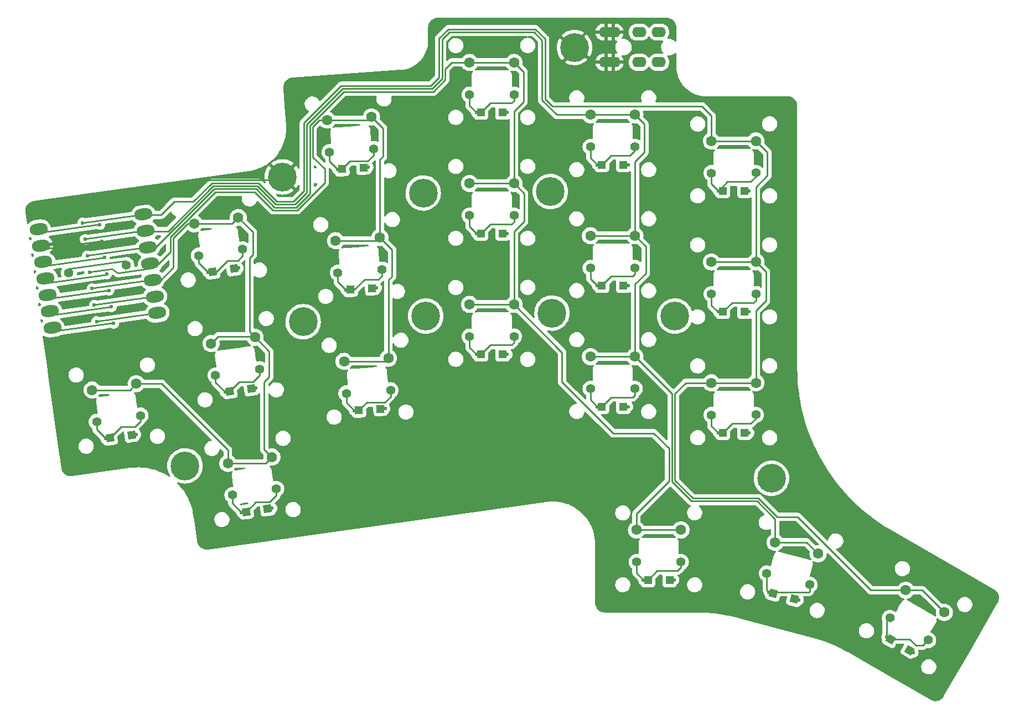
<source format=gbl>
G04 #@! TF.GenerationSoftware,KiCad,Pcbnew,(6.0.7-1)-1*
G04 #@! TF.CreationDate,2023-01-14T03:29:50-05:00*
G04 #@! TF.ProjectId,musubi_rev2,6d757375-6269-45f7-9265-76322e6b6963,rev?*
G04 #@! TF.SameCoordinates,Original*
G04 #@! TF.FileFunction,Copper,L2,Bot*
G04 #@! TF.FilePolarity,Positive*
%FSLAX46Y46*%
G04 Gerber Fmt 4.6, Leading zero omitted, Abs format (unit mm)*
G04 Created by KiCad (PCBNEW (6.0.7-1)-1) date 2023-01-14 03:29:50*
%MOMM*%
%LPD*%
G01*
G04 APERTURE LIST*
G04 Aperture macros list*
%AMHorizOval*
0 Thick line with rounded ends*
0 $1 width*
0 $2 $3 position (X,Y) of the first rounded end (center of the circle)*
0 $4 $5 position (X,Y) of the second rounded end (center of the circle)*
0 Add line between two ends*
20,1,$1,$2,$3,$4,$5,0*
0 Add two circle primitives to create the rounded ends*
1,1,$1,$2,$3*
1,1,$1,$4,$5*%
%AMRotRect*
0 Rectangle, with rotation*
0 The origin of the aperture is its center*
0 $1 length*
0 $2 width*
0 $3 Rotation angle, in degrees counterclockwise*
0 Add horizontal line*
21,1,$1,$2,0,0,$3*%
G04 Aperture macros list end*
G04 #@! TA.AperFunction,SMDPad,CuDef*
%ADD10R,1.200000X1.200000*%
G04 #@! TD*
G04 #@! TA.AperFunction,ComponentPad*
%ADD11C,0.600000*%
G04 #@! TD*
G04 #@! TA.AperFunction,ComponentPad*
%ADD12C,1.600000*%
G04 #@! TD*
G04 #@! TA.AperFunction,ComponentPad*
%ADD13C,1.400000*%
G04 #@! TD*
G04 #@! TA.AperFunction,SMDPad,CuDef*
%ADD14RotRect,1.200000X1.200000X184.000000*%
G04 #@! TD*
G04 #@! TA.AperFunction,ComponentPad*
%ADD15O,2.200000X1.600000*%
G04 #@! TD*
G04 #@! TA.AperFunction,SMDPad,CuDef*
%ADD16RotRect,1.200000X1.200000X188.000000*%
G04 #@! TD*
G04 #@! TA.AperFunction,ComponentPad*
%ADD17C,2.600000*%
G04 #@! TD*
G04 #@! TA.AperFunction,ConnectorPad*
%ADD18C,4.400000*%
G04 #@! TD*
G04 #@! TA.AperFunction,ComponentPad*
%ADD19C,4.400000*%
G04 #@! TD*
G04 #@! TA.AperFunction,SMDPad,CuDef*
%ADD20HorizOval,1.800000X0.470377X0.066107X-0.470377X-0.066107X0*%
G04 #@! TD*
G04 #@! TA.AperFunction,SMDPad,CuDef*
%ADD21RotRect,9.000000X0.250000X8.000000*%
G04 #@! TD*
G04 #@! TA.AperFunction,SMDPad,CuDef*
%ADD22RotRect,1.181750X0.250000X323.000000*%
G04 #@! TD*
G04 #@! TA.AperFunction,SMDPad,CuDef*
%ADD23RotRect,3.498500X0.242450X8.000000*%
G04 #@! TD*
G04 #@! TA.AperFunction,SMDPad,CuDef*
%ADD24RotRect,4.622352X0.249950X8.000000*%
G04 #@! TD*
G04 #@! TA.AperFunction,SMDPad,CuDef*
%ADD25HorizOval,1.800000X-0.470377X-0.066107X0.470377X0.066107X0*%
G04 #@! TD*
G04 #@! TA.AperFunction,ComponentPad*
%ADD26C,1.397000*%
G04 #@! TD*
G04 #@! TA.AperFunction,SMDPad,CuDef*
%ADD27RotRect,1.200000X1.200000X165.000000*%
G04 #@! TD*
G04 #@! TA.AperFunction,SMDPad,CuDef*
%ADD28RotRect,1.200000X1.200000X150.000000*%
G04 #@! TD*
G04 #@! TA.AperFunction,ViaPad*
%ADD29C,0.800000*%
G04 #@! TD*
G04 #@! TA.AperFunction,Conductor*
%ADD30C,0.250000*%
G04 #@! TD*
G04 APERTURE END LIST*
D10*
X154916364Y-98450848D03*
D11*
X155616364Y-98450848D03*
D10*
X151616364Y-98450848D03*
D11*
X150916364Y-98450848D03*
D12*
X156666371Y-53800910D03*
X149866355Y-53813246D03*
D13*
X149866355Y-58713246D03*
X156666371Y-58700910D03*
D14*
X117738655Y-98789460D03*
D11*
X118436950Y-98740630D03*
D14*
X114446693Y-99019656D03*
D11*
X113748398Y-99068486D03*
D10*
X136416439Y-53450910D03*
D11*
X137116439Y-53450910D03*
D10*
X133116439Y-53450910D03*
D11*
X132416439Y-53450910D03*
D15*
X152221384Y-41158942D03*
X152221384Y-45758942D03*
X153321384Y-41158942D03*
X153321384Y-45758942D03*
X157321384Y-45758942D03*
X157321384Y-41158942D03*
X160321384Y-45758942D03*
X160321384Y-41158942D03*
D11*
X174116327Y-65450912D03*
D10*
X173416327Y-65450912D03*
X170116327Y-65450912D03*
D11*
X169416327Y-65450912D03*
D12*
X156911596Y-117313119D03*
X163711612Y-117300783D03*
D13*
X163711612Y-122200783D03*
X156911596Y-122213119D03*
D12*
X101139270Y-106161695D03*
X94407148Y-107120290D03*
D13*
X101821219Y-111014008D03*
X95089097Y-111972604D03*
D11*
X101148514Y-113981885D03*
D16*
X100455326Y-114079306D03*
D11*
X96494254Y-114635999D03*
D16*
X97187442Y-114538578D03*
D10*
X173416324Y-83950865D03*
D11*
X174116324Y-83950865D03*
X169416324Y-83950865D03*
D10*
X170116324Y-83950865D03*
D17*
X87847591Y-107505962D03*
D18*
X87847591Y-107505962D03*
D12*
X112168179Y-91522657D03*
X118950770Y-91036006D03*
D13*
X119292577Y-95924070D03*
X112509986Y-96410721D03*
D12*
X203994180Y-129916423D03*
X198099026Y-126527099D03*
D13*
X195649026Y-130770623D03*
X201544180Y-134159948D03*
D12*
X80375767Y-94942195D03*
X73643645Y-95900790D03*
D13*
X74325594Y-100753104D03*
X81057716Y-99794508D03*
D17*
X147421386Y-43508943D03*
D18*
X147421386Y-43508943D03*
X102747592Y-63305961D03*
D17*
X102747592Y-63305961D03*
D19*
X162773799Y-84602981D03*
X124673799Y-84602981D03*
X143723799Y-65552981D03*
D12*
X168366317Y-94813164D03*
X175166333Y-94800828D03*
D13*
X175166333Y-99700828D03*
X168366317Y-99713164D03*
D10*
X136421404Y-90450920D03*
D11*
X137121404Y-90450920D03*
D10*
X133121404Y-90450920D03*
D11*
X132421404Y-90450920D03*
D14*
X115157635Y-61879640D03*
D11*
X115855930Y-61830810D03*
D14*
X111865673Y-62109836D03*
D11*
X111167378Y-62158666D03*
D12*
X138166448Y-45800925D03*
X131366432Y-45813261D03*
D13*
X138166448Y-50700925D03*
X131366432Y-50713261D03*
D12*
X98564569Y-87841771D03*
X91832447Y-88800366D03*
D13*
X99246518Y-92694084D03*
X92514396Y-93652680D03*
D12*
X131366406Y-64313247D03*
X138166422Y-64300911D03*
D13*
X138166422Y-69200911D03*
X131366406Y-69213247D03*
D20*
X81472848Y-69037091D03*
D11*
X72203245Y-70339850D03*
D21*
X76479222Y-69738901D03*
D11*
X72556744Y-72855131D03*
D20*
X81826348Y-71552373D03*
D21*
X76832722Y-72254182D03*
D20*
X82179848Y-74067654D03*
D11*
X72910244Y-75370412D03*
D21*
X77186221Y-74769462D03*
D22*
X77188015Y-77731792D03*
D11*
X73263744Y-77885693D03*
D23*
X75077898Y-77639591D03*
D20*
X82533349Y-76582935D03*
D24*
X79855973Y-77741807D03*
D11*
X73617243Y-80400974D03*
D21*
X77893221Y-79800024D03*
D20*
X82886847Y-79098216D03*
D21*
X78246720Y-82315305D03*
D20*
X83240347Y-81613497D03*
D11*
X73970743Y-82916255D03*
D20*
X83593847Y-84128778D03*
D11*
X74324243Y-85431536D03*
D21*
X78600220Y-84830586D03*
D11*
X76927898Y-85706856D03*
D25*
X67561407Y-86381990D03*
D21*
X72526157Y-86325481D03*
D25*
X67207907Y-83866709D03*
D11*
X76574399Y-83191575D03*
D21*
X72172657Y-83810200D03*
D11*
X76220899Y-80676294D03*
D21*
X71819157Y-81294919D03*
D25*
X66854408Y-81351428D03*
D11*
X75867399Y-78161013D03*
D25*
X66500908Y-78836147D03*
D21*
X71423250Y-78926974D03*
X71112158Y-76264357D03*
D25*
X66147408Y-76320866D03*
D11*
X75513900Y-75645732D03*
X75160400Y-73130452D03*
D21*
X70758658Y-73749076D03*
D25*
X65793909Y-73805585D03*
D21*
X70405159Y-71233795D03*
D11*
X74806900Y-70615171D03*
D25*
X65440409Y-71290305D03*
D26*
X70075525Y-78013652D03*
D21*
X74397659Y-76828595D03*
D26*
X78874752Y-76777002D03*
D10*
X173416321Y-102463166D03*
D11*
X174116321Y-102463166D03*
X169416321Y-102463166D03*
D10*
X170116321Y-102463166D03*
X154916363Y-79950864D03*
D11*
X155616363Y-79950864D03*
X150916363Y-79950864D03*
D10*
X151616363Y-79950864D03*
D11*
X181707067Y-128045186D03*
D27*
X181030919Y-127864012D03*
X177843363Y-127009910D03*
D11*
X177167215Y-126828736D03*
D12*
X168366317Y-76313201D03*
X175166333Y-76300865D03*
D13*
X175166333Y-81200865D03*
X168366317Y-81213201D03*
D16*
X95323322Y-77353165D03*
D11*
X96016510Y-77255744D03*
D16*
X92055438Y-77812437D03*
D11*
X91362250Y-77909858D03*
D12*
X175166333Y-57800903D03*
X168366317Y-57813239D03*
D13*
X175166333Y-62700903D03*
X168366317Y-62713239D03*
D12*
X95989919Y-69521842D03*
X89257797Y-70480437D03*
D13*
X89939746Y-75332751D03*
X96671868Y-74374155D03*
D11*
X117146439Y-80285718D03*
D14*
X116448144Y-80334548D03*
X113156182Y-80564744D03*
D11*
X112457887Y-80613574D03*
D12*
X156666370Y-72300874D03*
X149866354Y-72313210D03*
D13*
X156666370Y-77200874D03*
X149866354Y-77213210D03*
D11*
X162661606Y-124950782D03*
D10*
X161961606Y-124950782D03*
D11*
X157961606Y-124950782D03*
D10*
X158661606Y-124950782D03*
D28*
X198639406Y-135700633D03*
D11*
X199245624Y-136050633D03*
X195175304Y-133700633D03*
D28*
X195781522Y-134050633D03*
D11*
X155616360Y-61450901D03*
D10*
X154916360Y-61450901D03*
X151616360Y-61450901D03*
D11*
X150916360Y-61450901D03*
D12*
X149866353Y-90813172D03*
X156666369Y-90800836D03*
D13*
X149866353Y-95713172D03*
X156666369Y-95700836D03*
D11*
X98648515Y-95581885D03*
D16*
X97955327Y-95679306D03*
X94687443Y-96138578D03*
D11*
X93994255Y-96235999D03*
D12*
X131366397Y-82813252D03*
X138166413Y-82800916D03*
D13*
X138166413Y-87700916D03*
X131366397Y-87713252D03*
D12*
X110877663Y-73067759D03*
X117660254Y-72581108D03*
D13*
X118002061Y-77469172D03*
X111219470Y-77955823D03*
D11*
X137116417Y-71950924D03*
D10*
X136416417Y-71950924D03*
X133116417Y-71950924D03*
D11*
X132416417Y-71950924D03*
D19*
X143985987Y-84141126D03*
X105909197Y-85470796D03*
X124282757Y-65767566D03*
D12*
X178111725Y-119208921D03*
X184683229Y-120956979D03*
D13*
X176843512Y-123941957D03*
X183415015Y-125690015D03*
D18*
X177547591Y-109405962D03*
D17*
X177547591Y-109405962D03*
D11*
X80348514Y-102681886D03*
D16*
X79655326Y-102779307D03*
X76387442Y-103238579D03*
D11*
X75694254Y-103336000D03*
D12*
X109587150Y-54612863D03*
X116369741Y-54126212D03*
D13*
X116711548Y-59014276D03*
X109928957Y-59500927D03*
D29*
X77085733Y-68445416D03*
X76737801Y-65969745D03*
D30*
X89939744Y-75332751D02*
X89939744Y-76487350D01*
X92055441Y-77812436D02*
X92661335Y-77812437D01*
X96671866Y-75364105D02*
X96671865Y-74374156D01*
X92661335Y-77812437D02*
X94364830Y-76108942D01*
X95927027Y-76108942D02*
X96671866Y-75364105D01*
X94364830Y-76108942D02*
X95927027Y-76108942D01*
X89939744Y-76487350D02*
X91362251Y-77909857D01*
X109928957Y-60920247D02*
X111167378Y-62158667D01*
X111865673Y-62109838D02*
X113061263Y-60914250D01*
X113061263Y-60914250D02*
X115801524Y-60914249D01*
X116711548Y-60004225D02*
X116711548Y-59014276D01*
X109928958Y-59500926D02*
X109928957Y-60920247D01*
X115801524Y-60914249D02*
X116711548Y-60004225D01*
X137818895Y-52038424D02*
X138166447Y-51690873D01*
X133116440Y-53450911D02*
X134528926Y-52038424D01*
X131366430Y-50713261D02*
X131366431Y-52400901D01*
X131366431Y-52400901D02*
X132416439Y-53450910D01*
X134528926Y-52038424D02*
X137818895Y-52038424D01*
X138166447Y-51690873D02*
X138166447Y-50700924D01*
X149866353Y-60400895D02*
X150916360Y-61450901D01*
X153028851Y-60038410D02*
X155883825Y-60038409D01*
X149866353Y-58713246D02*
X149866353Y-60400895D01*
X155883825Y-60038409D02*
X156666369Y-59255865D01*
X156666369Y-59255865D02*
X156666370Y-58700910D01*
X151616360Y-61450901D02*
X153028851Y-60038410D01*
X170828836Y-64038402D02*
X174383787Y-64038402D01*
X169416326Y-65450912D02*
X170828836Y-64038402D01*
X174383787Y-64038402D02*
X175166334Y-63255857D01*
X168366316Y-64400904D02*
X169416326Y-65450912D01*
X175166334Y-63255857D02*
X175166332Y-62700902D01*
X168366319Y-62713238D02*
X168366316Y-64400904D01*
X99246517Y-93683810D02*
X99246518Y-92694085D01*
X98253685Y-94676642D02*
X99246517Y-93683810D01*
X94687442Y-96138578D02*
X96149379Y-94676641D01*
X92514395Y-93652680D02*
X92514395Y-94756141D01*
X92514395Y-94756141D02*
X93994255Y-96235999D01*
X96149379Y-94676641D02*
X98253685Y-94676642D01*
X113156181Y-80564744D02*
X113757645Y-80564744D01*
X115313448Y-79008942D02*
X117421387Y-79008942D01*
X111219470Y-77955823D02*
X111219473Y-79375160D01*
X118023259Y-77974228D02*
X117954204Y-76986694D01*
X111219473Y-79375160D02*
X112457886Y-80613574D01*
X113757645Y-80564744D02*
X115313448Y-79008942D01*
X117421387Y-79008942D02*
X118002061Y-78428265D01*
X118002061Y-78428265D02*
X118002062Y-77469173D01*
X133116418Y-71950925D02*
X134528931Y-70538411D01*
X134528931Y-70538411D02*
X137818872Y-70538410D01*
X131366407Y-69213246D02*
X131366406Y-70900913D01*
X131366406Y-70900913D02*
X132416417Y-71950924D01*
X138166422Y-70190859D02*
X138166424Y-69200910D01*
X137818872Y-70538410D02*
X138166422Y-70190859D01*
X156666370Y-78190822D02*
X156666372Y-77200874D01*
X156318819Y-78538373D02*
X156666370Y-78190822D01*
X149866353Y-78900855D02*
X150916364Y-79950864D01*
X149866353Y-77213210D02*
X149866353Y-78900855D01*
X151616362Y-79950865D02*
X153028855Y-78538374D01*
X153028855Y-78538374D02*
X156318819Y-78538373D01*
X174818781Y-82538366D02*
X175166334Y-82190815D01*
X175166334Y-82190815D02*
X175166333Y-81200866D01*
X170116321Y-83950865D02*
X171528821Y-82538365D01*
X169363310Y-83950865D02*
X169416323Y-83950865D01*
X171528821Y-82538365D02*
X174818781Y-82538366D01*
X168366319Y-82953875D02*
X169363310Y-83950865D01*
X168366316Y-81213202D02*
X168366319Y-82953875D01*
X97187442Y-114538579D02*
X98649379Y-113076641D01*
X100748532Y-113076642D02*
X101821218Y-112003956D01*
X95089096Y-111972603D02*
X95089095Y-113230841D01*
X98649379Y-113076641D02*
X100748532Y-113076642D01*
X101821218Y-112003956D02*
X101821217Y-111014007D01*
X95089095Y-113230841D02*
X96494254Y-114635999D01*
X115642281Y-97824067D02*
X118382527Y-97824068D01*
X114446692Y-99019656D02*
X115642281Y-97824067D01*
X112509983Y-97830071D02*
X113748397Y-99068486D01*
X118382527Y-97824068D02*
X119292574Y-96914018D01*
X112509986Y-96410720D02*
X112509983Y-97830071D01*
X119292574Y-96914018D02*
X119292577Y-95924070D01*
X134533908Y-89038415D02*
X137818863Y-89038415D01*
X137818863Y-89038415D02*
X138166413Y-88690864D01*
X131366399Y-89395914D02*
X132421404Y-90450920D01*
X138166413Y-88690864D02*
X138166415Y-87700915D01*
X131366398Y-87713251D02*
X131366399Y-89395914D01*
X133121404Y-90450919D02*
X134533908Y-89038415D01*
X156318819Y-97038336D02*
X156666369Y-96690785D01*
X153028874Y-97038337D02*
X156318819Y-97038336D01*
X149866354Y-95713173D02*
X149866353Y-97400837D01*
X151616363Y-98450848D02*
X153028874Y-97038337D01*
X149866353Y-97400837D02*
X150916365Y-98450846D01*
X156666369Y-96690785D02*
X156666370Y-95700837D01*
X168366316Y-99713164D02*
X168366317Y-101413161D01*
X175166332Y-100255782D02*
X175166333Y-99700829D01*
X174383786Y-101038329D02*
X175166332Y-100255782D01*
X170116321Y-102463166D02*
X171541159Y-101038328D01*
X168366317Y-101413161D02*
X169416323Y-102463165D01*
X171541159Y-101038328D02*
X174383786Y-101038329D01*
X81057717Y-100672610D02*
X81057719Y-99794508D01*
X74325594Y-100753105D02*
X74325596Y-101967339D01*
X74325596Y-101967339D02*
X75694254Y-103335999D01*
X80163800Y-101566526D02*
X81057717Y-100672610D01*
X78059495Y-101566526D02*
X80163800Y-101566526D01*
X76387443Y-103238579D02*
X78059495Y-101566526D01*
X156911595Y-123900775D02*
X157961606Y-124950782D01*
X158661603Y-124950782D02*
X160074103Y-123538284D01*
X163192043Y-123538283D02*
X163711612Y-123018715D01*
X160074103Y-123538284D02*
X163192043Y-123538283D01*
X156911595Y-122213120D02*
X156911595Y-123900775D01*
X163711612Y-123018715D02*
X163711612Y-122200784D01*
X178049108Y-126804165D02*
X183290815Y-126804165D01*
X183290815Y-126804165D02*
X183415015Y-126679964D01*
X176843514Y-123941956D02*
X176843512Y-126505034D01*
X176843512Y-126505034D02*
X177167214Y-126828737D01*
X177843363Y-127009911D02*
X178049108Y-126804165D01*
X183415015Y-126679964D02*
X183415016Y-125690015D01*
X195175304Y-131244343D02*
X195175305Y-133700632D01*
X199638153Y-135008943D02*
X200695185Y-135008943D01*
X198679842Y-134050633D02*
X199638153Y-135008943D01*
X195649027Y-130770623D02*
X195175304Y-131244343D01*
X200695185Y-135008943D02*
X201544181Y-134159948D01*
X195781522Y-134050633D02*
X198679842Y-134050633D01*
X80375768Y-94942195D02*
X84254638Y-94942195D01*
X98221386Y-75208941D02*
X97721385Y-75708942D01*
X88286286Y-70480437D02*
X89257794Y-70480437D01*
X91832448Y-88800366D02*
X92923871Y-87708942D01*
X95031324Y-70480438D02*
X95989916Y-69521843D01*
X99940749Y-94672720D02*
X99940747Y-104963173D01*
X73643648Y-95900790D02*
X79417172Y-95900790D01*
X99940747Y-104963173D02*
X101139268Y-106161694D01*
X79417172Y-95900790D02*
X80375768Y-94942195D01*
X100180676Y-107120289D02*
X101139268Y-106161694D01*
X100721385Y-89998587D02*
X100721385Y-93892084D01*
X98564571Y-87841771D02*
X100721385Y-89998587D01*
X84254638Y-94942195D02*
X94407146Y-105094704D01*
X97721385Y-75708942D02*
X97721385Y-86998587D01*
X82416470Y-79164323D02*
X84066004Y-79164322D01*
X100721385Y-93892084D02*
X99940749Y-94672720D01*
X94407146Y-105094704D02*
X94407146Y-107120290D01*
X84066004Y-79164322D02*
X86071385Y-77158942D01*
X86071385Y-77158942D02*
X86071385Y-72695339D01*
X86071385Y-72695339D02*
X88286286Y-70480437D01*
X97721385Y-86998587D02*
X98564571Y-87841771D01*
X98221386Y-71753310D02*
X98221386Y-75208941D01*
X92923871Y-87708942D02*
X98431741Y-87708943D01*
X94407146Y-107120290D02*
X100180676Y-107120289D01*
X95989916Y-69521843D02*
X98221386Y-71753310D01*
X89257794Y-70480437D02*
X95031324Y-70480438D01*
X98431741Y-87708943D02*
X98564571Y-87841771D01*
X117660254Y-60670073D02*
X117660255Y-72581109D01*
X115883091Y-54612861D02*
X116369742Y-54126212D01*
X119521385Y-74442238D02*
X119521384Y-78508943D01*
X110877664Y-73067759D02*
X117173604Y-73067760D01*
X98521387Y-65608943D02*
X101321386Y-68408943D01*
X109221384Y-64208942D02*
X109221385Y-62108942D01*
X83781285Y-76649042D02*
X85621385Y-74808943D01*
X118121385Y-55877854D02*
X118121386Y-60208943D01*
X109221385Y-62108942D02*
X107371384Y-60258942D01*
X107371384Y-60258942D02*
X107371384Y-55640735D01*
X105021385Y-68408942D02*
X109221384Y-64208942D01*
X82062973Y-76649042D02*
X83781285Y-76649042D01*
X108399257Y-54612863D02*
X109587151Y-54612862D01*
X118950768Y-79079559D02*
X118950767Y-91036006D01*
X101321386Y-68408943D02*
X105021385Y-68408942D01*
X117660255Y-72581109D02*
X119521385Y-74442238D01*
X116369742Y-54126212D02*
X118121385Y-55877854D01*
X107371384Y-55640735D02*
X108399257Y-54612863D01*
X109587151Y-54612862D02*
X115883091Y-54612861D01*
X112168176Y-91522656D02*
X118464116Y-91522657D01*
X118464116Y-91522657D02*
X118950767Y-91036006D01*
X119521384Y-78508943D02*
X118950768Y-79079559D01*
X92521384Y-65608942D02*
X98521387Y-65608943D01*
X85621385Y-74808943D02*
X85621384Y-72508943D01*
X117173604Y-73067760D02*
X117660255Y-72581109D01*
X85621384Y-72508943D02*
X92521384Y-65608942D01*
X118121386Y-60208943D02*
X117660254Y-60670073D01*
X127621385Y-46808942D02*
X128617067Y-45813260D01*
X139721384Y-65855873D02*
X139721384Y-70108942D01*
X159521385Y-102508942D02*
X161871387Y-104858942D01*
X131378733Y-82800915D02*
X131366397Y-82813252D01*
X112105179Y-50270545D02*
X125832573Y-50270545D01*
X145521386Y-90155886D02*
X145521385Y-94708942D01*
X138166446Y-45800923D02*
X131378766Y-45800924D01*
X139621384Y-47255863D02*
X139621384Y-51808942D01*
X161871387Y-104858942D02*
X161871384Y-109858942D01*
X101507781Y-67958942D02*
X104834988Y-67958942D01*
X138166414Y-82800915D02*
X131378733Y-82800915D01*
X138166423Y-64300910D02*
X139721384Y-65855873D01*
X145521385Y-94708942D02*
X153321385Y-102508942D01*
X138166423Y-64300910D02*
X131378742Y-64300910D01*
X139721384Y-70108942D02*
X138166414Y-71663913D01*
X106921384Y-55454339D02*
X112105179Y-50270545D01*
X138166422Y-53263904D02*
X138166423Y-64300910D01*
X125832573Y-50270545D02*
X127621384Y-48481734D01*
X153321385Y-102508942D02*
X159521385Y-102508942D01*
X138166446Y-45800923D02*
X139621384Y-47255863D01*
X139621384Y-51808942D02*
X138166422Y-53263904D01*
X98707782Y-65158942D02*
X101507781Y-67958942D01*
X92334988Y-65158942D02*
X98707782Y-65158942D01*
X131378766Y-45800924D02*
X131366431Y-45813260D01*
X156911595Y-117313120D02*
X163699275Y-117313120D01*
X104834988Y-67958942D02*
X106921385Y-65872546D01*
X161871384Y-109858942D02*
X156911595Y-114818731D01*
X138166414Y-71663913D02*
X138166414Y-82800915D01*
X131378742Y-64300910D02*
X131366406Y-64313247D01*
X127621384Y-48481734D02*
X127621385Y-46808942D01*
X83360170Y-74133760D02*
X92334988Y-65158942D01*
X138166414Y-82800915D02*
X145521386Y-90155886D01*
X156911595Y-114818731D02*
X156911595Y-117313120D01*
X163699275Y-117313120D02*
X163711611Y-117300784D01*
X106921385Y-65872546D02*
X106921384Y-55454339D01*
X128617067Y-45813260D02*
X131366431Y-45813260D01*
X81709474Y-74133761D02*
X83360170Y-74133760D01*
X81355972Y-71618479D02*
X81365509Y-71608942D01*
X162321385Y-96455851D02*
X162321385Y-109908943D01*
X85248593Y-71608942D02*
X92148592Y-64708941D01*
X142471385Y-51595339D02*
X144689292Y-53813246D01*
X182935171Y-119208922D02*
X184683231Y-120956979D01*
X158321385Y-73955888D02*
X158321384Y-78058942D01*
X162321385Y-109908943D02*
X165321385Y-112908942D01*
X158121384Y-55255926D02*
X158121385Y-59508943D01*
X156666370Y-72300874D02*
X149878689Y-72300873D01*
X165321385Y-112908942D02*
X175384991Y-112908942D01*
X104648592Y-67508942D02*
X106471385Y-65686150D01*
X156666370Y-79713957D02*
X156666372Y-90800837D01*
X101694177Y-67508943D02*
X104648592Y-67508942D01*
X158121385Y-59508943D02*
X156666370Y-60963957D01*
X125646177Y-49820546D02*
X127171386Y-48295339D01*
X142471385Y-42395338D02*
X142471385Y-51595339D01*
X111918782Y-49820545D02*
X125646177Y-49820546D01*
X127171386Y-48295339D02*
X127171385Y-42295338D01*
X106471385Y-55267943D02*
X111918782Y-49820545D01*
X81365509Y-71608942D02*
X85248593Y-71608942D01*
X106471385Y-65686150D02*
X106471385Y-55267943D01*
X127171385Y-42295338D02*
X128307781Y-41158942D01*
X156666370Y-60963957D02*
X156666370Y-72300874D01*
X128307781Y-41158942D02*
X141234988Y-41158942D01*
X156666372Y-90800837D02*
X162321385Y-96455851D01*
X156666369Y-53800910D02*
X158121384Y-55255926D01*
X178111728Y-119208922D02*
X182935171Y-119208922D01*
X98894176Y-64708943D02*
X101694177Y-67508943D01*
X141234988Y-41158942D02*
X142471385Y-42395338D01*
X149878689Y-72300873D02*
X149866353Y-72313209D01*
X149878690Y-90800836D02*
X149866353Y-90813173D01*
X156666372Y-90800837D02*
X149878690Y-90800836D01*
X156666370Y-72300874D02*
X158321385Y-73955888D01*
X149878689Y-53800911D02*
X149866355Y-53813246D01*
X144689292Y-53813246D02*
X149866355Y-53813246D01*
X156666369Y-53800910D02*
X149878689Y-53800911D01*
X92148592Y-64708941D02*
X98894176Y-64708943D01*
X158321384Y-78058942D02*
X156666370Y-79713957D01*
X178111726Y-115635679D02*
X178111728Y-119208922D01*
X175384991Y-112908942D02*
X178111726Y-115635679D01*
X166921384Y-52508942D02*
X144021384Y-52508943D01*
X144021384Y-52508943D02*
X142921385Y-51408942D01*
X192739540Y-126527099D02*
X198099026Y-126527098D01*
X168366317Y-57813238D02*
X168366317Y-53953874D01*
X86221385Y-67108942D02*
X84227130Y-69103198D01*
X142921385Y-51408942D02*
X142921385Y-42208942D01*
X104462196Y-67058942D02*
X101880572Y-67058943D01*
X89112198Y-67108943D02*
X86221385Y-67108942D01*
X91962197Y-64258943D02*
X89112198Y-67108943D01*
X162771385Y-109722547D02*
X165507781Y-112458942D01*
X200604859Y-126527099D02*
X203994180Y-129916422D01*
X175166332Y-83763995D02*
X175166333Y-94800828D01*
X164417162Y-94813165D02*
X162771385Y-96458942D01*
X176921384Y-63108942D02*
X175166332Y-64863994D01*
X99080572Y-64258942D02*
X91962197Y-64258943D01*
X176921384Y-59555955D02*
X176921384Y-63108942D01*
X168378655Y-57800902D02*
X168366317Y-57813238D01*
X84227130Y-69103198D02*
X81002471Y-69103198D01*
X126721384Y-48108943D02*
X125459781Y-49370546D01*
X165507781Y-112458942D02*
X175571386Y-112458942D01*
X162771385Y-96458942D02*
X162771385Y-109722547D01*
X141421384Y-40708942D02*
X128121386Y-40708942D01*
X106021384Y-65499754D02*
X104462196Y-67058942D01*
X168378652Y-94800829D02*
X168366316Y-94813165D01*
X175166332Y-57800903D02*
X176921384Y-59555955D01*
X168366316Y-94813165D02*
X164417162Y-94813165D01*
X175166332Y-76300865D02*
X176721384Y-77855917D01*
X111732386Y-49370545D02*
X106021384Y-55081548D01*
X175166333Y-94800828D02*
X168378652Y-94800829D01*
X175571386Y-112458942D02*
X178421384Y-115308942D01*
X168366317Y-53953874D02*
X166921384Y-52508942D01*
X175166332Y-57800903D02*
X168378655Y-57800902D01*
X106021384Y-55081548D02*
X106021384Y-65499754D01*
X176721384Y-77855917D02*
X176721384Y-82208942D01*
X176721384Y-82208942D02*
X175166332Y-83763995D01*
X125459781Y-49370546D02*
X111732386Y-49370545D01*
X175166332Y-76300865D02*
X168378654Y-76300864D01*
X101880572Y-67058943D02*
X99080572Y-64258942D01*
X175166332Y-64863994D02*
X175166332Y-76300865D01*
X168378654Y-76300864D02*
X168366319Y-76313201D01*
X198099026Y-126527098D02*
X200604859Y-126527099D01*
X128121386Y-40708942D02*
X126721384Y-42108942D01*
X126721384Y-42108942D02*
X126721384Y-48108943D01*
X181521384Y-115308942D02*
X192739540Y-126527099D01*
X142921385Y-42208942D02*
X141421384Y-40708942D01*
X178421384Y-115308942D02*
X181521384Y-115308942D01*
X76777708Y-65916787D02*
X91775801Y-63808942D01*
X100952475Y-63808942D02*
X101598543Y-64455010D01*
X77085733Y-68445416D02*
X76737801Y-65969745D01*
X91775801Y-63808942D02*
X100952475Y-63808942D01*
X76737801Y-65969745D02*
X76777708Y-65916787D01*
G04 #@! TA.AperFunction,Conductor*
G36*
X161486345Y-38960931D02*
G01*
X161501171Y-38963240D01*
X161501178Y-38963240D01*
X161510046Y-38964621D01*
X161518950Y-38963457D01*
X161518951Y-38963457D01*
X161525300Y-38962627D01*
X161550622Y-38961884D01*
X161719595Y-38973971D01*
X161737385Y-38976530D01*
X161927713Y-39017936D01*
X161944953Y-39022998D01*
X162127375Y-39091041D01*
X162127453Y-39091070D01*
X162143805Y-39098538D01*
X162218131Y-39139124D01*
X162314766Y-39191893D01*
X162329874Y-39201603D01*
X162485772Y-39318309D01*
X162485805Y-39318334D01*
X162499390Y-39330107D01*
X162637118Y-39467838D01*
X162648891Y-39481424D01*
X162765600Y-39637332D01*
X162765616Y-39637354D01*
X162775335Y-39652478D01*
X162868678Y-39823429D01*
X162876146Y-39839782D01*
X162944211Y-40022278D01*
X162949276Y-40039527D01*
X162990676Y-40229850D01*
X162990677Y-40229856D01*
X162993234Y-40247645D01*
X163004828Y-40409768D01*
X163004119Y-40426797D01*
X163004127Y-40426797D01*
X163004017Y-40435770D01*
X163002635Y-40444643D01*
X163003799Y-40453546D01*
X163006763Y-40476215D01*
X163007826Y-40492550D01*
X163007826Y-42460882D01*
X162987824Y-42529003D01*
X162934168Y-42575496D01*
X162863894Y-42585600D01*
X162797026Y-42554076D01*
X162738415Y-42500744D01*
X162685348Y-42452457D01*
X162680601Y-42449479D01*
X162680598Y-42449477D01*
X162499789Y-42336057D01*
X162495040Y-42333078D01*
X162286601Y-42249286D01*
X162066617Y-42203729D01*
X162062006Y-42203463D01*
X162062005Y-42203463D01*
X162011432Y-42200547D01*
X162011428Y-42200547D01*
X162009609Y-42200442D01*
X161864385Y-42200442D01*
X161861598Y-42200691D01*
X161861592Y-42200691D01*
X161817055Y-42204666D01*
X161732606Y-42212203D01*
X161662978Y-42198336D01*
X161611899Y-42149026D01*
X161595588Y-42079928D01*
X161619224Y-42012981D01*
X161624081Y-42006743D01*
X161627582Y-42003242D01*
X161630734Y-41998741D01*
X161630737Y-41998737D01*
X161748940Y-41829925D01*
X161758907Y-41815691D01*
X161761230Y-41810709D01*
X161761233Y-41810704D01*
X161853345Y-41613167D01*
X161853345Y-41613166D01*
X161855668Y-41608185D01*
X161879161Y-41520511D01*
X161913503Y-41392344D01*
X161913503Y-41392342D01*
X161914927Y-41387029D01*
X161934882Y-41158942D01*
X161914927Y-40930855D01*
X161904628Y-40892420D01*
X161857091Y-40715009D01*
X161857090Y-40715007D01*
X161855668Y-40709699D01*
X161761350Y-40507431D01*
X161761233Y-40507180D01*
X161761230Y-40507175D01*
X161758907Y-40502193D01*
X161627582Y-40314642D01*
X161465684Y-40152744D01*
X161461176Y-40149587D01*
X161461173Y-40149585D01*
X161357341Y-40076881D01*
X161278133Y-40021419D01*
X161273151Y-40019096D01*
X161273146Y-40019093D01*
X161075609Y-39926981D01*
X161075608Y-39926981D01*
X161070627Y-39924658D01*
X161065319Y-39923236D01*
X161065317Y-39923235D01*
X160854786Y-39866823D01*
X160854784Y-39866823D01*
X160849471Y-39865399D01*
X160749904Y-39856688D01*
X160681235Y-39850680D01*
X160681228Y-39850680D01*
X160678511Y-39850442D01*
X159964257Y-39850442D01*
X159961540Y-39850680D01*
X159961533Y-39850680D01*
X159892864Y-39856688D01*
X159793297Y-39865399D01*
X159787984Y-39866823D01*
X159787982Y-39866823D01*
X159577451Y-39923235D01*
X159577449Y-39923236D01*
X159572141Y-39924658D01*
X159567160Y-39926981D01*
X159567159Y-39926981D01*
X159369622Y-40019093D01*
X159369617Y-40019096D01*
X159364635Y-40021419D01*
X159285427Y-40076881D01*
X159181595Y-40149585D01*
X159181592Y-40149587D01*
X159177084Y-40152744D01*
X159015186Y-40314642D01*
X159012029Y-40319150D01*
X159012027Y-40319153D01*
X158924597Y-40444016D01*
X158869140Y-40488344D01*
X158798520Y-40495653D01*
X158735160Y-40463622D01*
X158718171Y-40444016D01*
X158630741Y-40319153D01*
X158630739Y-40319150D01*
X158627582Y-40314642D01*
X158465684Y-40152744D01*
X158461176Y-40149587D01*
X158461173Y-40149585D01*
X158357341Y-40076881D01*
X158278133Y-40021419D01*
X158273151Y-40019096D01*
X158273146Y-40019093D01*
X158075609Y-39926981D01*
X158075608Y-39926981D01*
X158070627Y-39924658D01*
X158065319Y-39923236D01*
X158065317Y-39923235D01*
X157854786Y-39866823D01*
X157854784Y-39866823D01*
X157849471Y-39865399D01*
X157749904Y-39856688D01*
X157681235Y-39850680D01*
X157681228Y-39850680D01*
X157678511Y-39850442D01*
X156964257Y-39850442D01*
X156961540Y-39850680D01*
X156961533Y-39850680D01*
X156892864Y-39856688D01*
X156793297Y-39865399D01*
X156787984Y-39866823D01*
X156787982Y-39866823D01*
X156577451Y-39923235D01*
X156577449Y-39923236D01*
X156572141Y-39924658D01*
X156567160Y-39926981D01*
X156567159Y-39926981D01*
X156369622Y-40019093D01*
X156369617Y-40019096D01*
X156364635Y-40021419D01*
X156285427Y-40076881D01*
X156181595Y-40149585D01*
X156181592Y-40149587D01*
X156177084Y-40152744D01*
X156015186Y-40314642D01*
X155883861Y-40502193D01*
X155881538Y-40507175D01*
X155881535Y-40507180D01*
X155881418Y-40507431D01*
X155787100Y-40709699D01*
X155785678Y-40715007D01*
X155785677Y-40715009D01*
X155738140Y-40892420D01*
X155727841Y-40930855D01*
X155707886Y-41158942D01*
X155727841Y-41387029D01*
X155729265Y-41392342D01*
X155729265Y-41392344D01*
X155763608Y-41520511D01*
X155787100Y-41608185D01*
X155789423Y-41613166D01*
X155789423Y-41613167D01*
X155881535Y-41810704D01*
X155881538Y-41810709D01*
X155883861Y-41815691D01*
X155893828Y-41829925D01*
X156003175Y-41986088D01*
X156015186Y-42003242D01*
X156177084Y-42165140D01*
X156181592Y-42168297D01*
X156181595Y-42168299D01*
X156257211Y-42221246D01*
X156364635Y-42296465D01*
X156369617Y-42298788D01*
X156369622Y-42298791D01*
X156513205Y-42365744D01*
X156572141Y-42393226D01*
X156577449Y-42394648D01*
X156577451Y-42394649D01*
X156787982Y-42451061D01*
X156787984Y-42451061D01*
X156793297Y-42452485D01*
X156876840Y-42459794D01*
X156961533Y-42467204D01*
X156961540Y-42467204D01*
X156964257Y-42467442D01*
X157678511Y-42467442D01*
X157681228Y-42467204D01*
X157681235Y-42467204D01*
X157765928Y-42459794D01*
X157849471Y-42452485D01*
X157854784Y-42451061D01*
X157854786Y-42451061D01*
X158065317Y-42394649D01*
X158065319Y-42394648D01*
X158070627Y-42393226D01*
X158129563Y-42365744D01*
X158273146Y-42298791D01*
X158273151Y-42298788D01*
X158278133Y-42296465D01*
X158385557Y-42221246D01*
X158461173Y-42168299D01*
X158461176Y-42168297D01*
X158465684Y-42165140D01*
X158627582Y-42003242D01*
X158639594Y-41986088D01*
X158718171Y-41873868D01*
X158773628Y-41829540D01*
X158844248Y-41822231D01*
X158907608Y-41854262D01*
X158924597Y-41873868D01*
X159003175Y-41986088D01*
X159015186Y-42003242D01*
X159177084Y-42165140D01*
X159181592Y-42168297D01*
X159181595Y-42168299D01*
X159257211Y-42221246D01*
X159364635Y-42296465D01*
X159369617Y-42298788D01*
X159369622Y-42298791D01*
X159513205Y-42365744D01*
X159572141Y-42393226D01*
X159577449Y-42394648D01*
X159577451Y-42394649D01*
X159787982Y-42451061D01*
X159787984Y-42451061D01*
X159793297Y-42452485D01*
X159876840Y-42459794D01*
X159961533Y-42467204D01*
X159961540Y-42467204D01*
X159964257Y-42467442D01*
X160678511Y-42467442D01*
X160681226Y-42467204D01*
X160681237Y-42467204D01*
X160835347Y-42453721D01*
X160904951Y-42467710D01*
X160955944Y-42517110D01*
X160972134Y-42586236D01*
X160944247Y-42658538D01*
X160943296Y-42659712D01*
X160939392Y-42663741D01*
X160814094Y-42850204D01*
X160723796Y-43055909D01*
X160722487Y-43061360D01*
X160722486Y-43061364D01*
X160691396Y-43190865D01*
X160671352Y-43274353D01*
X160667536Y-43340543D01*
X160660564Y-43461469D01*
X160658421Y-43498632D01*
X160685409Y-43721657D01*
X160751466Y-43936377D01*
X160754036Y-43941357D01*
X160754038Y-43941361D01*
X160851000Y-44129221D01*
X160854502Y-44136006D01*
X160857918Y-44140458D01*
X160857920Y-44140461D01*
X160951481Y-44262392D01*
X160977082Y-44328612D01*
X160962817Y-44398161D01*
X160913216Y-44448957D01*
X160840538Y-44464617D01*
X160681237Y-44450680D01*
X160681226Y-44450680D01*
X160678511Y-44450442D01*
X159964257Y-44450442D01*
X159961540Y-44450680D01*
X159961533Y-44450680D01*
X159892864Y-44456688D01*
X159793297Y-44465399D01*
X159787984Y-44466823D01*
X159787982Y-44466823D01*
X159577451Y-44523235D01*
X159577449Y-44523236D01*
X159572141Y-44524658D01*
X159567160Y-44526981D01*
X159567159Y-44526981D01*
X159369622Y-44619093D01*
X159369617Y-44619096D01*
X159364635Y-44621419D01*
X159300169Y-44666559D01*
X159181595Y-44749585D01*
X159181592Y-44749587D01*
X159177084Y-44752744D01*
X159015186Y-44914642D01*
X159012031Y-44919148D01*
X159012027Y-44919153D01*
X158924597Y-45044016D01*
X158869140Y-45088344D01*
X158798520Y-45095653D01*
X158735160Y-45063622D01*
X158718171Y-45044016D01*
X158630741Y-44919153D01*
X158630737Y-44919148D01*
X158627582Y-44914642D01*
X158465684Y-44752744D01*
X158461176Y-44749587D01*
X158461173Y-44749585D01*
X158342599Y-44666559D01*
X158278133Y-44621419D01*
X158273151Y-44619096D01*
X158273146Y-44619093D01*
X158075609Y-44526981D01*
X158075608Y-44526981D01*
X158070627Y-44524658D01*
X158065319Y-44523236D01*
X158065317Y-44523235D01*
X157854786Y-44466823D01*
X157854784Y-44466823D01*
X157849471Y-44465399D01*
X157749904Y-44456688D01*
X157681235Y-44450680D01*
X157681228Y-44450680D01*
X157678511Y-44450442D01*
X156964257Y-44450442D01*
X156961540Y-44450680D01*
X156961533Y-44450680D01*
X156892864Y-44456688D01*
X156793297Y-44465399D01*
X156787984Y-44466823D01*
X156787982Y-44466823D01*
X156577451Y-44523235D01*
X156577449Y-44523236D01*
X156572141Y-44524658D01*
X156567160Y-44526981D01*
X156567159Y-44526981D01*
X156369622Y-44619093D01*
X156369617Y-44619096D01*
X156364635Y-44621419D01*
X156300169Y-44666559D01*
X156181595Y-44749585D01*
X156181592Y-44749587D01*
X156177084Y-44752744D01*
X156015186Y-44914642D01*
X155883861Y-45102193D01*
X155881538Y-45107175D01*
X155881535Y-45107180D01*
X155798918Y-45284354D01*
X155787100Y-45309699D01*
X155785678Y-45315007D01*
X155785677Y-45315009D01*
X155732239Y-45514442D01*
X155727841Y-45530855D01*
X155707886Y-45758942D01*
X155727841Y-45987029D01*
X155729265Y-45992342D01*
X155729265Y-45992344D01*
X155738415Y-46026490D01*
X155787100Y-46208185D01*
X155789423Y-46213166D01*
X155789423Y-46213167D01*
X155881535Y-46410704D01*
X155881538Y-46410709D01*
X155883861Y-46415691D01*
X155934599Y-46488152D01*
X155995213Y-46574717D01*
X156015186Y-46603242D01*
X156177084Y-46765140D01*
X156181592Y-46768297D01*
X156181595Y-46768299D01*
X156201998Y-46782585D01*
X156364635Y-46896465D01*
X156369617Y-46898788D01*
X156369622Y-46898791D01*
X156542767Y-46979529D01*
X156572141Y-46993226D01*
X156577449Y-46994648D01*
X156577451Y-46994649D01*
X156787982Y-47051061D01*
X156787984Y-47051061D01*
X156793297Y-47052485D01*
X156891504Y-47061077D01*
X156961533Y-47067204D01*
X156961540Y-47067204D01*
X156964257Y-47067442D01*
X157678511Y-47067442D01*
X157681228Y-47067204D01*
X157681235Y-47067204D01*
X157751264Y-47061077D01*
X157849471Y-47052485D01*
X157854784Y-47051061D01*
X157854786Y-47051061D01*
X158065317Y-46994649D01*
X158065319Y-46994648D01*
X158070627Y-46993226D01*
X158100001Y-46979529D01*
X158273146Y-46898791D01*
X158273151Y-46898788D01*
X158278133Y-46896465D01*
X158440770Y-46782585D01*
X158461173Y-46768299D01*
X158461176Y-46768297D01*
X158465684Y-46765140D01*
X158627582Y-46603242D01*
X158647556Y-46574717D01*
X158718171Y-46473868D01*
X158773628Y-46429540D01*
X158844248Y-46422231D01*
X158907608Y-46454262D01*
X158924597Y-46473868D01*
X158995213Y-46574717D01*
X159015186Y-46603242D01*
X159177084Y-46765140D01*
X159181592Y-46768297D01*
X159181595Y-46768299D01*
X159201998Y-46782585D01*
X159364635Y-46896465D01*
X159369617Y-46898788D01*
X159369622Y-46898791D01*
X159542767Y-46979529D01*
X159572141Y-46993226D01*
X159577449Y-46994648D01*
X159577451Y-46994649D01*
X159787982Y-47051061D01*
X159787984Y-47051061D01*
X159793297Y-47052485D01*
X159891504Y-47061077D01*
X159961533Y-47067204D01*
X159961540Y-47067204D01*
X159964257Y-47067442D01*
X160678511Y-47067442D01*
X160681228Y-47067204D01*
X160681235Y-47067204D01*
X160751264Y-47061077D01*
X160849471Y-47052485D01*
X160854784Y-47051061D01*
X160854786Y-47051061D01*
X161065317Y-46994649D01*
X161065319Y-46994648D01*
X161070627Y-46993226D01*
X161100001Y-46979529D01*
X161273146Y-46898791D01*
X161273151Y-46898788D01*
X161278133Y-46896465D01*
X161440770Y-46782585D01*
X161461173Y-46768299D01*
X161461176Y-46768297D01*
X161465684Y-46765140D01*
X161627582Y-46603242D01*
X161647556Y-46574717D01*
X161708169Y-46488152D01*
X161758907Y-46415691D01*
X161761230Y-46410709D01*
X161761233Y-46410704D01*
X161853345Y-46213167D01*
X161853345Y-46213166D01*
X161855668Y-46208185D01*
X161904354Y-46026490D01*
X161913503Y-45992344D01*
X161913503Y-45992342D01*
X161914927Y-45987029D01*
X161934882Y-45758942D01*
X161914927Y-45530855D01*
X161910529Y-45514442D01*
X161857091Y-45315009D01*
X161857090Y-45315007D01*
X161855668Y-45309699D01*
X161843850Y-45284354D01*
X161761233Y-45107180D01*
X161761230Y-45107175D01*
X161758907Y-45102193D01*
X161627582Y-44914642D01*
X161624974Y-44912034D01*
X161596734Y-44847508D01*
X161607951Y-44777403D01*
X161655289Y-44724491D01*
X161723718Y-44705572D01*
X161747268Y-44708174D01*
X161776151Y-44714155D01*
X161780762Y-44714421D01*
X161780763Y-44714421D01*
X161831336Y-44717337D01*
X161831340Y-44717337D01*
X161833159Y-44717442D01*
X161978383Y-44717442D01*
X161981170Y-44717193D01*
X161981176Y-44717193D01*
X162051313Y-44710933D01*
X162145146Y-44702559D01*
X162150560Y-44701078D01*
X162150565Y-44701077D01*
X162296781Y-44661076D01*
X162361835Y-44643279D01*
X162366893Y-44640867D01*
X162366897Y-44640865D01*
X162484426Y-44584806D01*
X162564602Y-44546564D01*
X162747038Y-44415471D01*
X162789654Y-44371495D01*
X162791341Y-44369754D01*
X162853111Y-44334754D01*
X162923998Y-44338706D01*
X162981495Y-44380355D01*
X163007347Y-44446477D01*
X163007825Y-44457439D01*
X163007825Y-46397666D01*
X163006079Y-46418570D01*
X163002749Y-46438364D01*
X163002596Y-46450916D01*
X163003286Y-46455731D01*
X163003389Y-46457316D01*
X163004310Y-46467202D01*
X163008904Y-46572425D01*
X163020772Y-46844226D01*
X163021132Y-46846959D01*
X163021132Y-46846961D01*
X163027898Y-46898356D01*
X163072159Y-47234543D01*
X163157368Y-47618897D01*
X163158196Y-47621522D01*
X163158197Y-47621527D01*
X163234166Y-47862469D01*
X163275751Y-47994361D01*
X163426407Y-48358079D01*
X163608190Y-48707283D01*
X163819715Y-49039315D01*
X163821377Y-49041481D01*
X163821384Y-49041491D01*
X163856408Y-49087135D01*
X164059373Y-49351648D01*
X164325341Y-49641905D01*
X164327361Y-49643756D01*
X164327370Y-49643765D01*
X164613572Y-49906026D01*
X164613583Y-49906035D01*
X164615594Y-49907878D01*
X164617764Y-49909543D01*
X164617765Y-49909544D01*
X164915939Y-50138346D01*
X164927923Y-50147542D01*
X165259951Y-50359072D01*
X165609152Y-50540861D01*
X165611687Y-50541911D01*
X165970334Y-50690474D01*
X165970347Y-50690479D01*
X165972868Y-50691523D01*
X166348330Y-50809912D01*
X166351001Y-50810504D01*
X166351004Y-50810505D01*
X166729993Y-50894532D01*
X166729997Y-50894533D01*
X166732682Y-50895128D01*
X166735408Y-50895487D01*
X166735414Y-50895488D01*
X167120285Y-50946164D01*
X167120290Y-50946164D01*
X167122998Y-50946521D01*
X167125723Y-50946640D01*
X167125734Y-50946641D01*
X167327414Y-50955450D01*
X167485341Y-50962349D01*
X167494107Y-50963275D01*
X167494110Y-50963240D01*
X167498959Y-50963675D01*
X167503757Y-50964482D01*
X167509940Y-50964557D01*
X167511444Y-50964576D01*
X167511448Y-50964576D01*
X167516309Y-50964635D01*
X167542037Y-50960951D01*
X167543944Y-50960678D01*
X167561804Y-50959406D01*
X179966928Y-50959406D01*
X179986313Y-50960906D01*
X180001146Y-50963216D01*
X180001150Y-50963216D01*
X180010019Y-50964597D01*
X180025276Y-50962602D01*
X180050597Y-50961859D01*
X180198101Y-50972409D01*
X180219566Y-50973944D01*
X180237360Y-50976502D01*
X180427695Y-51017906D01*
X180444944Y-51022971D01*
X180462077Y-51029361D01*
X180627449Y-51091041D01*
X180643796Y-51098507D01*
X180814753Y-51191857D01*
X180829876Y-51201576D01*
X180985804Y-51318302D01*
X180999390Y-51330074D01*
X181137123Y-51467806D01*
X181148896Y-51481393D01*
X181261064Y-51631231D01*
X181265624Y-51637323D01*
X181275341Y-51652443D01*
X181367439Y-51821107D01*
X181368691Y-51823399D01*
X181376158Y-51839749D01*
X181412261Y-51936546D01*
X181444228Y-52022253D01*
X181449292Y-52039502D01*
X181490697Y-52229837D01*
X181493256Y-52247631D01*
X181504420Y-52403724D01*
X181504831Y-52409472D01*
X181504077Y-52427607D01*
X181503977Y-52435754D01*
X181502596Y-52444626D01*
X181503760Y-52453528D01*
X181503760Y-52453530D01*
X181504753Y-52461121D01*
X181506413Y-52473811D01*
X181506723Y-52476185D01*
X181507787Y-52492523D01*
X181507788Y-62499939D01*
X181507789Y-82518630D01*
X181507789Y-92521406D01*
X181506043Y-92542312D01*
X181504362Y-92552306D01*
X181502713Y-92562104D01*
X181502560Y-92574656D01*
X181503142Y-92578716D01*
X181503283Y-92582130D01*
X181521319Y-93581203D01*
X181521731Y-93604048D01*
X181521793Y-93605187D01*
X181521793Y-93605194D01*
X181577403Y-94630964D01*
X181577405Y-94630992D01*
X181577465Y-94632098D01*
X181670279Y-95657466D01*
X181670421Y-95658582D01*
X181670422Y-95658593D01*
X181687687Y-95794475D01*
X181800051Y-96678814D01*
X181874849Y-97135074D01*
X181966124Y-97691839D01*
X181966611Y-97694811D01*
X181966835Y-97695924D01*
X181966837Y-97695935D01*
X182051106Y-98114650D01*
X182169743Y-98704133D01*
X182409182Y-99705463D01*
X182409489Y-99706570D01*
X182409494Y-99706588D01*
X182577554Y-100311891D01*
X182684616Y-100697496D01*
X182684958Y-100698575D01*
X182995333Y-101677829D01*
X182995341Y-101677854D01*
X182995685Y-101678938D01*
X183191943Y-102228421D01*
X183336205Y-102632326D01*
X183341985Y-102648510D01*
X183723062Y-103604947D01*
X183723529Y-103606005D01*
X183723531Y-103606011D01*
X184120967Y-104507416D01*
X184138421Y-104547003D01*
X184138899Y-104547990D01*
X184138905Y-104548002D01*
X184561882Y-105420559D01*
X184587521Y-105473450D01*
X184820426Y-105912757D01*
X185052135Y-106349807D01*
X185069774Y-106383078D01*
X185070351Y-106384078D01*
X185070353Y-106384081D01*
X185076713Y-106395097D01*
X185584554Y-107274703D01*
X185585149Y-107275652D01*
X185585154Y-107275661D01*
X185748819Y-107536880D01*
X186131188Y-108147162D01*
X186708963Y-108999317D01*
X187317127Y-109830057D01*
X187341129Y-109860475D01*
X187951780Y-110634362D01*
X187954887Y-110638300D01*
X187955629Y-110639173D01*
X187955631Y-110639176D01*
X188574015Y-111367191D01*
X188621411Y-111422990D01*
X188622155Y-111423805D01*
X188622167Y-111423818D01*
X189175424Y-112029417D01*
X189315829Y-112183106D01*
X189574325Y-112446311D01*
X190021768Y-112901905D01*
X190037237Y-112917656D01*
X190038048Y-112918424D01*
X190038060Y-112918436D01*
X190783891Y-113624922D01*
X190783910Y-113624939D01*
X190784694Y-113625682D01*
X190785535Y-113626422D01*
X190785534Y-113626422D01*
X191556359Y-114305498D01*
X191556384Y-114305519D01*
X191557226Y-114306261D01*
X191558112Y-114306986D01*
X191558115Y-114306989D01*
X192326390Y-114936043D01*
X192353824Y-114958506D01*
X192354747Y-114959208D01*
X192354750Y-114959210D01*
X192523489Y-115087481D01*
X193173452Y-115581566D01*
X193174385Y-115582224D01*
X193174398Y-115582233D01*
X193379262Y-115726600D01*
X194015039Y-116174630D01*
X194877488Y-116736923D01*
X195311306Y-116997940D01*
X195741716Y-117256907D01*
X195746156Y-117259798D01*
X195748590Y-117261809D01*
X195752774Y-117264293D01*
X195752777Y-117264295D01*
X195754050Y-117265051D01*
X195759384Y-117268217D01*
X195763893Y-117270025D01*
X195763905Y-117270031D01*
X195785286Y-117278604D01*
X195801387Y-117286430D01*
X211572352Y-126391813D01*
X211588393Y-126402807D01*
X211607073Y-126417854D01*
X211615363Y-126421296D01*
X211615364Y-126421297D01*
X211617201Y-126422060D01*
X211621282Y-126423754D01*
X211643583Y-126435772D01*
X211763578Y-126516991D01*
X211783868Y-126530724D01*
X211797998Y-126541836D01*
X211942133Y-126672867D01*
X211954533Y-126685871D01*
X212053122Y-126805279D01*
X212078554Y-126836081D01*
X212088978Y-126850719D01*
X212190361Y-127017052D01*
X212198590Y-127033014D01*
X212260407Y-127177372D01*
X212275267Y-127212074D01*
X212281147Y-127229060D01*
X212291545Y-127267866D01*
X212331563Y-127417214D01*
X212334965Y-127434866D01*
X212335128Y-127436227D01*
X212358091Y-127628279D01*
X212358946Y-127646223D01*
X212357659Y-127700292D01*
X212354312Y-127840950D01*
X212352604Y-127858844D01*
X212320306Y-128050934D01*
X212316068Y-128068405D01*
X212256762Y-128253941D01*
X212250081Y-128270630D01*
X212180621Y-128413631D01*
X212179200Y-128416556D01*
X212169411Y-128431993D01*
X212165305Y-128438910D01*
X212159671Y-128445904D01*
X212147466Y-128475299D01*
X212140225Y-128489967D01*
X208011027Y-135641939D01*
X203935737Y-142700538D01*
X203924742Y-142716580D01*
X203915332Y-142728261D01*
X203915329Y-142728267D01*
X203909699Y-142735255D01*
X203906257Y-142743544D01*
X203906255Y-142743547D01*
X203903798Y-142749464D01*
X203891780Y-142771764D01*
X203796813Y-142912061D01*
X203785706Y-142926183D01*
X203654678Y-143070309D01*
X203641669Y-143082713D01*
X203491452Y-143206736D01*
X203476820Y-143217155D01*
X203397929Y-143265240D01*
X203310493Y-143318533D01*
X203294516Y-143326770D01*
X203115451Y-143403450D01*
X203098463Y-143409329D01*
X202910324Y-143459742D01*
X202892674Y-143463145D01*
X202829186Y-143470738D01*
X202699250Y-143486276D01*
X202681303Y-143487131D01*
X202554130Y-143484107D01*
X202486573Y-143482501D01*
X202468679Y-143480793D01*
X202276591Y-143448500D01*
X202259121Y-143444263D01*
X202073580Y-143384963D01*
X202056892Y-143378283D01*
X201911061Y-143307455D01*
X201895156Y-143297371D01*
X201888614Y-143293487D01*
X201881622Y-143287856D01*
X201852240Y-143275658D01*
X201837554Y-143268408D01*
X193306503Y-138342996D01*
X200446776Y-138342996D01*
X200447755Y-138348693D01*
X200447755Y-138348694D01*
X200452962Y-138378994D01*
X200482833Y-138552838D01*
X200556527Y-138752596D01*
X200665391Y-138935578D01*
X200805777Y-139095658D01*
X200972985Y-139227474D01*
X200978096Y-139230163D01*
X200978099Y-139230165D01*
X201081613Y-139284627D01*
X201161414Y-139326612D01*
X201166935Y-139328326D01*
X201166939Y-139328328D01*
X201337275Y-139381218D01*
X201364754Y-139389751D01*
X201537634Y-139410212D01*
X201660665Y-139410212D01*
X201746297Y-139402344D01*
X201812922Y-139396222D01*
X201812925Y-139396221D01*
X201818676Y-139395693D01*
X201839745Y-139389751D01*
X202018041Y-139339466D01*
X202018043Y-139339465D01*
X202023600Y-139337898D01*
X202028775Y-139335346D01*
X202028780Y-139335344D01*
X202209379Y-139246282D01*
X202214560Y-139243727D01*
X202385161Y-139116334D01*
X202529689Y-138959983D01*
X202643305Y-138779913D01*
X202722203Y-138582153D01*
X202726957Y-138558256D01*
X202762614Y-138378994D01*
X202762614Y-138378992D01*
X202763741Y-138373327D01*
X202764064Y-138348694D01*
X202766452Y-138166210D01*
X202766528Y-138160428D01*
X202761316Y-138130097D01*
X202731449Y-137956276D01*
X202731448Y-137956273D01*
X202730471Y-137950586D01*
X202656777Y-137750828D01*
X202547913Y-137567846D01*
X202407527Y-137407766D01*
X202240319Y-137275950D01*
X202235208Y-137273261D01*
X202235205Y-137273259D01*
X202131691Y-137218797D01*
X202051890Y-137176812D01*
X202046369Y-137175098D01*
X202046365Y-137175096D01*
X201854073Y-137115388D01*
X201854074Y-137115388D01*
X201848550Y-137113673D01*
X201675670Y-137093212D01*
X201552639Y-137093212D01*
X201467007Y-137101080D01*
X201400382Y-137107202D01*
X201400379Y-137107203D01*
X201394628Y-137107731D01*
X201389069Y-137109299D01*
X201389068Y-137109299D01*
X201195263Y-137163958D01*
X201195261Y-137163959D01*
X201189704Y-137165526D01*
X201184529Y-137168078D01*
X201184524Y-137168080D01*
X201161357Y-137179505D01*
X200998744Y-137259697D01*
X200828143Y-137387090D01*
X200683615Y-137543441D01*
X200569999Y-137723511D01*
X200491101Y-137921271D01*
X200489975Y-137926931D01*
X200489974Y-137926935D01*
X200485270Y-137950586D01*
X200449563Y-138130097D01*
X200449487Y-138135872D01*
X200449487Y-138135876D01*
X200449166Y-138160428D01*
X200446776Y-138342996D01*
X193306503Y-138342996D01*
X189721317Y-136273085D01*
X189704090Y-136261124D01*
X189692359Y-136251437D01*
X189692358Y-136251436D01*
X189688606Y-136248338D01*
X189684426Y-136245856D01*
X189684421Y-136245853D01*
X189681998Y-136244415D01*
X189681997Y-136244415D01*
X189677812Y-136241930D01*
X189673291Y-136240117D01*
X189669483Y-136238238D01*
X189664303Y-136235530D01*
X189561814Y-136178888D01*
X188874987Y-135799303D01*
X188056609Y-135386177D01*
X188055560Y-135385696D01*
X188055548Y-135385690D01*
X187224420Y-135004425D01*
X187224412Y-135004422D01*
X187223358Y-135003938D01*
X186376398Y-134653120D01*
X185516914Y-134334214D01*
X184903430Y-134132340D01*
X184647196Y-134048023D01*
X184647180Y-134048018D01*
X184646107Y-134047665D01*
X183790319Y-133801113D01*
X183781925Y-133798370D01*
X183777524Y-133796360D01*
X183765439Y-133792964D01*
X183740927Y-133790019D01*
X183737727Y-133789635D01*
X183720146Y-133786241D01*
X180159984Y-132832321D01*
X190926678Y-132832321D01*
X190927657Y-132838018D01*
X190927657Y-132838019D01*
X190952901Y-132984930D01*
X190962735Y-133042163D01*
X191036429Y-133241921D01*
X191145293Y-133424903D01*
X191285679Y-133584983D01*
X191452887Y-133716799D01*
X191457998Y-133719488D01*
X191458001Y-133719490D01*
X191561515Y-133773952D01*
X191641316Y-133815937D01*
X191646837Y-133817651D01*
X191646841Y-133817653D01*
X191792187Y-133862784D01*
X191844656Y-133879076D01*
X192017536Y-133899537D01*
X192140567Y-133899537D01*
X192226199Y-133891669D01*
X192292824Y-133885547D01*
X192292827Y-133885546D01*
X192298578Y-133885018D01*
X192319647Y-133879076D01*
X192497943Y-133828791D01*
X192497945Y-133828790D01*
X192503502Y-133827223D01*
X192508677Y-133824671D01*
X192508682Y-133824669D01*
X192689281Y-133735607D01*
X192694462Y-133733052D01*
X192865063Y-133605659D01*
X193009591Y-133449308D01*
X193123207Y-133269238D01*
X193202105Y-133071478D01*
X193206859Y-133047581D01*
X193242516Y-132868319D01*
X193242516Y-132868317D01*
X193243643Y-132862652D01*
X193243966Y-132838019D01*
X193246354Y-132655535D01*
X193246430Y-132649753D01*
X193241218Y-132619422D01*
X193211351Y-132445601D01*
X193211350Y-132445598D01*
X193210373Y-132439911D01*
X193136679Y-132240153D01*
X193027815Y-132057171D01*
X192887429Y-131897091D01*
X192720221Y-131765275D01*
X192715110Y-131762586D01*
X192715107Y-131762584D01*
X192611593Y-131708122D01*
X192531792Y-131666137D01*
X192526271Y-131664423D01*
X192526267Y-131664421D01*
X192333975Y-131604713D01*
X192333976Y-131604713D01*
X192328452Y-131602998D01*
X192155572Y-131582537D01*
X192032541Y-131582537D01*
X191946909Y-131590405D01*
X191880284Y-131596527D01*
X191880281Y-131596528D01*
X191874530Y-131597056D01*
X191868971Y-131598624D01*
X191868970Y-131598624D01*
X191675165Y-131653283D01*
X191675163Y-131653284D01*
X191669606Y-131654851D01*
X191664431Y-131657403D01*
X191664426Y-131657405D01*
X191641259Y-131668830D01*
X191478646Y-131749022D01*
X191308045Y-131876415D01*
X191163517Y-132032766D01*
X191049901Y-132212836D01*
X190971003Y-132410596D01*
X190969877Y-132416256D01*
X190969876Y-132416260D01*
X190930592Y-132613755D01*
X190929465Y-132619422D01*
X190929389Y-132625197D01*
X190929389Y-132625201D01*
X190929068Y-132649753D01*
X190926678Y-132832321D01*
X180159984Y-132832321D01*
X172541844Y-130791095D01*
X172522107Y-130784000D01*
X172508267Y-130777679D01*
X172503847Y-130775660D01*
X172499168Y-130774345D01*
X172499166Y-130774344D01*
X172497906Y-130773990D01*
X172491762Y-130772263D01*
X172486931Y-130771682D01*
X172482657Y-130770830D01*
X172476971Y-130769558D01*
X171602912Y-130552792D01*
X171602888Y-130552787D01*
X171601773Y-130552510D01*
X171377183Y-130505650D01*
X170705567Y-130365519D01*
X170705561Y-130365518D01*
X170704397Y-130365275D01*
X169800647Y-130211726D01*
X169799482Y-130211573D01*
X169799458Y-130211569D01*
X168892975Y-130092232D01*
X168892968Y-130092231D01*
X168891789Y-130092076D01*
X168890622Y-130091967D01*
X168890608Y-130091965D01*
X168186910Y-130025980D01*
X167979092Y-130006493D01*
X167977950Y-130006429D01*
X167977925Y-130006427D01*
X167064998Y-129955162D01*
X167064976Y-129955161D01*
X167063833Y-129955097D01*
X167062668Y-129955075D01*
X167062662Y-129955075D01*
X166777462Y-129949743D01*
X166173418Y-129938449D01*
X166164611Y-129937972D01*
X166159845Y-129937170D01*
X166153278Y-129937090D01*
X166152153Y-129937076D01*
X166152150Y-129937076D01*
X166147293Y-129937017D01*
X166121570Y-129940701D01*
X166119671Y-129940973D01*
X166101808Y-129942246D01*
X159397749Y-129942246D01*
X152110987Y-129942247D01*
X152091596Y-129940746D01*
X152076778Y-129938438D01*
X152067905Y-129937056D01*
X152059001Y-129938220D01*
X152058999Y-129938220D01*
X152052649Y-129939050D01*
X152027324Y-129939792D01*
X151858350Y-129927699D01*
X151840557Y-129925140D01*
X151745390Y-129904435D01*
X151650219Y-129883729D01*
X151632978Y-129878666D01*
X151450468Y-129810589D01*
X151434117Y-129803121D01*
X151343188Y-129753469D01*
X151277264Y-129717471D01*
X183374509Y-129717471D01*
X183375488Y-129723168D01*
X183375488Y-129723169D01*
X183408695Y-129916423D01*
X183410566Y-129927313D01*
X183484260Y-130127071D01*
X183593124Y-130310053D01*
X183733510Y-130470133D01*
X183900718Y-130601949D01*
X183905829Y-130604638D01*
X183905832Y-130604640D01*
X183991540Y-130649733D01*
X184089147Y-130701087D01*
X184094668Y-130702801D01*
X184094672Y-130702803D01*
X184261177Y-130754504D01*
X184292487Y-130764226D01*
X184465367Y-130784687D01*
X184588398Y-130784687D01*
X184681873Y-130776098D01*
X184740655Y-130770697D01*
X184740658Y-130770696D01*
X184746409Y-130770168D01*
X184751969Y-130768600D01*
X184945774Y-130713941D01*
X184945776Y-130713940D01*
X184951333Y-130712373D01*
X184956508Y-130709821D01*
X184956513Y-130709819D01*
X185137112Y-130620757D01*
X185142293Y-130618202D01*
X185312894Y-130490809D01*
X185457422Y-130334458D01*
X185571038Y-130154388D01*
X185649936Y-129956628D01*
X185653433Y-129939050D01*
X185690347Y-129753469D01*
X185690347Y-129753467D01*
X185691474Y-129747802D01*
X185691797Y-129723184D01*
X185693627Y-129583320D01*
X185694261Y-129534903D01*
X185688809Y-129503174D01*
X185659182Y-129330751D01*
X185659181Y-129330748D01*
X185658204Y-129325061D01*
X185584510Y-129125303D01*
X185484900Y-128957876D01*
X185478600Y-128947286D01*
X185478599Y-128947285D01*
X185475646Y-128942321D01*
X185335260Y-128782241D01*
X185168052Y-128650425D01*
X185162941Y-128647736D01*
X185162938Y-128647734D01*
X185048405Y-128587475D01*
X184979623Y-128551287D01*
X184974102Y-128549573D01*
X184974098Y-128549571D01*
X184781806Y-128489863D01*
X184781807Y-128489863D01*
X184776283Y-128488148D01*
X184603403Y-128467687D01*
X184480372Y-128467687D01*
X184397639Y-128475289D01*
X184328115Y-128481677D01*
X184328112Y-128481678D01*
X184322361Y-128482206D01*
X184316802Y-128483774D01*
X184316801Y-128483774D01*
X184122996Y-128538433D01*
X184122994Y-128538434D01*
X184117437Y-128540001D01*
X184112262Y-128542553D01*
X184112257Y-128542555D01*
X183988868Y-128603404D01*
X183926477Y-128634172D01*
X183921851Y-128637626D01*
X183921850Y-128637627D01*
X183918830Y-128639882D01*
X183755876Y-128761565D01*
X183611348Y-128917916D01*
X183497732Y-129097986D01*
X183418834Y-129295746D01*
X183417708Y-129301406D01*
X183417707Y-129301410D01*
X183383677Y-129472490D01*
X183377296Y-129504572D01*
X183377220Y-129510347D01*
X183377220Y-129510351D01*
X183376265Y-129583320D01*
X183374509Y-129717471D01*
X151277264Y-129717471D01*
X151263157Y-129709768D01*
X151248037Y-129700051D01*
X151239708Y-129693816D01*
X151092096Y-129583315D01*
X151078523Y-129571554D01*
X150940775Y-129433810D01*
X150929004Y-129420226D01*
X150919908Y-129408076D01*
X150812267Y-129264291D01*
X150802561Y-129249191D01*
X150709193Y-129078215D01*
X150701730Y-129061873D01*
X150633646Y-128879362D01*
X150628580Y-128862113D01*
X150628304Y-128860841D01*
X150587163Y-128671776D01*
X150584605Y-128653987D01*
X150573034Y-128492352D01*
X150573830Y-128473155D01*
X150573919Y-128465863D01*
X150575300Y-128456987D01*
X150571174Y-128425451D01*
X150570109Y-128409105D01*
X150570109Y-125792067D01*
X153651736Y-125792067D01*
X153652715Y-125797764D01*
X153652715Y-125797765D01*
X153686780Y-125996011D01*
X153687793Y-126001909D01*
X153761487Y-126201667D01*
X153870351Y-126384649D01*
X154010737Y-126544729D01*
X154177945Y-126676545D01*
X154183056Y-126679234D01*
X154183059Y-126679236D01*
X154261928Y-126720731D01*
X154366374Y-126775683D01*
X154371895Y-126777397D01*
X154371899Y-126777399D01*
X154542235Y-126830289D01*
X154569714Y-126838822D01*
X154742594Y-126859283D01*
X154865625Y-126859283D01*
X154963638Y-126850277D01*
X155017882Y-126845293D01*
X155017885Y-126845292D01*
X155023636Y-126844764D01*
X155044705Y-126838822D01*
X155223001Y-126788537D01*
X155223003Y-126788536D01*
X155228560Y-126786969D01*
X155233735Y-126784417D01*
X155233740Y-126784415D01*
X155414339Y-126695353D01*
X155419520Y-126692798D01*
X155434297Y-126681764D01*
X155585498Y-126568857D01*
X155590121Y-126565405D01*
X155734649Y-126409054D01*
X155833393Y-126252554D01*
X155845186Y-126233864D01*
X155848265Y-126228984D01*
X155927163Y-126031224D01*
X155930541Y-126014245D01*
X155967574Y-125828065D01*
X155967574Y-125828063D01*
X155968701Y-125822398D01*
X155969013Y-125798621D01*
X155970506Y-125684540D01*
X155971488Y-125609499D01*
X155966021Y-125577684D01*
X155936409Y-125405347D01*
X155936408Y-125405344D01*
X155935431Y-125399657D01*
X155861737Y-125199899D01*
X155752873Y-125016917D01*
X155612487Y-124856837D01*
X155445279Y-124725021D01*
X155440168Y-124722332D01*
X155440165Y-124722330D01*
X155285415Y-124640912D01*
X155256850Y-124625883D01*
X155251329Y-124624169D01*
X155251325Y-124624167D01*
X155059033Y-124564459D01*
X155059034Y-124564459D01*
X155053510Y-124562744D01*
X154880630Y-124542283D01*
X154757599Y-124542283D01*
X154672972Y-124550059D01*
X154605342Y-124556273D01*
X154605339Y-124556274D01*
X154599588Y-124556802D01*
X154594029Y-124558370D01*
X154594028Y-124558370D01*
X154400223Y-124613029D01*
X154400221Y-124613030D01*
X154394664Y-124614597D01*
X154389489Y-124617149D01*
X154389484Y-124617151D01*
X154218890Y-124701279D01*
X154203704Y-124708768D01*
X154199078Y-124712222D01*
X154199077Y-124712223D01*
X154177148Y-124728598D01*
X154033103Y-124836161D01*
X153888575Y-124992512D01*
X153774959Y-125172582D01*
X153696061Y-125370342D01*
X153694935Y-125376002D01*
X153694934Y-125376006D01*
X153666741Y-125517742D01*
X153654523Y-125579168D01*
X153654447Y-125584943D01*
X153654447Y-125584947D01*
X153653866Y-125629326D01*
X153651736Y-125792067D01*
X150570109Y-125792067D01*
X150570110Y-119519849D01*
X150571856Y-119498944D01*
X150574380Y-119483943D01*
X150574380Y-119483940D01*
X150575186Y-119479151D01*
X150575339Y-119466599D01*
X150574650Y-119461786D01*
X150574333Y-119456927D01*
X150574455Y-119456919D01*
X150574150Y-119453397D01*
X150563568Y-119168930D01*
X150556640Y-118982697D01*
X150556088Y-118977764D01*
X150520342Y-118658651D01*
X150502736Y-118501470D01*
X150413226Y-118025578D01*
X150288607Y-117557651D01*
X150129566Y-117100277D01*
X150125334Y-117090512D01*
X149953614Y-116694349D01*
X149936984Y-116655983D01*
X149711923Y-116227225D01*
X149679496Y-116175242D01*
X149534272Y-115942442D01*
X149455629Y-115816374D01*
X149376034Y-115707689D01*
X149170905Y-115427592D01*
X149170900Y-115427585D01*
X149169519Y-115425700D01*
X148987774Y-115212740D01*
X148856702Y-115059155D01*
X148856695Y-115059147D01*
X148855173Y-115057364D01*
X148678231Y-114878802D01*
X148604507Y-114804403D01*
X153651720Y-114804403D01*
X153652699Y-114810100D01*
X153652699Y-114810101D01*
X153686386Y-115006148D01*
X153687777Y-115014245D01*
X153761471Y-115214003D01*
X153870335Y-115396985D01*
X154010721Y-115557065D01*
X154177929Y-115688881D01*
X154183040Y-115691570D01*
X154183043Y-115691572D01*
X154253152Y-115728458D01*
X154366358Y-115788019D01*
X154371879Y-115789733D01*
X154371883Y-115789735D01*
X154529970Y-115838822D01*
X154569698Y-115851158D01*
X154742578Y-115871619D01*
X154865609Y-115871619D01*
X154951241Y-115863751D01*
X155017866Y-115857629D01*
X155017869Y-115857628D01*
X155023620Y-115857100D01*
X155029180Y-115855532D01*
X155222985Y-115800873D01*
X155222987Y-115800872D01*
X155228544Y-115799305D01*
X155233719Y-115796753D01*
X155233724Y-115796751D01*
X155414323Y-115707689D01*
X155419504Y-115705134D01*
X155432603Y-115695353D01*
X155584089Y-115582233D01*
X155590105Y-115577741D01*
X155734633Y-115421390D01*
X155848249Y-115241320D01*
X155927147Y-115043560D01*
X155928283Y-115037852D01*
X155967558Y-114840401D01*
X155967558Y-114840399D01*
X155968685Y-114834734D01*
X155968773Y-114828065D01*
X155970347Y-114707743D01*
X155971472Y-114621835D01*
X155966233Y-114591347D01*
X155936393Y-114417683D01*
X155936392Y-114417680D01*
X155935415Y-114411993D01*
X155861721Y-114212235D01*
X155752857Y-114029253D01*
X155612471Y-113869173D01*
X155445263Y-113737357D01*
X155440152Y-113734668D01*
X155440149Y-113734666D01*
X155301152Y-113661536D01*
X155256834Y-113638219D01*
X155251313Y-113636505D01*
X155251309Y-113636503D01*
X155059017Y-113576795D01*
X155059018Y-113576795D01*
X155053494Y-113575080D01*
X154880614Y-113554619D01*
X154757583Y-113554619D01*
X154672423Y-113562444D01*
X154605326Y-113568609D01*
X154605323Y-113568610D01*
X154599572Y-113569138D01*
X154594013Y-113570706D01*
X154594012Y-113570706D01*
X154400207Y-113625365D01*
X154400205Y-113625366D01*
X154394648Y-113626933D01*
X154389473Y-113629485D01*
X154389468Y-113629487D01*
X154238130Y-113704119D01*
X154203688Y-113721104D01*
X154033087Y-113848497D01*
X153888559Y-114004848D01*
X153819437Y-114114399D01*
X153779781Y-114177251D01*
X153774943Y-114184918D01*
X153696045Y-114382678D01*
X153694919Y-114388338D01*
X153694918Y-114388342D01*
X153656961Y-114579168D01*
X153654507Y-114591504D01*
X153654431Y-114597279D01*
X153654431Y-114597283D01*
X153653101Y-114698909D01*
X153651720Y-114804403D01*
X148604507Y-114804403D01*
X148515990Y-114715076D01*
X148515987Y-114715073D01*
X148514329Y-114713400D01*
X148148872Y-114395711D01*
X148147011Y-114394322D01*
X148147005Y-114394317D01*
X147762701Y-114107455D01*
X147762691Y-114107448D01*
X147760822Y-114106053D01*
X147717201Y-114078286D01*
X147426679Y-113893357D01*
X147352323Y-113846026D01*
X147341839Y-113840400D01*
X146989917Y-113651563D01*
X146925633Y-113617069D01*
X146923488Y-113616116D01*
X146923482Y-113616113D01*
X146643320Y-113491630D01*
X146483113Y-113420446D01*
X146480895Y-113419652D01*
X146480885Y-113419648D01*
X146029413Y-113258035D01*
X146029412Y-113258035D01*
X146027206Y-113257245D01*
X145656616Y-113154923D01*
X145562703Y-113128993D01*
X145562698Y-113128992D01*
X145560435Y-113128367D01*
X145558135Y-113127913D01*
X145558128Y-113127911D01*
X145087688Y-113034982D01*
X145087680Y-113034981D01*
X145085378Y-113034526D01*
X145083052Y-113034244D01*
X145083046Y-113034243D01*
X144811663Y-113001338D01*
X144604662Y-112976239D01*
X144120944Y-112953829D01*
X144118593Y-112953895D01*
X144118590Y-112953895D01*
X143977623Y-112957853D01*
X143636898Y-112967421D01*
X143182548Y-113014127D01*
X143176007Y-113014626D01*
X143172411Y-113014806D01*
X143167557Y-113014675D01*
X143162743Y-113015292D01*
X143162737Y-113015292D01*
X143159935Y-113015651D01*
X143159930Y-113015652D01*
X143155106Y-113016270D01*
X143144446Y-113019357D01*
X143128299Y-113024032D01*
X143110789Y-113027778D01*
X91410667Y-120293589D01*
X91391262Y-120294801D01*
X91376255Y-120294578D01*
X91376252Y-120294578D01*
X91367274Y-120294445D01*
X91357419Y-120297169D01*
X91352448Y-120298543D01*
X91327471Y-120302804D01*
X91158458Y-120314354D01*
X91140492Y-120314297D01*
X91034487Y-120306377D01*
X90946247Y-120299784D01*
X90928462Y-120297169D01*
X90783894Y-120265240D01*
X90738263Y-120255162D01*
X90721032Y-120250043D01*
X90538748Y-120181395D01*
X90522419Y-120173875D01*
X90351763Y-120079985D01*
X90336670Y-120070218D01*
X90319286Y-120057118D01*
X90181108Y-119952992D01*
X90167562Y-119941179D01*
X90030269Y-119803010D01*
X90018542Y-119789389D01*
X89902309Y-119633085D01*
X89892638Y-119617931D01*
X89820027Y-119483943D01*
X89799835Y-119446682D01*
X89792420Y-119430308D01*
X89730929Y-119263829D01*
X89724930Y-119247588D01*
X89719921Y-119230325D01*
X89714164Y-119203446D01*
X89709196Y-119180254D01*
X89685929Y-119071633D01*
X89684168Y-119053744D01*
X89683115Y-119045525D01*
X89683249Y-119036547D01*
X89674768Y-119005861D01*
X89671442Y-118989835D01*
X89660099Y-118909120D01*
X89410030Y-117129756D01*
X89224536Y-115809871D01*
X92335063Y-115809871D01*
X92336042Y-115815568D01*
X92336042Y-115815569D01*
X92368977Y-116007240D01*
X92371120Y-116019713D01*
X92444814Y-116219471D01*
X92553678Y-116402453D01*
X92694064Y-116562533D01*
X92861272Y-116694349D01*
X92866383Y-116697038D01*
X92866386Y-116697040D01*
X92941009Y-116736301D01*
X93049701Y-116793487D01*
X93055222Y-116795201D01*
X93055226Y-116795203D01*
X93176615Y-116832895D01*
X93253041Y-116856626D01*
X93425921Y-116877087D01*
X93548952Y-116877087D01*
X93634939Y-116869186D01*
X93701209Y-116863097D01*
X93701212Y-116863096D01*
X93706963Y-116862568D01*
X93725624Y-116857305D01*
X93906328Y-116806341D01*
X93906330Y-116806340D01*
X93911887Y-116804773D01*
X93917062Y-116802221D01*
X93917067Y-116802219D01*
X94097666Y-116713157D01*
X94102847Y-116710602D01*
X94168795Y-116661357D01*
X94198030Y-116639526D01*
X94273448Y-116583209D01*
X94417976Y-116426858D01*
X94531592Y-116246788D01*
X94610490Y-116049028D01*
X94612653Y-116038158D01*
X94650901Y-115845869D01*
X94650901Y-115845867D01*
X94652028Y-115840202D01*
X94652351Y-115815569D01*
X94654739Y-115633085D01*
X94654815Y-115627303D01*
X94649603Y-115596972D01*
X94619736Y-115423151D01*
X94619735Y-115423148D01*
X94618758Y-115417461D01*
X94545064Y-115217703D01*
X94441857Y-115044230D01*
X94439154Y-115039686D01*
X94439153Y-115039685D01*
X94436200Y-115034721D01*
X94295814Y-114874641D01*
X94128606Y-114742825D01*
X94123495Y-114740136D01*
X94123492Y-114740134D01*
X93997585Y-114673891D01*
X93940177Y-114643687D01*
X93934656Y-114641973D01*
X93934652Y-114641971D01*
X93742360Y-114582263D01*
X93742361Y-114582263D01*
X93736837Y-114580548D01*
X93563957Y-114560087D01*
X93440926Y-114560087D01*
X93355294Y-114567955D01*
X93288669Y-114574077D01*
X93288666Y-114574078D01*
X93282915Y-114574606D01*
X93277356Y-114576174D01*
X93277355Y-114576174D01*
X93083550Y-114630833D01*
X93083548Y-114630834D01*
X93077991Y-114632401D01*
X93072816Y-114634953D01*
X93072811Y-114634955D01*
X92909996Y-114715247D01*
X92887031Y-114726572D01*
X92716430Y-114853965D01*
X92571902Y-115010316D01*
X92458286Y-115190386D01*
X92379388Y-115388146D01*
X92378262Y-115393806D01*
X92378261Y-115393810D01*
X92340914Y-115581566D01*
X92337850Y-115596972D01*
X92337774Y-115602747D01*
X92337774Y-115602751D01*
X92337377Y-115633085D01*
X92335063Y-115809871D01*
X89224536Y-115809871D01*
X89128093Y-115123628D01*
X89126913Y-115102684D01*
X89127325Y-115087481D01*
X89127325Y-115087474D01*
X89127456Y-115082623D01*
X89125861Y-115070172D01*
X89124507Y-115065499D01*
X89123935Y-115062741D01*
X89123173Y-115058743D01*
X89047760Y-114625518D01*
X89029645Y-114521449D01*
X88987410Y-114347199D01*
X88898911Y-113982069D01*
X88898906Y-113982052D01*
X88898422Y-113980054D01*
X88792307Y-113640912D01*
X88732689Y-113450374D01*
X88732686Y-113450364D01*
X88732071Y-113448400D01*
X88727006Y-113435290D01*
X88532041Y-112930672D01*
X88532039Y-112930667D01*
X88531304Y-112928765D01*
X88296982Y-112423372D01*
X88030108Y-111934387D01*
X88025944Y-111927819D01*
X87732941Y-111465664D01*
X87732933Y-111465653D01*
X87731824Y-111463903D01*
X87403409Y-111013935D01*
X87088873Y-110637412D01*
X87047597Y-110588001D01*
X87047596Y-110587999D01*
X87046267Y-110586409D01*
X86809953Y-110338466D01*
X86707961Y-110231455D01*
X86675442Y-110168344D01*
X86682205Y-110097670D01*
X86726104Y-110041872D01*
X86793201Y-110018665D01*
X86845490Y-110027363D01*
X86848703Y-110028865D01*
X86852299Y-110030044D01*
X86852302Y-110030045D01*
X87155434Y-110129417D01*
X87159031Y-110130596D01*
X87479333Y-110194308D01*
X87483105Y-110194595D01*
X87483113Y-110194596D01*
X87801193Y-110218791D01*
X87801198Y-110218791D01*
X87804970Y-110219078D01*
X88131224Y-110204548D01*
X88191016Y-110194596D01*
X88449628Y-110151552D01*
X88449633Y-110151551D01*
X88453369Y-110150929D01*
X88766740Y-110058996D01*
X88770207Y-110057506D01*
X88770211Y-110057505D01*
X89063312Y-109931578D01*
X89063314Y-109931577D01*
X89066796Y-109930081D01*
X89349192Y-109766053D01*
X89609836Y-109569286D01*
X89844954Y-109342632D01*
X90012416Y-109136937D01*
X90048746Y-109092313D01*
X90048749Y-109092309D01*
X90051140Y-109089372D01*
X90107396Y-109000211D01*
X90223379Y-108816390D01*
X90223381Y-108816387D01*
X90225406Y-108813177D01*
X90265372Y-108728820D01*
X90332773Y-108586553D01*
X90365229Y-108518046D01*
X90366431Y-108514444D01*
X90467381Y-108211859D01*
X90467383Y-108211853D01*
X90468583Y-108208255D01*
X90533972Y-107888291D01*
X90535033Y-107875256D01*
X90557967Y-107593279D01*
X90560447Y-107562788D01*
X90561042Y-107505962D01*
X90559101Y-107473758D01*
X90541617Y-107183755D01*
X90541617Y-107183751D01*
X90541389Y-107179977D01*
X90540636Y-107175849D01*
X90483396Y-106862435D01*
X90483395Y-106862431D01*
X90482716Y-106858713D01*
X90475313Y-106834869D01*
X90386995Y-106550439D01*
X90385873Y-106546825D01*
X90252261Y-106248831D01*
X90083817Y-105969046D01*
X90081490Y-105966062D01*
X90081485Y-105966055D01*
X89885317Y-105714520D01*
X89885315Y-105714518D01*
X89882981Y-105711525D01*
X89652661Y-105479996D01*
X89396194Y-105277814D01*
X89117296Y-105107907D01*
X89113852Y-105106341D01*
X89113848Y-105106339D01*
X88965754Y-105039005D01*
X88820005Y-104972737D01*
X88508628Y-104874262D01*
X88194234Y-104815140D01*
X88191400Y-104814607D01*
X88191398Y-104814607D01*
X88187677Y-104813907D01*
X87861799Y-104792548D01*
X87858019Y-104792756D01*
X87858018Y-104792756D01*
X87760488Y-104798124D01*
X87535715Y-104810494D01*
X87531988Y-104811155D01*
X87531984Y-104811155D01*
X87428315Y-104829528D01*
X87214148Y-104867484D01*
X87210532Y-104868586D01*
X87210524Y-104868588D01*
X86912326Y-104959472D01*
X86901758Y-104962693D01*
X86603068Y-105094743D01*
X86538271Y-105133293D01*
X86325665Y-105259779D01*
X86325659Y-105259783D01*
X86322405Y-105261719D01*
X86319403Y-105264035D01*
X86095908Y-105436461D01*
X86063835Y-105461205D01*
X86033465Y-105491102D01*
X85839745Y-105681803D01*
X85831104Y-105690309D01*
X85828740Y-105693276D01*
X85828737Y-105693279D01*
X85641463Y-105928293D01*
X85627582Y-105945713D01*
X85456217Y-106223719D01*
X85454628Y-106227166D01*
X85359710Y-106433061D01*
X85319493Y-106520298D01*
X85318332Y-106523902D01*
X85318332Y-106523903D01*
X85309787Y-106550439D01*
X85219388Y-106831154D01*
X85218670Y-106834865D01*
X85218669Y-106834869D01*
X85158073Y-107148067D01*
X85158072Y-107148076D01*
X85157354Y-107151786D01*
X85157087Y-107155562D01*
X85157086Y-107155567D01*
X85135736Y-107457113D01*
X85134289Y-107477547D01*
X85134478Y-107481339D01*
X85149936Y-107791842D01*
X85150527Y-107803721D01*
X85151168Y-107807452D01*
X85151169Y-107807460D01*
X85200912Y-108096947D01*
X85205832Y-108125581D01*
X85206920Y-108129220D01*
X85206921Y-108129223D01*
X85298271Y-108434673D01*
X85299405Y-108438466D01*
X85300918Y-108441937D01*
X85300920Y-108441943D01*
X85363948Y-108586553D01*
X85429888Y-108737843D01*
X85431811Y-108741114D01*
X85431813Y-108741118D01*
X85474175Y-108813177D01*
X85571552Y-108978820D01*
X85581078Y-108995025D01*
X85598357Y-109063887D01*
X85575665Y-109131159D01*
X85520204Y-109175483D01*
X85449584Y-109182787D01*
X85399960Y-109161934D01*
X85364427Y-109136937D01*
X85364425Y-109136935D01*
X85362731Y-109135744D01*
X85360974Y-109134672D01*
X85360964Y-109134666D01*
X84888893Y-108846787D01*
X84888888Y-108846784D01*
X84887120Y-108845706D01*
X84393557Y-108587394D01*
X83884158Y-108361916D01*
X83503035Y-108222249D01*
X83363037Y-108170945D01*
X83363034Y-108170944D01*
X83361102Y-108170236D01*
X83359127Y-108169656D01*
X83359119Y-108169653D01*
X83034545Y-108074274D01*
X82826630Y-108013176D01*
X82824626Y-108012727D01*
X82824614Y-108012724D01*
X82565035Y-107954578D01*
X82283030Y-107891408D01*
X82280987Y-107891089D01*
X82280982Y-107891088D01*
X81917977Y-107834399D01*
X81732630Y-107805454D01*
X81489983Y-107783687D01*
X81179844Y-107755865D01*
X81179828Y-107755864D01*
X81177787Y-107755681D01*
X80763227Y-107745723D01*
X80622922Y-107742352D01*
X80622917Y-107742352D01*
X80620876Y-107742303D01*
X80349507Y-107753553D01*
X80066355Y-107765291D01*
X80066352Y-107765291D01*
X80064283Y-107765377D01*
X79779834Y-107795895D01*
X79536082Y-107822047D01*
X79528964Y-107822607D01*
X79527604Y-107822675D01*
X79522748Y-107822544D01*
X79517934Y-107823161D01*
X79517928Y-107823161D01*
X79516523Y-107823341D01*
X79510297Y-107824139D01*
X79488021Y-107830589D01*
X79483487Y-107831902D01*
X79465975Y-107835648D01*
X70647244Y-109074849D01*
X70627841Y-109076061D01*
X70612826Y-109075838D01*
X70612824Y-109075838D01*
X70603852Y-109075705D01*
X70595202Y-109078096D01*
X70595198Y-109078096D01*
X70589021Y-109079803D01*
X70564048Y-109084063D01*
X70395037Y-109095609D01*
X70377069Y-109095552D01*
X70182816Y-109081037D01*
X70165043Y-109078424D01*
X70061557Y-109055567D01*
X69974834Y-109036412D01*
X69957602Y-109031292D01*
X69775321Y-108962645D01*
X69758992Y-108955125D01*
X69731246Y-108939860D01*
X69588335Y-108861235D01*
X69573244Y-108851469D01*
X69507163Y-108801673D01*
X69417678Y-108734240D01*
X69404133Y-108722428D01*
X69376382Y-108694500D01*
X69318323Y-108636072D01*
X69266839Y-108584261D01*
X69255109Y-108570637D01*
X69138874Y-108414335D01*
X69129203Y-108399181D01*
X69053850Y-108260139D01*
X69036394Y-108227928D01*
X69028979Y-108211555D01*
X69028583Y-108210481D01*
X68961489Y-108028844D01*
X68956478Y-108011578D01*
X68922528Y-107853097D01*
X68920657Y-107834093D01*
X68919718Y-107826765D01*
X68919851Y-107817788D01*
X68911370Y-107787106D01*
X68908048Y-107771096D01*
X68461037Y-104590371D01*
X71571560Y-104590371D01*
X71572539Y-104596068D01*
X71572539Y-104596069D01*
X71606343Y-104792796D01*
X71607617Y-104800213D01*
X71681311Y-104999971D01*
X71790175Y-105182953D01*
X71930561Y-105343033D01*
X72097769Y-105474849D01*
X72102880Y-105477538D01*
X72102883Y-105477540D01*
X72164452Y-105509933D01*
X72286198Y-105573987D01*
X72291719Y-105575701D01*
X72291723Y-105575703D01*
X72462059Y-105628593D01*
X72489538Y-105637126D01*
X72662418Y-105657587D01*
X72785449Y-105657587D01*
X72871081Y-105649719D01*
X72937706Y-105643597D01*
X72937709Y-105643596D01*
X72943460Y-105643068D01*
X72964529Y-105637126D01*
X73142825Y-105586841D01*
X73142827Y-105586840D01*
X73148384Y-105585273D01*
X73153559Y-105582721D01*
X73153564Y-105582719D01*
X73334163Y-105493657D01*
X73339344Y-105491102D01*
X73509945Y-105363709D01*
X73654473Y-105207358D01*
X73768089Y-105027288D01*
X73846987Y-104829528D01*
X73850095Y-104813907D01*
X73887398Y-104626369D01*
X73887398Y-104626367D01*
X73888525Y-104620702D01*
X73888848Y-104596069D01*
X73890985Y-104432773D01*
X73891312Y-104407803D01*
X73886100Y-104377472D01*
X73856233Y-104203651D01*
X73856232Y-104203648D01*
X73855255Y-104197961D01*
X73781561Y-103998203D01*
X73680190Y-103827815D01*
X73675651Y-103820186D01*
X73675650Y-103820185D01*
X73672697Y-103815221D01*
X73532311Y-103655141D01*
X73365103Y-103523325D01*
X73359992Y-103520636D01*
X73359989Y-103520634D01*
X73184974Y-103428554D01*
X73176674Y-103424187D01*
X73171153Y-103422473D01*
X73171149Y-103422471D01*
X72978857Y-103362763D01*
X72978858Y-103362763D01*
X72973334Y-103361048D01*
X72800454Y-103340587D01*
X72677423Y-103340587D01*
X72591791Y-103348455D01*
X72525166Y-103354577D01*
X72525163Y-103354578D01*
X72519412Y-103355106D01*
X72513853Y-103356674D01*
X72513852Y-103356674D01*
X72320047Y-103411333D01*
X72320045Y-103411334D01*
X72314488Y-103412901D01*
X72309313Y-103415453D01*
X72309308Y-103415455D01*
X72175819Y-103481285D01*
X72123528Y-103507072D01*
X72118902Y-103510526D01*
X72118901Y-103510527D01*
X72113862Y-103514290D01*
X71952927Y-103634465D01*
X71808399Y-103790816D01*
X71741383Y-103897030D01*
X71699821Y-103962902D01*
X71694783Y-103970886D01*
X71615885Y-104168646D01*
X71614759Y-104174306D01*
X71614758Y-104174310D01*
X71584481Y-104326526D01*
X71574347Y-104377472D01*
X71574271Y-104383247D01*
X71574271Y-104383251D01*
X71573623Y-104432773D01*
X71571560Y-104590371D01*
X68461037Y-104590371D01*
X66931885Y-93709641D01*
X70042356Y-93709641D01*
X70043335Y-93715338D01*
X70043335Y-93715339D01*
X70068572Y-93862209D01*
X70078413Y-93919483D01*
X70152107Y-94119241D01*
X70260971Y-94302223D01*
X70401357Y-94462303D01*
X70568565Y-94594119D01*
X70573676Y-94596808D01*
X70573679Y-94596810D01*
X70642887Y-94633222D01*
X70756994Y-94693257D01*
X70762515Y-94694971D01*
X70762519Y-94694973D01*
X70899685Y-94737564D01*
X70960334Y-94756396D01*
X71133214Y-94776857D01*
X71256245Y-94776857D01*
X71348544Y-94768376D01*
X71408502Y-94762867D01*
X71408505Y-94762866D01*
X71414256Y-94762338D01*
X71419816Y-94760770D01*
X71613621Y-94706111D01*
X71613623Y-94706110D01*
X71619180Y-94704543D01*
X71624355Y-94701991D01*
X71624360Y-94701989D01*
X71804959Y-94612927D01*
X71810140Y-94610372D01*
X71814967Y-94606768D01*
X71933191Y-94518486D01*
X71980741Y-94482979D01*
X72125269Y-94326628D01*
X72238885Y-94146558D01*
X72317783Y-93948798D01*
X72320330Y-93935997D01*
X72358194Y-93745639D01*
X72358194Y-93745637D01*
X72359321Y-93739972D01*
X72359520Y-93724829D01*
X72362032Y-93532855D01*
X72362108Y-93527073D01*
X72356896Y-93496742D01*
X72327029Y-93322921D01*
X72327028Y-93322918D01*
X72326051Y-93317231D01*
X72252357Y-93117473D01*
X72143493Y-92934491D01*
X72003107Y-92774411D01*
X71835899Y-92642595D01*
X71830788Y-92639906D01*
X71830785Y-92639904D01*
X71681051Y-92561125D01*
X71647470Y-92543457D01*
X71641949Y-92541743D01*
X71641945Y-92541741D01*
X71449653Y-92482033D01*
X71449654Y-92482033D01*
X71444130Y-92480318D01*
X71271250Y-92459857D01*
X71148219Y-92459857D01*
X71062587Y-92467725D01*
X70995962Y-92473847D01*
X70995959Y-92473848D01*
X70990208Y-92474376D01*
X70984649Y-92475944D01*
X70984648Y-92475944D01*
X70790843Y-92530603D01*
X70790841Y-92530604D01*
X70785284Y-92532171D01*
X70780109Y-92534723D01*
X70780104Y-92534725D01*
X70607896Y-92619649D01*
X70594324Y-92626342D01*
X70589698Y-92629796D01*
X70589697Y-92629797D01*
X70537733Y-92668600D01*
X70423723Y-92753735D01*
X70279195Y-92910086D01*
X70165579Y-93090156D01*
X70086681Y-93287916D01*
X70085555Y-93293576D01*
X70085554Y-93293580D01*
X70062176Y-93411110D01*
X70045143Y-93496742D01*
X70045067Y-93502517D01*
X70045067Y-93502521D01*
X70044746Y-93527073D01*
X70042356Y-93709641D01*
X66931885Y-93709641D01*
X66715018Y-92166518D01*
X80933604Y-92166518D01*
X80934583Y-92172215D01*
X80934583Y-92172216D01*
X80967684Y-92364853D01*
X80969661Y-92376360D01*
X81043355Y-92576118D01*
X81152219Y-92759100D01*
X81292605Y-92919180D01*
X81459813Y-93050996D01*
X81464924Y-93053685D01*
X81464927Y-93053687D01*
X81510732Y-93077786D01*
X81648242Y-93150134D01*
X81653763Y-93151848D01*
X81653767Y-93151850D01*
X81785787Y-93192843D01*
X81851582Y-93213273D01*
X82024462Y-93233734D01*
X82147493Y-93233734D01*
X82233125Y-93225866D01*
X82299750Y-93219744D01*
X82299753Y-93219743D01*
X82305504Y-93219215D01*
X82326573Y-93213273D01*
X82504869Y-93162988D01*
X82504871Y-93162987D01*
X82510428Y-93161420D01*
X82515603Y-93158868D01*
X82515608Y-93158866D01*
X82696207Y-93069804D01*
X82701388Y-93067249D01*
X82871989Y-92939856D01*
X83016517Y-92783505D01*
X83130133Y-92603435D01*
X83209031Y-92405675D01*
X83213785Y-92381778D01*
X83249442Y-92202516D01*
X83249442Y-92202514D01*
X83250569Y-92196849D01*
X83250719Y-92185437D01*
X83252555Y-92045133D01*
X83253356Y-91983950D01*
X83252142Y-91976882D01*
X83218277Y-91779798D01*
X83218276Y-91779795D01*
X83217299Y-91774108D01*
X83143605Y-91574350D01*
X83051515Y-91419562D01*
X83037695Y-91396333D01*
X83037694Y-91396332D01*
X83034741Y-91391368D01*
X82894355Y-91231288D01*
X82727147Y-91099472D01*
X82722036Y-91096783D01*
X82722033Y-91096781D01*
X82603158Y-91034238D01*
X82538718Y-91000334D01*
X82533197Y-90998620D01*
X82533193Y-90998618D01*
X82340901Y-90938910D01*
X82340902Y-90938910D01*
X82335378Y-90937195D01*
X82162498Y-90916734D01*
X82039467Y-90916734D01*
X81953835Y-90924602D01*
X81887210Y-90930724D01*
X81887207Y-90930725D01*
X81881456Y-90931253D01*
X81875897Y-90932821D01*
X81875896Y-90932821D01*
X81682091Y-90987480D01*
X81682089Y-90987481D01*
X81676532Y-90989048D01*
X81671357Y-90991600D01*
X81671352Y-90991602D01*
X81505008Y-91073634D01*
X81485572Y-91083219D01*
X81480946Y-91086673D01*
X81480945Y-91086674D01*
X81425937Y-91127750D01*
X81314971Y-91210612D01*
X81170443Y-91366963D01*
X81056827Y-91547033D01*
X80977929Y-91744793D01*
X80976803Y-91750453D01*
X80976802Y-91750457D01*
X80937518Y-91947952D01*
X80936391Y-91953619D01*
X80936315Y-91959394D01*
X80936315Y-91959398D01*
X80935193Y-92045099D01*
X80933604Y-92166518D01*
X66715018Y-92166518D01*
X66091459Y-87729564D01*
X66101786Y-87659324D01*
X66148449Y-87605816D01*
X66216633Y-87586031D01*
X66281786Y-87604425D01*
X66455731Y-87710394D01*
X66455741Y-87710399D01*
X66460288Y-87713169D01*
X66682457Y-87801356D01*
X66916307Y-87850849D01*
X67155154Y-87860233D01*
X67159272Y-87859851D01*
X67159276Y-87859851D01*
X67172692Y-87858606D01*
X67180138Y-87857916D01*
X67418881Y-87824363D01*
X68284585Y-87702697D01*
X68284595Y-87702695D01*
X68287236Y-87702324D01*
X68289849Y-87701728D01*
X68289854Y-87701727D01*
X68339798Y-87690334D01*
X68461562Y-87662558D01*
X68682318Y-87570892D01*
X68686826Y-87568048D01*
X68686833Y-87568044D01*
X68792922Y-87501107D01*
X68842621Y-87482895D01*
X74382977Y-86704248D01*
X75059157Y-86609217D01*
X88231158Y-86609217D01*
X88232137Y-86614914D01*
X88232137Y-86614915D01*
X88261852Y-86787846D01*
X88267215Y-86819059D01*
X88340909Y-87018817D01*
X88449773Y-87201799D01*
X88590159Y-87361879D01*
X88757367Y-87493695D01*
X88762478Y-87496384D01*
X88762481Y-87496386D01*
X88801605Y-87516970D01*
X88945796Y-87592833D01*
X88951317Y-87594547D01*
X88951321Y-87594549D01*
X89030595Y-87619164D01*
X89149136Y-87655972D01*
X89322016Y-87676433D01*
X89445047Y-87676433D01*
X89530679Y-87668565D01*
X89597304Y-87662443D01*
X89597307Y-87662442D01*
X89603058Y-87661914D01*
X89608618Y-87660346D01*
X89802423Y-87605687D01*
X89802425Y-87605686D01*
X89807982Y-87604119D01*
X89813157Y-87601567D01*
X89813162Y-87601565D01*
X89993761Y-87512503D01*
X89998942Y-87509948D01*
X90003769Y-87506344D01*
X90164920Y-87386007D01*
X90169543Y-87382555D01*
X90314071Y-87226204D01*
X90427687Y-87046134D01*
X90506585Y-86848374D01*
X90508275Y-86839881D01*
X90546996Y-86645215D01*
X90546996Y-86645213D01*
X90548123Y-86639548D01*
X90548446Y-86614915D01*
X90549850Y-86507654D01*
X90550910Y-86426649D01*
X90547897Y-86409113D01*
X90515831Y-86222497D01*
X90515830Y-86222494D01*
X90514853Y-86216807D01*
X90441159Y-86017049D01*
X90345114Y-85855614D01*
X90335249Y-85839032D01*
X90335248Y-85839031D01*
X90332295Y-85834067D01*
X90191909Y-85673987D01*
X90024701Y-85542171D01*
X90019590Y-85539482D01*
X90019587Y-85539480D01*
X89884840Y-85468586D01*
X89836272Y-85443033D01*
X89830751Y-85441319D01*
X89830747Y-85441317D01*
X89638455Y-85381609D01*
X89638456Y-85381609D01*
X89632932Y-85379894D01*
X89460052Y-85359433D01*
X89337021Y-85359433D01*
X89251389Y-85367301D01*
X89184764Y-85373423D01*
X89184761Y-85373424D01*
X89179010Y-85373952D01*
X89173451Y-85375520D01*
X89173450Y-85375520D01*
X88979645Y-85430179D01*
X88979643Y-85430180D01*
X88974086Y-85431747D01*
X88968911Y-85434299D01*
X88968906Y-85434301D01*
X88840452Y-85497648D01*
X88783126Y-85525918D01*
X88778500Y-85529372D01*
X88778499Y-85529373D01*
X88719293Y-85573584D01*
X88612525Y-85653311D01*
X88467997Y-85809662D01*
X88354381Y-85989732D01*
X88275483Y-86187492D01*
X88274357Y-86193152D01*
X88274356Y-86193156D01*
X88237985Y-86376006D01*
X88233945Y-86396318D01*
X88233869Y-86402093D01*
X88233869Y-86402097D01*
X88233103Y-86460630D01*
X88231158Y-86609217D01*
X75059157Y-86609217D01*
X76470206Y-86410907D01*
X76540447Y-86421234D01*
X76551884Y-86427565D01*
X76555164Y-86429222D01*
X76561057Y-86433078D01*
X76567661Y-86435534D01*
X76567663Y-86435535D01*
X76724456Y-86493846D01*
X76724458Y-86493846D01*
X76731066Y-86496304D01*
X76812149Y-86507123D01*
X76903878Y-86519363D01*
X76903882Y-86519363D01*
X76910859Y-86520294D01*
X76917870Y-86519656D01*
X76917874Y-86519656D01*
X77071280Y-86505694D01*
X77091498Y-86503854D01*
X77098200Y-86501676D01*
X77098202Y-86501676D01*
X77257307Y-86449980D01*
X77257310Y-86449979D01*
X77264006Y-86447803D01*
X77379894Y-86378720D01*
X77413758Y-86358533D01*
X77413760Y-86358532D01*
X77419810Y-86354925D01*
X77551164Y-86229838D01*
X77651541Y-86078758D01*
X77715953Y-85909194D01*
X77722956Y-85859365D01*
X77740646Y-85733495D01*
X77740646Y-85733492D01*
X77741197Y-85729573D01*
X77741514Y-85706856D01*
X77741425Y-85706058D01*
X77757909Y-85637723D01*
X77809228Y-85588663D01*
X77849572Y-85575808D01*
X80023762Y-85270246D01*
X81890538Y-85007888D01*
X81960780Y-85018215D01*
X82005647Y-85052941D01*
X82104953Y-85174486D01*
X82104957Y-85174490D01*
X82108332Y-85178621D01*
X82112358Y-85182127D01*
X82112360Y-85182129D01*
X82284567Y-85332091D01*
X82284573Y-85332095D01*
X82288594Y-85335597D01*
X82293143Y-85338368D01*
X82293148Y-85338372D01*
X82396626Y-85401411D01*
X82492728Y-85459957D01*
X82714897Y-85548144D01*
X82948747Y-85597637D01*
X83187594Y-85607021D01*
X83191712Y-85606639D01*
X83191716Y-85606639D01*
X83205132Y-85605394D01*
X83212578Y-85604704D01*
X83467060Y-85568939D01*
X84317025Y-85449485D01*
X84317035Y-85449483D01*
X84319676Y-85449112D01*
X84322289Y-85448516D01*
X84322294Y-85448515D01*
X84384898Y-85434234D01*
X84494002Y-85409346D01*
X84714758Y-85317680D01*
X84835651Y-85241402D01*
X84912401Y-85192976D01*
X84912402Y-85192975D01*
X84916913Y-85190129D01*
X84929717Y-85178621D01*
X85046526Y-85073630D01*
X85094687Y-85030342D01*
X85099539Y-85024210D01*
X85207354Y-84887937D01*
X85242998Y-84842885D01*
X85251051Y-84828147D01*
X85326193Y-84690612D01*
X85357604Y-84633119D01*
X85359731Y-84626925D01*
X85433494Y-84412092D01*
X85433495Y-84412089D01*
X85435227Y-84407044D01*
X85461603Y-84245086D01*
X85472792Y-84176386D01*
X85472792Y-84176381D01*
X85473649Y-84171121D01*
X85472513Y-84026400D01*
X85471814Y-83937430D01*
X85471814Y-83937429D01*
X85471772Y-83932097D01*
X85429649Y-83696807D01*
X85370164Y-83532032D01*
X85350297Y-83476999D01*
X85350295Y-83476995D01*
X85348484Y-83471978D01*
X85343236Y-83462720D01*
X85233228Y-83268677D01*
X85230598Y-83264038D01*
X85227226Y-83259911D01*
X85227222Y-83259905D01*
X85082741Y-83083070D01*
X85082737Y-83083066D01*
X85079362Y-83078935D01*
X85075334Y-83075427D01*
X84903127Y-82925465D01*
X84903121Y-82925461D01*
X84899100Y-82921959D01*
X84894551Y-82919188D01*
X84894546Y-82919184D01*
X84699522Y-82800374D01*
X84699517Y-82800372D01*
X84694966Y-82797599D01*
X84690004Y-82795630D01*
X84687919Y-82794590D01*
X84635879Y-82746296D01*
X84618209Y-82677533D01*
X84640520Y-82610134D01*
X84659908Y-82588116D01*
X84664369Y-82584107D01*
X84741187Y-82515061D01*
X84746039Y-82508929D01*
X84848635Y-82379252D01*
X84889498Y-82327604D01*
X84907861Y-82293995D01*
X84962655Y-82193703D01*
X85004104Y-82117838D01*
X85048524Y-81988465D01*
X85079994Y-81896811D01*
X85079995Y-81896808D01*
X85081727Y-81891763D01*
X85106198Y-81741503D01*
X85119292Y-81661105D01*
X85119292Y-81661100D01*
X85120149Y-81655840D01*
X85118845Y-81489732D01*
X85118314Y-81422149D01*
X85118314Y-81422148D01*
X85118272Y-81416816D01*
X85076149Y-81181526D01*
X85009206Y-80996093D01*
X84996797Y-80961718D01*
X84996795Y-80961714D01*
X84994984Y-80956697D01*
X84990147Y-80948164D01*
X84879728Y-80753396D01*
X84877098Y-80748757D01*
X84873726Y-80744630D01*
X84873722Y-80744624D01*
X84729241Y-80567789D01*
X84729237Y-80567785D01*
X84725862Y-80563654D01*
X84721834Y-80560146D01*
X84549627Y-80410184D01*
X84549621Y-80410180D01*
X84545600Y-80406678D01*
X84541051Y-80403907D01*
X84541046Y-80403903D01*
X84346022Y-80285093D01*
X84346017Y-80285091D01*
X84341466Y-80282318D01*
X84336504Y-80280349D01*
X84334419Y-80279309D01*
X84282379Y-80231015D01*
X84264709Y-80162252D01*
X84287020Y-80094853D01*
X84306408Y-80072835D01*
X84306836Y-80072451D01*
X84387687Y-79999780D01*
X84444330Y-79928187D01*
X84493773Y-79865693D01*
X84535998Y-79812323D01*
X84549365Y-79787858D01*
X84632008Y-79636594D01*
X84650604Y-79602557D01*
X84707509Y-79436821D01*
X84737585Y-79388645D01*
X84956212Y-79170018D01*
X87185712Y-79170018D01*
X87186691Y-79175715D01*
X87186691Y-79175716D01*
X87219956Y-79369306D01*
X87221769Y-79379860D01*
X87295463Y-79579618D01*
X87355286Y-79680171D01*
X87392566Y-79742831D01*
X87404327Y-79762600D01*
X87544713Y-79922680D01*
X87711921Y-80054496D01*
X87717032Y-80057185D01*
X87717035Y-80057187D01*
X87808793Y-80105463D01*
X87900350Y-80153634D01*
X87905871Y-80155348D01*
X87905875Y-80155350D01*
X88039734Y-80196914D01*
X88103690Y-80216773D01*
X88276570Y-80237234D01*
X88399601Y-80237234D01*
X88485233Y-80229366D01*
X88551858Y-80223244D01*
X88551861Y-80223243D01*
X88557612Y-80222715D01*
X88572089Y-80218632D01*
X88756977Y-80166488D01*
X88756979Y-80166487D01*
X88762536Y-80164920D01*
X88767711Y-80162368D01*
X88767716Y-80162366D01*
X88948315Y-80073304D01*
X88953496Y-80070749D01*
X88966674Y-80060909D01*
X89071652Y-79982518D01*
X89124097Y-79943356D01*
X89268625Y-79787005D01*
X89382241Y-79606935D01*
X89461139Y-79409175D01*
X89465528Y-79387114D01*
X89501550Y-79206016D01*
X89501550Y-79206014D01*
X89502677Y-79200349D01*
X89503000Y-79175716D01*
X89504782Y-79039549D01*
X89505464Y-78987450D01*
X89503121Y-78973813D01*
X89470385Y-78783298D01*
X89470384Y-78783295D01*
X89469407Y-78777608D01*
X89395713Y-78577850D01*
X89304580Y-78424670D01*
X89289803Y-78399833D01*
X89289802Y-78399832D01*
X89286849Y-78394868D01*
X89146463Y-78234788D01*
X88979255Y-78102972D01*
X88974144Y-78100283D01*
X88974141Y-78100281D01*
X88853193Y-78036647D01*
X88790826Y-78003834D01*
X88785305Y-78002120D01*
X88785301Y-78002118D01*
X88593009Y-77942410D01*
X88593010Y-77942410D01*
X88587486Y-77940695D01*
X88414606Y-77920234D01*
X88291575Y-77920234D01*
X88205943Y-77928102D01*
X88139318Y-77934224D01*
X88139315Y-77934225D01*
X88133564Y-77934753D01*
X88128005Y-77936321D01*
X88128004Y-77936321D01*
X87934199Y-77990980D01*
X87934197Y-77990981D01*
X87928640Y-77992548D01*
X87923465Y-77995100D01*
X87923460Y-77995102D01*
X87775472Y-78068082D01*
X87737680Y-78086719D01*
X87733054Y-78090173D01*
X87733053Y-78090174D01*
X87694828Y-78118718D01*
X87567079Y-78214112D01*
X87422551Y-78370463D01*
X87308935Y-78550533D01*
X87230037Y-78748293D01*
X87228911Y-78753953D01*
X87228910Y-78753957D01*
X87189658Y-78951292D01*
X87188499Y-78957119D01*
X87188423Y-78962894D01*
X87188423Y-78962898D01*
X87187420Y-79039549D01*
X87185712Y-79170018D01*
X84956212Y-79170018D01*
X85593998Y-78532233D01*
X86463632Y-77662599D01*
X86471922Y-77655055D01*
X86478403Y-77650942D01*
X86504821Y-77622810D01*
X86525043Y-77601275D01*
X86527798Y-77598433D01*
X86547519Y-77578712D01*
X86549997Y-77575517D01*
X86557703Y-77566495D01*
X86560160Y-77563879D01*
X86587971Y-77534263D01*
X86597731Y-77516510D01*
X86608584Y-77499987D01*
X86616138Y-77490248D01*
X86620998Y-77483983D01*
X86638561Y-77443399D01*
X86643768Y-77432769D01*
X86665080Y-77394002D01*
X86667051Y-77386325D01*
X86667053Y-77386320D01*
X86670117Y-77374384D01*
X86676523Y-77355672D01*
X86681246Y-77344760D01*
X86684566Y-77337087D01*
X86685806Y-77329259D01*
X86685808Y-77329252D01*
X86691484Y-77293418D01*
X86693890Y-77281798D01*
X86702913Y-77246653D01*
X86702913Y-77246652D01*
X86704885Y-77238972D01*
X86704885Y-77218718D01*
X86706436Y-77199007D01*
X86708365Y-77186828D01*
X86709605Y-77178999D01*
X86705444Y-77134980D01*
X86704885Y-77123123D01*
X86704885Y-73009934D01*
X86724887Y-72941813D01*
X86741790Y-72920839D01*
X87472220Y-72190409D01*
X88205650Y-71456978D01*
X88267962Y-71422953D01*
X88338777Y-71428017D01*
X88383840Y-71456978D01*
X88413497Y-71486635D01*
X88418005Y-71489792D01*
X88418008Y-71489794D01*
X88438272Y-71503983D01*
X88601048Y-71617960D01*
X88606030Y-71620283D01*
X88606035Y-71620286D01*
X88786019Y-71704213D01*
X88808554Y-71714721D01*
X88813862Y-71716143D01*
X88813864Y-71716144D01*
X89024395Y-71772556D01*
X89024397Y-71772556D01*
X89029710Y-71773980D01*
X89257797Y-71793935D01*
X89485884Y-71773980D01*
X89491197Y-71772556D01*
X89491199Y-71772556D01*
X89701730Y-71716144D01*
X89701732Y-71716143D01*
X89707040Y-71714721D01*
X89730997Y-71703550D01*
X89796153Y-71673167D01*
X89866345Y-71662506D01*
X89931157Y-71691486D01*
X89970014Y-71750906D01*
X89970577Y-71821900D01*
X89952364Y-71859992D01*
X89924766Y-71899115D01*
X89921953Y-71906520D01*
X89921952Y-71906522D01*
X89921557Y-71907562D01*
X89911090Y-71928836D01*
X89906358Y-71936527D01*
X89904014Y-71944099D01*
X89889051Y-71992436D01*
X89886477Y-71999913D01*
X89865685Y-72054647D01*
X89864678Y-72063621D01*
X89859827Y-72086839D01*
X89857158Y-72095462D01*
X89856120Y-72116678D01*
X89854298Y-72153932D01*
X89853663Y-72161820D01*
X89847139Y-72219986D01*
X89848242Y-72227833D01*
X89848242Y-72227837D01*
X89848396Y-72228931D01*
X89849472Y-72252623D01*
X89849031Y-72261639D01*
X89850625Y-72269404D01*
X89850759Y-72271145D01*
X89850849Y-72271786D01*
X89850748Y-72273855D01*
X89862517Y-72331188D01*
X89863858Y-72338952D01*
X90075505Y-73844892D01*
X90093662Y-73974082D01*
X90094243Y-73978218D01*
X90083916Y-74048460D01*
X90037253Y-74101968D01*
X89969069Y-74121753D01*
X89958485Y-74121274D01*
X89945228Y-74120114D01*
X89945221Y-74120114D01*
X89939746Y-74119635D01*
X89729091Y-74138065D01*
X89723778Y-74139489D01*
X89723776Y-74139489D01*
X89530146Y-74191372D01*
X89530144Y-74191373D01*
X89524836Y-74192795D01*
X89519855Y-74195117D01*
X89519854Y-74195118D01*
X89338169Y-74279839D01*
X89338166Y-74279841D01*
X89333188Y-74282162D01*
X89159970Y-74403450D01*
X89010445Y-74552975D01*
X88889157Y-74726193D01*
X88886836Y-74731171D01*
X88886834Y-74731174D01*
X88802113Y-74912859D01*
X88799790Y-74917841D01*
X88798368Y-74923149D01*
X88798367Y-74923151D01*
X88760549Y-75064291D01*
X88745060Y-75122096D01*
X88726630Y-75332751D01*
X88745060Y-75543406D01*
X88746484Y-75548719D01*
X88746484Y-75548721D01*
X88795292Y-75730873D01*
X88799790Y-75747661D01*
X88802112Y-75752642D01*
X88802113Y-75752643D01*
X88865751Y-75889114D01*
X88889157Y-75939309D01*
X89010445Y-76112527D01*
X89159970Y-76262052D01*
X89164478Y-76265209D01*
X89164481Y-76265211D01*
X89250610Y-76325519D01*
X89294938Y-76380976D01*
X89301813Y-76427329D01*
X89304042Y-76427259D01*
X89306182Y-76495336D01*
X89306244Y-76499295D01*
X89306244Y-76527206D01*
X89306741Y-76531140D01*
X89306741Y-76531141D01*
X89306749Y-76531206D01*
X89307682Y-76543043D01*
X89309071Y-76587239D01*
X89314711Y-76606652D01*
X89314722Y-76606689D01*
X89318731Y-76626050D01*
X89319883Y-76635165D01*
X89321270Y-76646147D01*
X89324189Y-76653518D01*
X89324189Y-76653520D01*
X89337548Y-76687262D01*
X89341393Y-76698492D01*
X89353726Y-76740943D01*
X89357759Y-76747762D01*
X89357761Y-76747767D01*
X89364037Y-76758378D01*
X89372732Y-76776126D01*
X89380192Y-76794967D01*
X89384854Y-76801383D01*
X89384854Y-76801384D01*
X89406180Y-76830737D01*
X89412696Y-76840657D01*
X89431137Y-76871838D01*
X89435202Y-76878712D01*
X89449523Y-76893033D01*
X89462363Y-76908066D01*
X89474272Y-76924457D01*
X89486249Y-76934365D01*
X89508349Y-76952648D01*
X89517128Y-76960638D01*
X90527000Y-77970510D01*
X90561026Y-78032822D01*
X90563304Y-78047310D01*
X90566413Y-78079018D01*
X90623668Y-78251131D01*
X90627315Y-78257153D01*
X90627316Y-78257155D01*
X90713819Y-78399989D01*
X90717630Y-78406282D01*
X90722519Y-78411345D01*
X90722520Y-78411346D01*
X90787575Y-78478712D01*
X90843632Y-78536760D01*
X90995409Y-78636080D01*
X91004022Y-78639283D01*
X91013703Y-78642884D01*
X91070578Y-78685377D01*
X91080458Y-78700760D01*
X91132886Y-78797119D01*
X91235611Y-78900384D01*
X91243472Y-78904715D01*
X91243474Y-78904716D01*
X91347735Y-78962152D01*
X91363190Y-78970666D01*
X91432673Y-78986134D01*
X91497653Y-79000600D01*
X91497657Y-79000600D01*
X91505368Y-79002317D01*
X91513263Y-79002069D01*
X91513265Y-79002069D01*
X91535660Y-79001365D01*
X91567885Y-79000352D01*
X91618547Y-78993232D01*
X92279193Y-78900384D01*
X92851538Y-78819946D01*
X92912175Y-78804603D01*
X93040120Y-78734989D01*
X93143385Y-78632264D01*
X93148099Y-78623708D01*
X93209335Y-78512549D01*
X93209335Y-78512548D01*
X93213667Y-78504685D01*
X93236042Y-78404176D01*
X93243601Y-78370222D01*
X93243601Y-78370218D01*
X93245318Y-78362507D01*
X93244660Y-78341555D01*
X93244295Y-78329962D01*
X93243353Y-78299990D01*
X93230696Y-78209932D01*
X93241023Y-78139690D01*
X93266375Y-78103301D01*
X94002136Y-77367540D01*
X94064448Y-77333514D01*
X94135263Y-77338579D01*
X94192099Y-77381126D01*
X94216005Y-77439099D01*
X94301484Y-78047310D01*
X94315813Y-78149265D01*
X94331156Y-78209902D01*
X94400770Y-78337847D01*
X94503495Y-78441112D01*
X94511356Y-78445443D01*
X94511358Y-78445444D01*
X94623210Y-78507062D01*
X94631074Y-78511394D01*
X94698154Y-78526327D01*
X94765537Y-78541328D01*
X94765541Y-78541328D01*
X94773252Y-78543045D01*
X94781147Y-78542797D01*
X94781149Y-78542797D01*
X94803544Y-78542093D01*
X94835769Y-78541080D01*
X94866017Y-78536829D01*
X95664068Y-78424670D01*
X96119422Y-78360674D01*
X96180059Y-78345331D01*
X96308004Y-78275717D01*
X96411269Y-78172992D01*
X96416464Y-78163563D01*
X96477219Y-78053277D01*
X96477219Y-78053276D01*
X96481551Y-78045413D01*
X96505993Y-77935618D01*
X96542090Y-77871752D01*
X96598699Y-77817843D01*
X96639776Y-77778726D01*
X96740153Y-77627646D01*
X96785706Y-77507727D01*
X96802065Y-77464664D01*
X96802066Y-77464662D01*
X96804565Y-77458082D01*
X96807781Y-77435200D01*
X96829258Y-77282383D01*
X96829258Y-77282380D01*
X96829809Y-77278461D01*
X96830126Y-77255744D01*
X96809907Y-77075489D01*
X96804222Y-77059164D01*
X96752574Y-76910850D01*
X96752572Y-76910847D01*
X96750255Y-76904192D01*
X96735855Y-76881147D01*
X96657869Y-76756342D01*
X96654136Y-76750368D01*
X96647004Y-76743186D01*
X96531288Y-76626659D01*
X96531284Y-76626656D01*
X96526325Y-76621662D01*
X96520378Y-76617888D01*
X96515415Y-76613898D01*
X96474858Y-76555626D01*
X96472244Y-76484677D01*
X96505270Y-76426605D01*
X96872790Y-76059085D01*
X96935102Y-76025059D01*
X97005917Y-76030124D01*
X97062753Y-76072671D01*
X97087564Y-76139191D01*
X97087885Y-76148180D01*
X97087885Y-86919820D01*
X97087358Y-86931003D01*
X97085683Y-86938496D01*
X97085932Y-86946423D01*
X97085186Y-86954315D01*
X97083645Y-86954169D01*
X97068054Y-87014195D01*
X97015888Y-87062353D01*
X96959965Y-87075443D01*
X93254161Y-87075442D01*
X93002638Y-87075442D01*
X92991455Y-87074915D01*
X92983962Y-87073240D01*
X92976036Y-87073489D01*
X92976035Y-87073489D01*
X92915872Y-87075380D01*
X92911914Y-87075442D01*
X92884015Y-87075442D01*
X92880025Y-87075946D01*
X92868189Y-87076878D01*
X92823981Y-87078268D01*
X92805594Y-87083610D01*
X92804520Y-87083922D01*
X92785164Y-87087930D01*
X92765074Y-87090468D01*
X92755249Y-87094358D01*
X92723972Y-87106741D01*
X92712744Y-87110585D01*
X92677894Y-87120711D01*
X92677892Y-87120712D01*
X92670278Y-87122924D01*
X92663456Y-87126958D01*
X92663450Y-87126961D01*
X92652839Y-87133236D01*
X92635089Y-87141932D01*
X92623627Y-87146470D01*
X92623622Y-87146473D01*
X92616254Y-87149390D01*
X92598841Y-87162041D01*
X92580496Y-87175369D01*
X92570578Y-87181885D01*
X92565274Y-87185022D01*
X92532508Y-87204400D01*
X92518184Y-87218724D01*
X92503152Y-87231563D01*
X92486764Y-87243470D01*
X92458576Y-87277543D01*
X92450599Y-87286309D01*
X92339071Y-87397838D01*
X92245695Y-87491214D01*
X92183383Y-87525239D01*
X92123986Y-87523825D01*
X92065853Y-87508247D01*
X92065839Y-87508245D01*
X92060534Y-87506823D01*
X91832447Y-87486868D01*
X91604360Y-87506823D01*
X91599047Y-87508247D01*
X91599045Y-87508247D01*
X91388514Y-87564659D01*
X91388512Y-87564660D01*
X91383204Y-87566082D01*
X91378223Y-87568405D01*
X91378222Y-87568405D01*
X91180685Y-87660517D01*
X91180680Y-87660520D01*
X91175698Y-87662843D01*
X91103825Y-87713169D01*
X90992658Y-87791009D01*
X90992655Y-87791011D01*
X90988147Y-87794168D01*
X90826249Y-87956066D01*
X90823092Y-87960574D01*
X90823090Y-87960577D01*
X90793195Y-88003272D01*
X90694924Y-88143617D01*
X90692601Y-88148599D01*
X90692598Y-88148604D01*
X90600868Y-88345321D01*
X90598163Y-88351123D01*
X90596741Y-88356431D01*
X90596740Y-88356433D01*
X90546585Y-88543613D01*
X90538904Y-88572279D01*
X90518949Y-88800366D01*
X90538904Y-89028453D01*
X90540328Y-89033766D01*
X90540328Y-89033768D01*
X90589414Y-89216956D01*
X90598163Y-89249609D01*
X90600486Y-89254590D01*
X90600486Y-89254591D01*
X90692598Y-89452128D01*
X90692601Y-89452133D01*
X90694924Y-89457115D01*
X90764462Y-89556425D01*
X90821880Y-89638426D01*
X90826249Y-89644666D01*
X90988147Y-89806564D01*
X90992655Y-89809721D01*
X90992658Y-89809723D01*
X91038543Y-89841852D01*
X91175698Y-89937889D01*
X91180680Y-89940212D01*
X91180685Y-89940215D01*
X91372820Y-90029808D01*
X91383204Y-90034650D01*
X91388512Y-90036072D01*
X91388514Y-90036073D01*
X91599045Y-90092485D01*
X91599047Y-90092485D01*
X91604360Y-90093909D01*
X91832447Y-90113864D01*
X92060534Y-90093909D01*
X92065847Y-90092485D01*
X92065849Y-90092485D01*
X92276380Y-90036073D01*
X92276382Y-90036072D01*
X92281690Y-90034650D01*
X92370804Y-89993096D01*
X92440995Y-89982435D01*
X92505807Y-90011415D01*
X92544664Y-90070835D01*
X92545227Y-90141829D01*
X92527014Y-90179921D01*
X92499416Y-90219044D01*
X92496603Y-90226449D01*
X92496602Y-90226451D01*
X92496207Y-90227491D01*
X92485740Y-90248765D01*
X92481008Y-90256456D01*
X92478664Y-90264028D01*
X92463701Y-90312365D01*
X92461127Y-90319842D01*
X92440335Y-90374576D01*
X92439328Y-90383550D01*
X92434477Y-90406768D01*
X92431808Y-90415391D01*
X92430263Y-90446982D01*
X92428948Y-90473861D01*
X92428313Y-90481749D01*
X92421789Y-90539915D01*
X92422892Y-90547762D01*
X92422892Y-90547766D01*
X92423046Y-90548860D01*
X92424122Y-90572552D01*
X92423681Y-90581568D01*
X92425275Y-90589333D01*
X92425409Y-90591074D01*
X92425499Y-90591715D01*
X92425398Y-90593784D01*
X92437167Y-90651117D01*
X92438508Y-90658881D01*
X92668517Y-92295474D01*
X92668846Y-92297810D01*
X92668891Y-92298132D01*
X92658572Y-92368375D01*
X92611916Y-92421888D01*
X92543735Y-92441682D01*
X92533135Y-92441203D01*
X92519878Y-92440043D01*
X92519871Y-92440043D01*
X92514396Y-92439564D01*
X92303741Y-92457994D01*
X92298428Y-92459418D01*
X92298426Y-92459418D01*
X92104796Y-92511301D01*
X92104794Y-92511302D01*
X92099486Y-92512724D01*
X92094505Y-92515046D01*
X92094504Y-92515047D01*
X91912819Y-92599768D01*
X91912816Y-92599770D01*
X91907838Y-92602091D01*
X91734620Y-92723379D01*
X91585095Y-92872904D01*
X91463807Y-93046122D01*
X91461486Y-93051100D01*
X91461484Y-93051103D01*
X91383092Y-93219215D01*
X91374440Y-93237770D01*
X91373018Y-93243078D01*
X91373017Y-93243080D01*
X91321134Y-93436710D01*
X91319710Y-93442025D01*
X91301280Y-93652680D01*
X91319710Y-93863335D01*
X91321134Y-93868648D01*
X91321134Y-93868650D01*
X91361875Y-94020695D01*
X91374440Y-94067590D01*
X91376762Y-94072571D01*
X91376763Y-94072572D01*
X91459824Y-94250696D01*
X91463807Y-94259238D01*
X91585095Y-94432456D01*
X91734620Y-94581981D01*
X91749914Y-94592690D01*
X91826583Y-94646374D01*
X91870912Y-94701831D01*
X91880251Y-94745625D01*
X91880833Y-94764124D01*
X91880895Y-94768086D01*
X91880895Y-94795997D01*
X91881392Y-94799931D01*
X91881392Y-94799932D01*
X91881400Y-94799997D01*
X91882333Y-94811834D01*
X91883722Y-94856031D01*
X91885933Y-94863641D01*
X91889373Y-94875483D01*
X91893381Y-94894835D01*
X91893809Y-94898219D01*
X91895921Y-94914938D01*
X91912201Y-94956055D01*
X91916036Y-94967256D01*
X91928377Y-95009735D01*
X91932410Y-95016554D01*
X91932412Y-95016559D01*
X91938688Y-95027170D01*
X91947385Y-95044920D01*
X91954843Y-95063758D01*
X91959504Y-95070174D01*
X91959505Y-95070175D01*
X91980823Y-95099516D01*
X91987342Y-95109440D01*
X92005817Y-95140681D01*
X92005821Y-95140686D01*
X92009853Y-95147504D01*
X92024177Y-95161828D01*
X92037016Y-95176860D01*
X92048923Y-95193248D01*
X92082996Y-95221436D01*
X92091762Y-95229413D01*
X92913835Y-96051484D01*
X93159005Y-96296654D01*
X93193030Y-96358967D01*
X93195309Y-96373453D01*
X93196072Y-96381236D01*
X93198418Y-96405159D01*
X93255673Y-96577272D01*
X93259320Y-96583294D01*
X93259321Y-96583296D01*
X93342927Y-96721346D01*
X93349635Y-96732423D01*
X93354524Y-96737486D01*
X93354525Y-96737487D01*
X93391307Y-96775575D01*
X93475637Y-96862901D01*
X93627414Y-96962221D01*
X93634022Y-96964678D01*
X93634021Y-96964678D01*
X93645708Y-96969025D01*
X93702583Y-97011518D01*
X93712463Y-97026901D01*
X93764891Y-97123260D01*
X93867616Y-97226525D01*
X93875477Y-97230856D01*
X93875479Y-97230857D01*
X93980001Y-97288437D01*
X93995195Y-97296807D01*
X94051813Y-97309411D01*
X94129658Y-97326741D01*
X94129662Y-97326741D01*
X94137373Y-97328458D01*
X94145268Y-97328210D01*
X94145270Y-97328210D01*
X94167665Y-97327506D01*
X94199890Y-97326493D01*
X94249876Y-97319468D01*
X94822021Y-97239058D01*
X95483543Y-97146087D01*
X95529014Y-97134581D01*
X95536521Y-97132682D01*
X95544180Y-97130744D01*
X95672125Y-97061130D01*
X95775390Y-96958405D01*
X95783187Y-96944253D01*
X95841340Y-96838690D01*
X95841340Y-96838689D01*
X95845672Y-96830826D01*
X95864801Y-96744896D01*
X95875606Y-96696363D01*
X95875606Y-96696359D01*
X95877323Y-96688648D01*
X95876665Y-96667696D01*
X95875749Y-96638578D01*
X95875358Y-96626131D01*
X95867933Y-96573301D01*
X95788041Y-96004835D01*
X95798368Y-95934593D01*
X95823720Y-95898204D01*
X96374878Y-95347046D01*
X96437190Y-95313020D01*
X96463973Y-95310141D01*
X96674520Y-95310141D01*
X96742641Y-95330143D01*
X96789134Y-95383799D01*
X96799293Y-95418603D01*
X96947818Y-96475406D01*
X96963161Y-96536043D01*
X97032775Y-96663988D01*
X97135500Y-96767253D01*
X97143361Y-96771584D01*
X97143363Y-96771585D01*
X97255215Y-96833203D01*
X97263079Y-96837535D01*
X97328784Y-96852162D01*
X97397542Y-96867469D01*
X97397546Y-96867469D01*
X97405257Y-96869186D01*
X97413152Y-96868938D01*
X97413154Y-96868938D01*
X97435549Y-96868234D01*
X97467774Y-96867221D01*
X97481002Y-96865362D01*
X98079944Y-96781186D01*
X98751427Y-96686815D01*
X98812064Y-96671472D01*
X98940009Y-96601858D01*
X99043274Y-96499133D01*
X99051332Y-96484507D01*
X99070887Y-96449009D01*
X99121277Y-96398994D01*
X99190706Y-96384161D01*
X99257134Y-96409220D01*
X99299468Y-96466214D01*
X99307249Y-96509805D01*
X99307247Y-102793850D01*
X99307247Y-104884406D01*
X99306720Y-104895589D01*
X99305045Y-104903082D01*
X99305294Y-104911008D01*
X99305294Y-104911009D01*
X99307185Y-104971159D01*
X99307247Y-104975118D01*
X99307247Y-105003029D01*
X99307744Y-105006963D01*
X99307744Y-105006964D01*
X99307752Y-105007029D01*
X99308685Y-105018866D01*
X99310074Y-105063062D01*
X99315725Y-105082512D01*
X99319734Y-105101873D01*
X99322273Y-105121970D01*
X99325192Y-105129341D01*
X99325192Y-105129343D01*
X99338551Y-105163085D01*
X99342396Y-105174315D01*
X99354729Y-105216766D01*
X99358762Y-105223585D01*
X99358764Y-105223590D01*
X99365040Y-105234201D01*
X99373735Y-105251949D01*
X99381195Y-105270790D01*
X99385857Y-105277206D01*
X99385857Y-105277207D01*
X99407183Y-105306560D01*
X99413699Y-105316480D01*
X99431515Y-105346604D01*
X99436205Y-105354535D01*
X99450526Y-105368856D01*
X99463366Y-105383889D01*
X99475275Y-105400280D01*
X99481381Y-105405331D01*
X99509352Y-105428471D01*
X99518131Y-105436461D01*
X99830118Y-105748448D01*
X99864144Y-105810760D01*
X99862730Y-105870153D01*
X99845727Y-105933608D01*
X99825772Y-106161695D01*
X99833396Y-106248831D01*
X99842230Y-106349807D01*
X99828241Y-106419412D01*
X99778842Y-106470404D01*
X99716709Y-106486789D01*
X96911816Y-106486790D01*
X95626542Y-106486790D01*
X95558421Y-106466788D01*
X95523329Y-106433061D01*
X95416505Y-106280501D01*
X95416503Y-106280498D01*
X95413346Y-106275990D01*
X95251448Y-106114092D01*
X95246940Y-106110935D01*
X95246937Y-106110933D01*
X95094375Y-106004108D01*
X95050047Y-105948651D01*
X95040646Y-105900895D01*
X95040646Y-105173471D01*
X95041173Y-105162288D01*
X95042848Y-105154795D01*
X95040708Y-105086718D01*
X95040646Y-105082759D01*
X95040646Y-105054848D01*
X95040141Y-105050848D01*
X95039208Y-105039005D01*
X95038068Y-105002733D01*
X95037819Y-104994814D01*
X95032168Y-104975362D01*
X95028160Y-104956010D01*
X95026613Y-104943767D01*
X95025620Y-104935907D01*
X95022702Y-104928536D01*
X95009346Y-104894801D01*
X95005501Y-104883574D01*
X95003128Y-104875408D01*
X94993164Y-104841111D01*
X94989130Y-104834289D01*
X94989127Y-104834283D01*
X94982852Y-104823672D01*
X94974156Y-104805922D01*
X94969618Y-104794460D01*
X94969615Y-104794455D01*
X94966698Y-104787087D01*
X94940719Y-104751329D01*
X94934203Y-104741411D01*
X94922735Y-104722021D01*
X94911688Y-104703341D01*
X94897364Y-104689017D01*
X94884522Y-104673982D01*
X94872618Y-104657597D01*
X94838552Y-104629415D01*
X94829773Y-104621426D01*
X87698295Y-97489947D01*
X89760362Y-97489947D01*
X89761341Y-97495644D01*
X89761341Y-97495645D01*
X89792111Y-97674716D01*
X89796419Y-97699789D01*
X89870113Y-97899547D01*
X89894463Y-97940475D01*
X89971975Y-98070759D01*
X89978977Y-98082529D01*
X90119363Y-98242609D01*
X90286571Y-98374425D01*
X90291682Y-98377114D01*
X90291685Y-98377116D01*
X90327076Y-98395736D01*
X90475000Y-98473563D01*
X90480521Y-98475277D01*
X90480525Y-98475279D01*
X90619649Y-98518478D01*
X90678340Y-98536702D01*
X90851220Y-98557163D01*
X90974251Y-98557163D01*
X91059883Y-98549295D01*
X91126508Y-98543173D01*
X91126511Y-98543172D01*
X91132262Y-98542644D01*
X91153331Y-98536702D01*
X91331627Y-98486417D01*
X91331629Y-98486416D01*
X91337186Y-98484849D01*
X91342361Y-98482297D01*
X91342366Y-98482295D01*
X91522965Y-98393233D01*
X91528146Y-98390678D01*
X91698747Y-98263285D01*
X91843275Y-98106934D01*
X91956891Y-97926864D01*
X92035789Y-97729104D01*
X92039840Y-97708742D01*
X92076200Y-97525945D01*
X92076200Y-97525943D01*
X92077327Y-97520278D01*
X92077488Y-97508036D01*
X92079554Y-97350136D01*
X92080114Y-97307379D01*
X92078633Y-97298758D01*
X92045035Y-97103227D01*
X92045034Y-97103224D01*
X92044057Y-97097537D01*
X91970363Y-96897779D01*
X91872936Y-96734021D01*
X91864453Y-96719762D01*
X91864452Y-96719761D01*
X91861499Y-96714797D01*
X91721113Y-96554717D01*
X91553905Y-96422901D01*
X91548794Y-96420212D01*
X91548791Y-96420210D01*
X91420132Y-96352519D01*
X91365476Y-96323763D01*
X91359955Y-96322049D01*
X91359951Y-96322047D01*
X91167659Y-96262339D01*
X91167660Y-96262339D01*
X91162136Y-96260624D01*
X90989256Y-96240163D01*
X90866225Y-96240163D01*
X90780593Y-96248031D01*
X90713968Y-96254153D01*
X90713965Y-96254154D01*
X90708214Y-96254682D01*
X90702655Y-96256250D01*
X90702654Y-96256250D01*
X90508849Y-96310909D01*
X90508847Y-96310910D01*
X90503290Y-96312477D01*
X90498115Y-96315029D01*
X90498110Y-96315031D01*
X90348907Y-96388610D01*
X90312330Y-96406648D01*
X90307704Y-96410102D01*
X90307703Y-96410103D01*
X90251208Y-96452290D01*
X90141729Y-96534041D01*
X89997201Y-96690392D01*
X89883585Y-96870462D01*
X89804687Y-97068222D01*
X89803561Y-97073882D01*
X89803560Y-97073886D01*
X89764276Y-97271381D01*
X89763149Y-97277048D01*
X89763073Y-97282823D01*
X89763073Y-97282827D01*
X89762192Y-97350136D01*
X89760362Y-97489947D01*
X87698295Y-97489947D01*
X84758290Y-94549942D01*
X84750750Y-94541656D01*
X84746638Y-94535177D01*
X84696986Y-94488551D01*
X84694145Y-94485797D01*
X84674408Y-94466060D01*
X84671211Y-94463580D01*
X84662189Y-94455875D01*
X84635738Y-94431036D01*
X84629959Y-94425609D01*
X84623013Y-94421790D01*
X84623010Y-94421788D01*
X84612204Y-94415847D01*
X84595685Y-94404996D01*
X84595221Y-94404636D01*
X84579679Y-94392581D01*
X84572410Y-94389436D01*
X84572406Y-94389433D01*
X84539101Y-94375021D01*
X84528451Y-94369804D01*
X84489698Y-94348500D01*
X84470075Y-94343462D01*
X84451372Y-94337058D01*
X84440058Y-94332162D01*
X84440057Y-94332162D01*
X84432783Y-94329014D01*
X84424960Y-94327775D01*
X84424950Y-94327772D01*
X84389114Y-94322096D01*
X84377494Y-94319690D01*
X84342349Y-94310667D01*
X84342348Y-94310667D01*
X84334668Y-94308695D01*
X84314414Y-94308695D01*
X84294703Y-94307144D01*
X84282524Y-94305215D01*
X84274695Y-94303975D01*
X84266803Y-94304721D01*
X84230677Y-94308136D01*
X84218819Y-94308695D01*
X81595161Y-94308695D01*
X81527040Y-94288693D01*
X81491948Y-94254966D01*
X81385124Y-94102406D01*
X81385122Y-94102403D01*
X81381965Y-94097895D01*
X81220067Y-93935997D01*
X81215559Y-93932840D01*
X81215556Y-93932838D01*
X81043591Y-93812427D01*
X81032516Y-93804672D01*
X81027534Y-93802349D01*
X81027529Y-93802346D01*
X80829992Y-93710234D01*
X80829991Y-93710234D01*
X80825010Y-93707911D01*
X80819702Y-93706489D01*
X80819700Y-93706488D01*
X80609169Y-93650076D01*
X80609167Y-93650076D01*
X80603854Y-93648652D01*
X80375767Y-93628697D01*
X80147680Y-93648652D01*
X80142367Y-93650076D01*
X80142365Y-93650076D01*
X79931834Y-93706488D01*
X79931832Y-93706489D01*
X79926524Y-93707911D01*
X79921543Y-93710234D01*
X79921542Y-93710234D01*
X79724005Y-93802346D01*
X79724000Y-93802349D01*
X79719018Y-93804672D01*
X79707943Y-93812427D01*
X79535978Y-93932838D01*
X79535975Y-93932840D01*
X79531467Y-93935997D01*
X79369569Y-94097895D01*
X79366412Y-94102403D01*
X79366410Y-94102406D01*
X79318314Y-94171095D01*
X79238244Y-94285446D01*
X79235921Y-94290428D01*
X79235918Y-94290433D01*
X79144819Y-94485797D01*
X79141483Y-94492952D01*
X79140061Y-94498260D01*
X79140060Y-94498262D01*
X79085471Y-94701989D01*
X79082224Y-94714108D01*
X79062269Y-94942195D01*
X79077969Y-95121639D01*
X79078727Y-95130308D01*
X79064738Y-95199913D01*
X79015338Y-95250905D01*
X78953206Y-95267290D01*
X74863039Y-95267290D01*
X74794918Y-95247288D01*
X74759826Y-95213561D01*
X74653002Y-95061001D01*
X74653000Y-95060998D01*
X74649843Y-95056490D01*
X74487945Y-94894592D01*
X74483437Y-94891435D01*
X74483434Y-94891433D01*
X74365466Y-94808831D01*
X74300394Y-94763267D01*
X74295412Y-94760944D01*
X74295407Y-94760941D01*
X74097870Y-94668829D01*
X74097869Y-94668829D01*
X74092888Y-94666506D01*
X74087580Y-94665084D01*
X74087578Y-94665083D01*
X73877047Y-94608671D01*
X73877045Y-94608671D01*
X73871732Y-94607247D01*
X73643645Y-94587292D01*
X73415558Y-94607247D01*
X73410245Y-94608671D01*
X73410243Y-94608671D01*
X73199712Y-94665083D01*
X73199710Y-94665084D01*
X73194402Y-94666506D01*
X73189421Y-94668829D01*
X73189420Y-94668829D01*
X72991883Y-94760941D01*
X72991878Y-94760944D01*
X72986896Y-94763267D01*
X72921824Y-94808831D01*
X72803856Y-94891433D01*
X72803853Y-94891435D01*
X72799345Y-94894592D01*
X72637447Y-95056490D01*
X72634290Y-95060998D01*
X72634288Y-95061001D01*
X72614142Y-95089773D01*
X72506122Y-95244041D01*
X72503799Y-95249023D01*
X72503796Y-95249028D01*
X72424722Y-95418605D01*
X72409361Y-95451547D01*
X72407939Y-95456855D01*
X72407938Y-95456857D01*
X72355454Y-95652728D01*
X72350102Y-95672703D01*
X72330147Y-95900790D01*
X72350102Y-96128877D01*
X72351526Y-96134190D01*
X72351526Y-96134192D01*
X72404977Y-96333670D01*
X72409361Y-96350033D01*
X72411684Y-96355014D01*
X72411684Y-96355015D01*
X72503796Y-96552552D01*
X72503799Y-96552557D01*
X72506122Y-96557539D01*
X72575137Y-96656103D01*
X72627968Y-96731552D01*
X72637447Y-96745090D01*
X72799345Y-96906988D01*
X72803853Y-96910145D01*
X72803856Y-96910147D01*
X72824120Y-96924336D01*
X72986896Y-97038313D01*
X72991878Y-97040636D01*
X72991883Y-97040639D01*
X73184507Y-97130460D01*
X73194402Y-97135074D01*
X73199710Y-97136496D01*
X73199712Y-97136497D01*
X73410243Y-97192909D01*
X73410245Y-97192909D01*
X73415558Y-97194333D01*
X73643645Y-97214288D01*
X73871732Y-97194333D01*
X73877045Y-97192909D01*
X73877047Y-97192909D01*
X74087578Y-97136497D01*
X74087580Y-97136496D01*
X74092888Y-97135074D01*
X74103191Y-97130270D01*
X74135133Y-97115375D01*
X74182002Y-97093520D01*
X74252193Y-97082859D01*
X74317005Y-97111839D01*
X74355862Y-97171259D01*
X74356425Y-97242253D01*
X74338212Y-97280345D01*
X74310614Y-97319468D01*
X74307801Y-97326873D01*
X74307800Y-97326875D01*
X74307405Y-97327915D01*
X74296938Y-97349189D01*
X74292206Y-97356880D01*
X74289862Y-97364452D01*
X74274899Y-97412789D01*
X74272325Y-97420266D01*
X74251533Y-97475000D01*
X74250526Y-97483974D01*
X74245675Y-97507192D01*
X74243006Y-97515815D01*
X74242619Y-97523731D01*
X74240146Y-97574285D01*
X74239511Y-97582173D01*
X74232987Y-97640339D01*
X74234090Y-97648186D01*
X74234090Y-97648190D01*
X74234244Y-97649284D01*
X74235320Y-97672976D01*
X74234879Y-97681992D01*
X74236473Y-97689757D01*
X74236607Y-97691498D01*
X74236697Y-97692139D01*
X74236596Y-97694208D01*
X74248365Y-97751541D01*
X74249706Y-97759305D01*
X74466864Y-99304456D01*
X74478704Y-99388699D01*
X74480091Y-99398571D01*
X74469764Y-99468813D01*
X74423101Y-99522321D01*
X74354917Y-99542106D01*
X74344333Y-99541627D01*
X74331076Y-99540467D01*
X74331069Y-99540467D01*
X74325594Y-99539988D01*
X74114939Y-99558418D01*
X74109626Y-99559842D01*
X74109624Y-99559842D01*
X73915994Y-99611725D01*
X73915992Y-99611726D01*
X73910684Y-99613148D01*
X73905703Y-99615470D01*
X73905702Y-99615471D01*
X73724017Y-99700192D01*
X73724014Y-99700194D01*
X73719036Y-99702515D01*
X73545818Y-99823803D01*
X73396293Y-99973328D01*
X73275005Y-100146546D01*
X73272684Y-100151524D01*
X73272682Y-100151527D01*
X73192151Y-100324227D01*
X73185638Y-100338194D01*
X73184216Y-100343502D01*
X73184215Y-100343504D01*
X73162286Y-100425343D01*
X73130908Y-100542449D01*
X73112478Y-100753104D01*
X73130908Y-100963759D01*
X73132332Y-100969072D01*
X73132332Y-100969074D01*
X73171418Y-101114943D01*
X73185638Y-101168014D01*
X73187960Y-101172995D01*
X73187961Y-101172996D01*
X73268753Y-101346254D01*
X73275005Y-101359662D01*
X73396293Y-101532880D01*
X73545818Y-101682405D01*
X73638368Y-101747209D01*
X73682695Y-101802663D01*
X73692096Y-101850420D01*
X73692096Y-101888569D01*
X73691569Y-101899756D01*
X73689894Y-101907247D01*
X73690143Y-101915171D01*
X73690143Y-101915172D01*
X73692034Y-101975336D01*
X73692096Y-101979294D01*
X73692096Y-102007196D01*
X73692593Y-102011129D01*
X73692600Y-102011186D01*
X73693532Y-102023021D01*
X73694922Y-102067228D01*
X73700575Y-102086685D01*
X73704584Y-102106044D01*
X73706128Y-102118271D01*
X73706129Y-102118274D01*
X73707122Y-102126137D01*
X73710041Y-102133508D01*
X73710041Y-102133510D01*
X73723396Y-102167239D01*
X73727242Y-102178471D01*
X73735525Y-102206980D01*
X73739578Y-102220932D01*
X73747002Y-102233485D01*
X73749892Y-102238372D01*
X73758587Y-102256121D01*
X73766045Y-102274957D01*
X73792038Y-102310733D01*
X73798535Y-102320624D01*
X73821054Y-102358701D01*
X73835376Y-102373023D01*
X73848216Y-102388056D01*
X73860125Y-102404447D01*
X73866233Y-102409500D01*
X73894195Y-102432632D01*
X73902965Y-102440612D01*
X74859006Y-103396654D01*
X74893030Y-103458964D01*
X74895308Y-103473452D01*
X74898417Y-103505160D01*
X74955672Y-103677273D01*
X74959319Y-103683295D01*
X74959320Y-103683297D01*
X75042115Y-103820008D01*
X75049634Y-103832424D01*
X75054523Y-103837487D01*
X75054524Y-103837488D01*
X75095316Y-103879729D01*
X75175636Y-103962902D01*
X75327413Y-104062222D01*
X75334021Y-104064679D01*
X75334020Y-104064679D01*
X75345707Y-104069026D01*
X75402582Y-104111519D01*
X75412462Y-104126902D01*
X75464890Y-104223261D01*
X75567615Y-104326526D01*
X75575476Y-104330857D01*
X75575478Y-104330858D01*
X75687330Y-104392476D01*
X75695194Y-104396808D01*
X75764677Y-104412276D01*
X75829657Y-104426742D01*
X75829661Y-104426742D01*
X75837372Y-104428459D01*
X75845267Y-104428211D01*
X75845269Y-104428211D01*
X75867664Y-104427507D01*
X75899889Y-104426494D01*
X76073426Y-104402105D01*
X76804564Y-104299350D01*
X77183542Y-104246088D01*
X77244179Y-104230745D01*
X77372124Y-104161131D01*
X77475389Y-104058406D01*
X77508555Y-103998203D01*
X77541339Y-103938691D01*
X77541339Y-103938690D01*
X77545671Y-103930827D01*
X77569375Y-103824347D01*
X77575605Y-103796364D01*
X77575605Y-103796360D01*
X77577322Y-103788649D01*
X77576664Y-103767697D01*
X77575464Y-103729545D01*
X77575357Y-103726132D01*
X77572623Y-103706675D01*
X77502781Y-103209729D01*
X77488040Y-103104839D01*
X77498367Y-103034597D01*
X77523718Y-102998208D01*
X77889600Y-102632326D01*
X78259479Y-102262446D01*
X78321792Y-102228421D01*
X78392607Y-102233485D01*
X78449443Y-102276032D01*
X78473349Y-102334005D01*
X78647817Y-103575407D01*
X78663160Y-103636044D01*
X78732774Y-103763989D01*
X78835499Y-103867254D01*
X78843360Y-103871585D01*
X78843362Y-103871586D01*
X78955214Y-103933204D01*
X78963078Y-103937536D01*
X79030683Y-103952586D01*
X79097541Y-103967470D01*
X79097545Y-103967470D01*
X79105256Y-103969187D01*
X79113151Y-103968939D01*
X79113153Y-103968939D01*
X79135548Y-103968235D01*
X79167773Y-103967222D01*
X79198512Y-103962902D01*
X80067424Y-103840784D01*
X80451426Y-103786816D01*
X80512063Y-103771473D01*
X80640008Y-103701859D01*
X80743273Y-103599134D01*
X80748212Y-103590170D01*
X80809223Y-103479419D01*
X80809223Y-103479418D01*
X80813555Y-103471555D01*
X80837997Y-103361760D01*
X80874094Y-103297894D01*
X80966675Y-103209729D01*
X80971780Y-103204868D01*
X81060266Y-103071685D01*
X82466209Y-103071685D01*
X82467188Y-103077382D01*
X82467188Y-103077383D01*
X82489844Y-103209232D01*
X82502266Y-103281527D01*
X82575960Y-103481285D01*
X82644126Y-103595860D01*
X82679395Y-103655141D01*
X82684824Y-103664267D01*
X82825210Y-103824347D01*
X82992418Y-103956163D01*
X82997529Y-103958852D01*
X82997532Y-103958854D01*
X83032923Y-103977474D01*
X83180847Y-104055301D01*
X83186368Y-104057015D01*
X83186372Y-104057017D01*
X83356708Y-104109907D01*
X83384187Y-104118440D01*
X83557067Y-104138901D01*
X83680098Y-104138901D01*
X83781474Y-104129586D01*
X83832355Y-104124911D01*
X83832358Y-104124910D01*
X83838109Y-104124382D01*
X83859178Y-104118440D01*
X84037474Y-104068155D01*
X84037476Y-104068154D01*
X84043033Y-104066587D01*
X84048208Y-104064035D01*
X84048213Y-104064033D01*
X84228812Y-103974971D01*
X84233993Y-103972416D01*
X84240806Y-103967329D01*
X84358117Y-103879729D01*
X84404594Y-103845023D01*
X84549122Y-103688672D01*
X84662738Y-103508602D01*
X84741636Y-103310842D01*
X84744229Y-103297810D01*
X84762554Y-103205680D01*
X84783174Y-103102016D01*
X84783331Y-103090068D01*
X84784705Y-102985077D01*
X84785961Y-102889117D01*
X84779776Y-102853119D01*
X84770522Y-102799269D01*
X84749904Y-102679275D01*
X84676210Y-102479517D01*
X84567346Y-102296535D01*
X84426960Y-102136455D01*
X84259752Y-102004639D01*
X84254641Y-102001950D01*
X84254638Y-102001948D01*
X84130339Y-101936551D01*
X84071323Y-101905501D01*
X84065802Y-101903787D01*
X84065798Y-101903785D01*
X83873506Y-101844077D01*
X83873507Y-101844077D01*
X83867983Y-101842362D01*
X83695103Y-101821901D01*
X83572072Y-101821901D01*
X83493899Y-101829084D01*
X83419815Y-101835891D01*
X83419812Y-101835892D01*
X83414061Y-101836420D01*
X83408502Y-101837988D01*
X83408501Y-101837988D01*
X83214696Y-101892647D01*
X83214694Y-101892648D01*
X83209137Y-101894215D01*
X83203962Y-101896767D01*
X83203957Y-101896769D01*
X83051932Y-101971740D01*
X83018177Y-101988386D01*
X83013551Y-101991840D01*
X83013550Y-101991841D01*
X82966880Y-102026691D01*
X82847576Y-102115779D01*
X82703048Y-102272130D01*
X82589432Y-102452200D01*
X82510534Y-102649960D01*
X82509408Y-102655620D01*
X82509407Y-102655624D01*
X82479806Y-102804439D01*
X82468996Y-102858786D01*
X82468920Y-102864561D01*
X82468920Y-102864565D01*
X82467755Y-102953567D01*
X82466209Y-103071685D01*
X81060266Y-103071685D01*
X81072157Y-103053788D01*
X81123842Y-102917728D01*
X81134069Y-102890806D01*
X81134070Y-102890804D01*
X81136569Y-102884224D01*
X81142652Y-102840939D01*
X81161262Y-102708525D01*
X81161262Y-102708522D01*
X81161813Y-102704603D01*
X81162130Y-102681886D01*
X81141911Y-102501631D01*
X81137793Y-102489805D01*
X81084578Y-102336992D01*
X81084576Y-102336989D01*
X81082259Y-102330334D01*
X81047656Y-102274957D01*
X80989873Y-102182484D01*
X80986140Y-102176510D01*
X80981178Y-102171513D01*
X80863292Y-102052801D01*
X80863288Y-102052798D01*
X80858329Y-102047804D01*
X80819883Y-102023405D01*
X80773087Y-101970019D01*
X80762581Y-101899804D01*
X80791704Y-101835055D01*
X80798304Y-101827926D01*
X81074376Y-101551855D01*
X81449969Y-101176262D01*
X81458254Y-101168723D01*
X81464734Y-101164611D01*
X81511376Y-101114942D01*
X81514130Y-101112101D01*
X81533851Y-101092380D01*
X81536335Y-101089178D01*
X81544033Y-101080166D01*
X81568875Y-101053712D01*
X81568878Y-101053708D01*
X81574302Y-101047932D01*
X81578121Y-101040985D01*
X81578125Y-101040980D01*
X81584063Y-101030180D01*
X81594913Y-101013662D01*
X81602471Y-101003918D01*
X81602474Y-101003912D01*
X81607331Y-100997651D01*
X81610481Y-100990372D01*
X81624893Y-100957068D01*
X81630116Y-100946406D01*
X81647592Y-100914618D01*
X81647593Y-100914617D01*
X81651411Y-100907671D01*
X81656449Y-100888051D01*
X81662865Y-100869320D01*
X81663143Y-100868678D01*
X81706497Y-100815533D01*
X81832981Y-100726968D01*
X81832984Y-100726966D01*
X81837492Y-100723809D01*
X81987017Y-100574284D01*
X82108305Y-100401066D01*
X82121775Y-100372181D01*
X82195349Y-100214400D01*
X82195350Y-100214399D01*
X82197672Y-100209418D01*
X82199732Y-100201732D01*
X82250978Y-100010478D01*
X82250978Y-100010476D01*
X82252402Y-100005163D01*
X82270832Y-99794508D01*
X82252402Y-99583853D01*
X82245737Y-99558979D01*
X82199095Y-99384908D01*
X82199094Y-99384906D01*
X82197672Y-99379598D01*
X82175939Y-99332992D01*
X82110628Y-99192931D01*
X82110626Y-99192928D01*
X82108305Y-99187950D01*
X81987017Y-99014732D01*
X81837492Y-98865207D01*
X81664274Y-98743919D01*
X81659296Y-98741598D01*
X81659293Y-98741596D01*
X81477608Y-98656875D01*
X81477607Y-98656874D01*
X81472626Y-98654552D01*
X81467318Y-98653130D01*
X81467316Y-98653129D01*
X81273686Y-98601246D01*
X81273684Y-98601246D01*
X81268371Y-98599822D01*
X81057716Y-98581392D01*
X80847061Y-98599822D01*
X80693476Y-98640975D01*
X80622502Y-98639285D01*
X80563706Y-98599491D01*
X80536093Y-98536804D01*
X80413559Y-97664932D01*
X80416070Y-97664579D01*
X80416069Y-97664573D01*
X80413558Y-97664926D01*
X80413510Y-97664579D01*
X80411842Y-97652716D01*
X80411842Y-97652715D01*
X80365994Y-97326493D01*
X80314072Y-96957048D01*
X80312996Y-96933360D01*
X80313050Y-96932256D01*
X80313050Y-96932253D01*
X80313437Y-96924336D01*
X80311843Y-96916572D01*
X80311709Y-96914825D01*
X80311619Y-96914185D01*
X80311720Y-96912120D01*
X80299949Y-96854774D01*
X80298603Y-96846980D01*
X80297985Y-96842584D01*
X80297985Y-96842582D01*
X80296820Y-96834293D01*
X80296820Y-96834291D01*
X80296268Y-96830367D01*
X80295228Y-96826538D01*
X80291868Y-96814169D01*
X80290035Y-96806475D01*
X80279861Y-96756913D01*
X80278266Y-96749143D01*
X80274308Y-96741028D01*
X80265966Y-96718834D01*
X80265674Y-96717759D01*
X80265674Y-96717758D01*
X80263596Y-96710111D01*
X80234675Y-96659200D01*
X80230985Y-96652201D01*
X80208808Y-96606733D01*
X80208806Y-96606731D01*
X80205331Y-96599605D01*
X80200196Y-96593572D01*
X80200194Y-96593568D01*
X80199481Y-96592731D01*
X80185879Y-96573306D01*
X80181416Y-96565449D01*
X80175243Y-96559056D01*
X80140763Y-96523352D01*
X80135444Y-96517487D01*
X80110106Y-96487714D01*
X80097501Y-96472903D01*
X80090110Y-96467690D01*
X80072139Y-96452290D01*
X80070876Y-96450982D01*
X80037925Y-96388098D01*
X80044202Y-96317380D01*
X80087716Y-96261281D01*
X80154652Y-96237613D01*
X80172467Y-96237907D01*
X80370291Y-96255214D01*
X80370292Y-96255214D01*
X80375767Y-96255693D01*
X80603854Y-96235738D01*
X80609167Y-96234314D01*
X80609169Y-96234314D01*
X80819700Y-96177902D01*
X80819702Y-96177901D01*
X80825010Y-96176479D01*
X80851729Y-96164020D01*
X81027529Y-96082044D01*
X81027534Y-96082041D01*
X81032516Y-96079718D01*
X81175739Y-95979432D01*
X81215556Y-95951552D01*
X81215559Y-95951550D01*
X81220067Y-95948393D01*
X81381965Y-95786495D01*
X81424074Y-95726358D01*
X81491948Y-95629424D01*
X81547405Y-95585096D01*
X81595161Y-95575695D01*
X83940044Y-95575695D01*
X84008165Y-95595697D01*
X84029139Y-95612600D01*
X91890414Y-103473876D01*
X91924440Y-103536188D01*
X91919375Y-103607003D01*
X91876828Y-103663839D01*
X91812848Y-103688442D01*
X91759465Y-103693347D01*
X91759462Y-103693348D01*
X91753711Y-103693876D01*
X91748152Y-103695444D01*
X91748151Y-103695444D01*
X91554346Y-103750103D01*
X91554344Y-103750104D01*
X91548787Y-103751671D01*
X91543612Y-103754223D01*
X91543607Y-103754225D01*
X91397249Y-103826401D01*
X91357827Y-103845842D01*
X91353201Y-103849296D01*
X91353200Y-103849297D01*
X91283460Y-103901374D01*
X91187226Y-103973235D01*
X91042698Y-104129586D01*
X90929082Y-104309656D01*
X90850184Y-104507416D01*
X90849058Y-104513076D01*
X90849057Y-104513080D01*
X90809773Y-104710575D01*
X90808646Y-104716242D01*
X90808570Y-104722017D01*
X90808570Y-104722021D01*
X90807371Y-104813659D01*
X90805859Y-104929141D01*
X90806838Y-104934838D01*
X90806838Y-104934839D01*
X90840260Y-105129343D01*
X90841916Y-105138983D01*
X90915610Y-105338741D01*
X91024474Y-105521723D01*
X91164860Y-105681803D01*
X91332068Y-105813619D01*
X91337179Y-105816308D01*
X91337182Y-105816310D01*
X91439523Y-105870154D01*
X91520497Y-105912757D01*
X91526018Y-105914471D01*
X91526022Y-105914473D01*
X91692144Y-105966055D01*
X91723837Y-105975896D01*
X91896717Y-105996357D01*
X92019748Y-105996357D01*
X92105380Y-105988489D01*
X92172005Y-105982367D01*
X92172008Y-105982366D01*
X92177759Y-105981838D01*
X92198828Y-105975896D01*
X92377124Y-105925611D01*
X92377126Y-105925610D01*
X92382683Y-105924043D01*
X92387858Y-105921491D01*
X92387863Y-105921489D01*
X92568462Y-105832427D01*
X92573643Y-105829872D01*
X92744244Y-105702479D01*
X92888772Y-105546128D01*
X93002388Y-105366058D01*
X93081286Y-105168298D01*
X93083833Y-105155497D01*
X93118842Y-104979492D01*
X93151750Y-104916582D01*
X93213445Y-104881450D01*
X93284339Y-104885250D01*
X93331516Y-104914978D01*
X93736741Y-105320203D01*
X93770767Y-105382515D01*
X93773646Y-105409298D01*
X93773646Y-105900898D01*
X93753644Y-105969019D01*
X93719917Y-106004111D01*
X93567359Y-106110933D01*
X93567356Y-106110935D01*
X93562848Y-106114092D01*
X93400950Y-106275990D01*
X93269625Y-106463541D01*
X93267302Y-106468523D01*
X93267299Y-106468528D01*
X93232401Y-106543368D01*
X93172864Y-106671047D01*
X93171442Y-106676355D01*
X93171441Y-106676357D01*
X93146728Y-106768588D01*
X93113605Y-106892203D01*
X93093650Y-107120290D01*
X93113605Y-107348377D01*
X93115029Y-107353690D01*
X93115029Y-107353692D01*
X93171057Y-107562788D01*
X93172864Y-107569533D01*
X93175187Y-107574514D01*
X93175187Y-107574515D01*
X93267299Y-107772052D01*
X93267302Y-107772057D01*
X93269625Y-107777039D01*
X93340810Y-107878701D01*
X93393940Y-107954578D01*
X93400950Y-107964590D01*
X93562848Y-108126488D01*
X93567356Y-108129645D01*
X93567359Y-108129647D01*
X93587623Y-108143836D01*
X93750399Y-108257813D01*
X93755381Y-108260136D01*
X93755386Y-108260139D01*
X93908077Y-108331339D01*
X93957905Y-108354574D01*
X93963213Y-108355996D01*
X93963215Y-108355997D01*
X94173746Y-108412409D01*
X94173748Y-108412409D01*
X94179061Y-108413833D01*
X94407148Y-108433788D01*
X94635235Y-108413833D01*
X94640548Y-108412409D01*
X94640550Y-108412409D01*
X94851081Y-108355997D01*
X94851083Y-108355996D01*
X94856391Y-108354574D01*
X94945505Y-108313020D01*
X95015696Y-108302359D01*
X95080508Y-108331339D01*
X95119365Y-108390759D01*
X95119928Y-108461753D01*
X95101715Y-108499845D01*
X95074117Y-108538968D01*
X95071304Y-108546373D01*
X95071303Y-108546375D01*
X95070908Y-108547415D01*
X95060441Y-108568689D01*
X95055709Y-108576380D01*
X95053365Y-108583952D01*
X95038402Y-108632289D01*
X95035828Y-108639766D01*
X95015036Y-108694500D01*
X95014029Y-108703474D01*
X95009178Y-108726692D01*
X95006509Y-108735315D01*
X95006122Y-108743231D01*
X95003649Y-108793785D01*
X95003014Y-108801673D01*
X94996490Y-108859839D01*
X94997593Y-108867686D01*
X94997593Y-108867690D01*
X94997747Y-108868784D01*
X94998823Y-108892476D01*
X94998382Y-108901492D01*
X94999976Y-108909257D01*
X95000110Y-108910998D01*
X95000200Y-108911639D01*
X95000099Y-108913708D01*
X95011868Y-108971041D01*
X95013209Y-108978805D01*
X95222253Y-110466225D01*
X95243160Y-110614980D01*
X95243594Y-110618071D01*
X95233267Y-110688313D01*
X95186604Y-110741821D01*
X95118420Y-110761606D01*
X95107836Y-110761127D01*
X95094579Y-110759967D01*
X95094572Y-110759967D01*
X95089097Y-110759488D01*
X94878442Y-110777918D01*
X94873129Y-110779342D01*
X94873127Y-110779342D01*
X94679497Y-110831225D01*
X94679495Y-110831226D01*
X94674187Y-110832648D01*
X94669206Y-110834970D01*
X94669205Y-110834971D01*
X94487520Y-110919692D01*
X94487517Y-110919694D01*
X94482539Y-110922015D01*
X94309321Y-111043303D01*
X94159796Y-111192828D01*
X94038508Y-111366046D01*
X94036187Y-111371024D01*
X94036185Y-111371027D01*
X94011666Y-111423608D01*
X93949141Y-111557694D01*
X93947719Y-111563002D01*
X93947718Y-111563004D01*
X93895835Y-111756634D01*
X93894411Y-111761949D01*
X93875981Y-111972604D01*
X93894411Y-112183259D01*
X93895835Y-112188572D01*
X93895835Y-112188574D01*
X93946934Y-112379276D01*
X93949141Y-112387514D01*
X93951463Y-112392495D01*
X93951464Y-112392496D01*
X94002230Y-112501363D01*
X94038508Y-112579162D01*
X94159796Y-112752380D01*
X94309321Y-112901905D01*
X94313829Y-112905062D01*
X94313832Y-112905064D01*
X94401866Y-112966706D01*
X94446194Y-113022163D01*
X94455595Y-113069919D01*
X94455595Y-113152068D01*
X94455067Y-113163258D01*
X94453393Y-113170750D01*
X94453642Y-113178673D01*
X94455533Y-113238828D01*
X94455595Y-113242787D01*
X94455595Y-113270696D01*
X94456092Y-113274630D01*
X94456092Y-113274631D01*
X94456100Y-113274696D01*
X94457033Y-113286533D01*
X94458422Y-113330731D01*
X94460633Y-113338341D01*
X94464073Y-113350183D01*
X94468081Y-113369535D01*
X94470621Y-113389638D01*
X94473538Y-113397007D01*
X94473539Y-113397009D01*
X94486895Y-113430744D01*
X94490740Y-113441971D01*
X94503077Y-113484434D01*
X94507111Y-113491256D01*
X94507114Y-113491262D01*
X94513389Y-113501873D01*
X94522085Y-113519623D01*
X94526623Y-113531085D01*
X94526626Y-113531090D01*
X94529543Y-113538458D01*
X94534204Y-113544873D01*
X94555522Y-113574216D01*
X94562038Y-113584134D01*
X94584553Y-113622204D01*
X94598877Y-113636528D01*
X94611716Y-113651560D01*
X94623623Y-113667948D01*
X94655180Y-113694054D01*
X94657688Y-113696129D01*
X94666468Y-113704119D01*
X95174585Y-114212235D01*
X95659004Y-114696654D01*
X95693029Y-114758966D01*
X95695308Y-114773452D01*
X95698417Y-114805159D01*
X95755672Y-114977272D01*
X95759319Y-114983294D01*
X95759320Y-114983296D01*
X95844308Y-115123628D01*
X95849634Y-115132423D01*
X95854523Y-115137486D01*
X95854524Y-115137487D01*
X95916503Y-115201667D01*
X95975636Y-115262901D01*
X96127413Y-115362221D01*
X96134021Y-115364678D01*
X96134020Y-115364678D01*
X96145707Y-115369025D01*
X96202582Y-115411518D01*
X96212462Y-115426901D01*
X96264890Y-115523260D01*
X96367615Y-115626525D01*
X96375476Y-115630856D01*
X96375478Y-115630857D01*
X96463298Y-115679236D01*
X96495194Y-115696807D01*
X96544077Y-115707689D01*
X96629657Y-115726741D01*
X96629661Y-115726741D01*
X96637372Y-115728458D01*
X96645267Y-115728210D01*
X96645269Y-115728210D01*
X96667664Y-115727506D01*
X96699889Y-115726493D01*
X96876450Y-115701679D01*
X97416405Y-115625793D01*
X97983542Y-115546087D01*
X98044179Y-115530744D01*
X98172124Y-115461130D01*
X98275389Y-115358405D01*
X98284254Y-115342314D01*
X98341339Y-115238690D01*
X98341339Y-115238689D01*
X98345671Y-115230826D01*
X98369535Y-115123628D01*
X98375605Y-115096363D01*
X98375605Y-115096359D01*
X98377322Y-115088648D01*
X98376664Y-115067696D01*
X98375725Y-115037852D01*
X98375357Y-115026131D01*
X98288040Y-114404838D01*
X98298367Y-114334596D01*
X98323718Y-114298207D01*
X98874878Y-113747046D01*
X98937191Y-113713021D01*
X98963974Y-113710141D01*
X99174519Y-113710141D01*
X99242640Y-113730143D01*
X99289133Y-113783799D01*
X99299292Y-113818603D01*
X99447817Y-114875406D01*
X99463160Y-114936043D01*
X99532774Y-115063988D01*
X99635499Y-115167253D01*
X99643360Y-115171584D01*
X99643362Y-115171585D01*
X99755214Y-115233203D01*
X99763078Y-115237535D01*
X99832561Y-115253003D01*
X99897541Y-115267469D01*
X99897545Y-115267469D01*
X99905256Y-115269186D01*
X99913151Y-115268938D01*
X99913153Y-115268938D01*
X99935548Y-115268234D01*
X99967773Y-115267221D01*
X99998512Y-115262901D01*
X100734787Y-115159424D01*
X101251426Y-115086815D01*
X101312063Y-115071472D01*
X101440008Y-115001858D01*
X101543273Y-114899133D01*
X101554523Y-114878713D01*
X101609223Y-114779418D01*
X101609223Y-114779417D01*
X101613555Y-114771554D01*
X101637997Y-114661759D01*
X101674094Y-114597893D01*
X101740906Y-114534268D01*
X101771780Y-114504867D01*
X101872157Y-114353787D01*
X101895937Y-114291185D01*
X103229712Y-114291185D01*
X103230691Y-114296882D01*
X103230691Y-114296883D01*
X103263433Y-114487430D01*
X103265769Y-114501027D01*
X103339463Y-114700785D01*
X103401110Y-114804403D01*
X103442898Y-114874641D01*
X103448327Y-114883767D01*
X103588713Y-115043847D01*
X103755921Y-115175663D01*
X103761032Y-115178352D01*
X103761035Y-115178354D01*
X103857267Y-115228984D01*
X103944350Y-115274801D01*
X103949871Y-115276515D01*
X103949875Y-115276517D01*
X104120211Y-115329407D01*
X104147690Y-115337940D01*
X104320570Y-115358401D01*
X104443601Y-115358401D01*
X104529233Y-115350533D01*
X104595858Y-115344411D01*
X104595861Y-115344410D01*
X104601612Y-115343882D01*
X104622681Y-115337940D01*
X104800977Y-115287655D01*
X104800979Y-115287654D01*
X104806536Y-115286087D01*
X104811711Y-115283535D01*
X104811716Y-115283533D01*
X104992315Y-115194471D01*
X104997496Y-115191916D01*
X105039047Y-115160889D01*
X105125458Y-115096363D01*
X105168097Y-115064523D01*
X105312625Y-114908172D01*
X105426241Y-114728102D01*
X105505139Y-114530342D01*
X105509240Y-114509728D01*
X105545550Y-114327183D01*
X105545550Y-114327181D01*
X105546677Y-114321516D01*
X105546762Y-114315079D01*
X105548556Y-114177945D01*
X105549464Y-114108617D01*
X105544252Y-114078286D01*
X105514385Y-113904465D01*
X105514384Y-113904462D01*
X105513407Y-113898775D01*
X105439713Y-113699017D01*
X105330849Y-113516035D01*
X105190463Y-113355955D01*
X105023255Y-113224139D01*
X105018144Y-113221450D01*
X105018141Y-113221448D01*
X104891698Y-113154923D01*
X104834826Y-113125001D01*
X104829305Y-113123287D01*
X104829301Y-113123285D01*
X104637009Y-113063577D01*
X104637010Y-113063577D01*
X104631486Y-113061862D01*
X104458606Y-113041401D01*
X104335575Y-113041401D01*
X104249943Y-113049269D01*
X104183318Y-113055391D01*
X104183315Y-113055392D01*
X104177564Y-113055920D01*
X104172005Y-113057488D01*
X104172004Y-113057488D01*
X103978199Y-113112147D01*
X103978197Y-113112148D01*
X103972640Y-113113715D01*
X103967465Y-113116267D01*
X103967460Y-113116269D01*
X103869727Y-113164466D01*
X103781680Y-113207886D01*
X103777054Y-113211340D01*
X103777053Y-113211341D01*
X103736669Y-113241497D01*
X103611079Y-113335279D01*
X103466551Y-113491630D01*
X103352935Y-113671700D01*
X103274037Y-113869460D01*
X103272911Y-113875120D01*
X103272910Y-113875124D01*
X103233626Y-114072619D01*
X103232499Y-114078286D01*
X103232423Y-114084061D01*
X103232423Y-114084065D01*
X103232117Y-114107455D01*
X103229712Y-114291185D01*
X101895937Y-114291185D01*
X101925928Y-114212235D01*
X101934069Y-114190805D01*
X101934070Y-114190803D01*
X101936569Y-114184223D01*
X101938891Y-114167702D01*
X101961262Y-114008524D01*
X101961262Y-114008521D01*
X101961813Y-114004602D01*
X101962130Y-113981885D01*
X101941911Y-113801630D01*
X101922903Y-113747046D01*
X101884578Y-113636991D01*
X101884576Y-113636988D01*
X101882259Y-113630333D01*
X101878523Y-113624354D01*
X101789873Y-113482483D01*
X101786140Y-113476509D01*
X101760187Y-113450374D01*
X101663292Y-113352800D01*
X101663288Y-113352797D01*
X101658329Y-113347803D01*
X101643420Y-113338341D01*
X101616734Y-113321406D01*
X101569935Y-113268017D01*
X101559430Y-113197802D01*
X101588554Y-113133054D01*
X101595153Y-113125925D01*
X102213477Y-112507602D01*
X102221755Y-112500069D01*
X102228236Y-112495956D01*
X102274855Y-112446311D01*
X102277611Y-112443468D01*
X102297353Y-112423726D01*
X102299777Y-112420601D01*
X102299784Y-112420593D01*
X102299838Y-112420523D01*
X102307546Y-112411498D01*
X102332379Y-112385054D01*
X102332382Y-112385050D01*
X102337804Y-112379276D01*
X102347561Y-112361529D01*
X102358413Y-112345009D01*
X102365970Y-112335266D01*
X102365972Y-112335262D01*
X102370832Y-112328997D01*
X102388392Y-112288417D01*
X102393613Y-112277761D01*
X102411093Y-112245965D01*
X102411095Y-112245960D01*
X102414913Y-112239015D01*
X102419950Y-112219397D01*
X102426352Y-112200695D01*
X102434399Y-112182101D01*
X102441317Y-112138424D01*
X102443724Y-112126802D01*
X102454718Y-112083986D01*
X102457766Y-112084769D01*
X102480332Y-112033076D01*
X102504658Y-112010765D01*
X102596484Y-111946468D01*
X102596487Y-111946466D01*
X102600995Y-111943309D01*
X102750520Y-111793784D01*
X102871808Y-111620566D01*
X102874221Y-111615393D01*
X102958852Y-111433900D01*
X102958853Y-111433899D01*
X102961175Y-111428918D01*
X102962764Y-111422990D01*
X103014481Y-111229978D01*
X103014481Y-111229976D01*
X103015905Y-111224663D01*
X103034335Y-111014008D01*
X103015905Y-110803353D01*
X103009090Y-110777918D01*
X102962598Y-110604408D01*
X102962597Y-110604406D01*
X102961175Y-110599098D01*
X102958852Y-110594116D01*
X102874131Y-110412431D01*
X102874129Y-110412428D01*
X102871808Y-110407450D01*
X102750520Y-110234232D01*
X102600995Y-110084707D01*
X102427777Y-109963419D01*
X102422799Y-109961098D01*
X102422796Y-109961096D01*
X102241111Y-109876375D01*
X102241110Y-109876374D01*
X102236129Y-109874052D01*
X102230821Y-109872630D01*
X102230819Y-109872629D01*
X102037189Y-109820746D01*
X102037187Y-109820746D01*
X102031874Y-109819322D01*
X101821219Y-109800892D01*
X101610564Y-109819322D01*
X101456979Y-109860475D01*
X101386005Y-109858785D01*
X101327209Y-109818991D01*
X101299596Y-109756304D01*
X101177062Y-108884432D01*
X101179573Y-108884079D01*
X101179572Y-108884073D01*
X101177061Y-108884426D01*
X101177013Y-108884079D01*
X101175345Y-108872216D01*
X101175345Y-108872215D01*
X101135198Y-108586553D01*
X101077575Y-108176548D01*
X101076499Y-108152860D01*
X101076553Y-108151756D01*
X101076553Y-108151753D01*
X101076940Y-108143836D01*
X101075346Y-108136072D01*
X101075212Y-108134325D01*
X101075122Y-108133685D01*
X101075223Y-108131620D01*
X101063452Y-108074274D01*
X101062106Y-108066480D01*
X101061488Y-108062084D01*
X101061488Y-108062082D01*
X101060323Y-108053793D01*
X101060323Y-108053791D01*
X101059771Y-108049867D01*
X101055371Y-108033669D01*
X101053538Y-108025975D01*
X101043364Y-107976413D01*
X101041769Y-107968643D01*
X101037811Y-107960528D01*
X101029469Y-107938334D01*
X101029177Y-107937259D01*
X101029177Y-107937258D01*
X101027099Y-107929611D01*
X100998178Y-107878700D01*
X100994488Y-107871701D01*
X100972311Y-107826233D01*
X100972309Y-107826231D01*
X100968834Y-107819105D01*
X100963699Y-107813072D01*
X100963697Y-107813068D01*
X100962984Y-107812231D01*
X100949382Y-107792806D01*
X100944919Y-107784949D01*
X100937281Y-107777039D01*
X100904266Y-107742852D01*
X100898947Y-107736987D01*
X100866140Y-107698438D01*
X100861004Y-107692403D01*
X100853613Y-107687190D01*
X100835642Y-107671790D01*
X100834379Y-107670482D01*
X100801428Y-107607598D01*
X100807705Y-107536880D01*
X100851219Y-107480781D01*
X100918155Y-107457113D01*
X100935970Y-107457407D01*
X101133794Y-107474714D01*
X101133795Y-107474714D01*
X101139270Y-107475193D01*
X101367357Y-107455238D01*
X101372670Y-107453814D01*
X101372672Y-107453814D01*
X101583203Y-107397402D01*
X101583205Y-107397401D01*
X101588513Y-107395979D01*
X101622789Y-107379996D01*
X101791032Y-107301544D01*
X101791037Y-107301541D01*
X101796019Y-107299218D01*
X101900881Y-107225793D01*
X101979059Y-107171052D01*
X101979062Y-107171050D01*
X101983570Y-107167893D01*
X102145468Y-107005995D01*
X102154423Y-106993207D01*
X102237677Y-106874307D01*
X102276793Y-106818444D01*
X102279116Y-106813462D01*
X102279119Y-106813457D01*
X102371231Y-106615920D01*
X102371231Y-106615919D01*
X102373554Y-106610938D01*
X102391660Y-106543368D01*
X102431389Y-106395097D01*
X102431389Y-106395095D01*
X102432813Y-106389782D01*
X102452768Y-106161695D01*
X102432813Y-105933608D01*
X102427226Y-105912757D01*
X102374977Y-105717762D01*
X102374976Y-105717760D01*
X102373554Y-105712452D01*
X102363229Y-105690309D01*
X102279119Y-105509933D01*
X102279116Y-105509928D01*
X102276793Y-105504946D01*
X102199014Y-105393867D01*
X102148627Y-105321906D01*
X102148625Y-105321903D01*
X102145468Y-105317395D01*
X101983570Y-105155497D01*
X101979062Y-105152340D01*
X101979059Y-105152338D01*
X101862425Y-105070670D01*
X101796019Y-105024172D01*
X101791037Y-105021849D01*
X101791032Y-105021846D01*
X101593495Y-104929734D01*
X101593494Y-104929734D01*
X101588513Y-104927411D01*
X101583205Y-104925989D01*
X101583203Y-104925988D01*
X101372672Y-104869576D01*
X101372670Y-104869576D01*
X101367357Y-104868152D01*
X101139270Y-104848197D01*
X100911183Y-104868152D01*
X100905872Y-104869575D01*
X100905861Y-104869577D01*
X100847729Y-104885154D01*
X100776753Y-104883465D01*
X100726022Y-104852543D01*
X100611152Y-104737673D01*
X100577126Y-104675361D01*
X100574247Y-104648578D01*
X100574247Y-103386018D01*
X101697107Y-103386018D01*
X101698086Y-103391715D01*
X101698086Y-103391716D01*
X101729650Y-103575407D01*
X101733164Y-103595860D01*
X101806858Y-103795618D01*
X101869777Y-103901374D01*
X101906383Y-103962902D01*
X101915722Y-103978600D01*
X102056108Y-104138680D01*
X102223316Y-104270496D01*
X102228427Y-104273185D01*
X102228430Y-104273187D01*
X102278158Y-104299350D01*
X102411745Y-104369634D01*
X102417266Y-104371348D01*
X102417270Y-104371350D01*
X102553290Y-104413585D01*
X102615085Y-104432773D01*
X102787965Y-104453234D01*
X102910996Y-104453234D01*
X102996628Y-104445366D01*
X103063253Y-104439244D01*
X103063256Y-104439243D01*
X103069007Y-104438715D01*
X103090076Y-104432773D01*
X103268372Y-104382488D01*
X103268374Y-104382487D01*
X103273931Y-104380920D01*
X103279106Y-104378368D01*
X103279111Y-104378366D01*
X103459710Y-104289304D01*
X103464891Y-104286749D01*
X103483257Y-104273035D01*
X103630869Y-104162808D01*
X103635492Y-104159356D01*
X103780020Y-104003005D01*
X103893636Y-103822935D01*
X103972534Y-103625175D01*
X103977288Y-103601278D01*
X104012945Y-103422016D01*
X104012945Y-103422014D01*
X104014072Y-103416349D01*
X104014395Y-103391716D01*
X104015911Y-103275837D01*
X104016859Y-103203450D01*
X104011647Y-103173119D01*
X103981780Y-102999298D01*
X103981779Y-102999295D01*
X103980802Y-102993608D01*
X103907108Y-102793850D01*
X103798244Y-102610868D01*
X103657858Y-102450788D01*
X103490650Y-102318972D01*
X103485539Y-102316283D01*
X103485536Y-102316281D01*
X103372920Y-102257031D01*
X103302221Y-102219834D01*
X103296700Y-102218120D01*
X103296696Y-102218118D01*
X103104404Y-102158410D01*
X103104405Y-102158410D01*
X103098881Y-102156695D01*
X102926001Y-102136234D01*
X102802970Y-102136234D01*
X102717338Y-102144102D01*
X102650713Y-102150224D01*
X102650710Y-102150225D01*
X102644959Y-102150753D01*
X102639400Y-102152321D01*
X102639399Y-102152321D01*
X102445594Y-102206980D01*
X102445592Y-102206981D01*
X102440035Y-102208548D01*
X102434860Y-102211100D01*
X102434855Y-102211102D01*
X102275049Y-102289910D01*
X102249075Y-102302719D01*
X102078474Y-102430112D01*
X101933946Y-102586463D01*
X101820330Y-102766533D01*
X101741432Y-102964293D01*
X101740306Y-102969953D01*
X101740305Y-102969957D01*
X101701021Y-103167452D01*
X101699894Y-103173119D01*
X101699818Y-103178894D01*
X101699818Y-103178898D01*
X101699555Y-103198998D01*
X101697107Y-103386018D01*
X100574247Y-103386018D01*
X100574248Y-100127660D01*
X109498528Y-100127660D01*
X109499507Y-100133357D01*
X109499507Y-100133358D01*
X109528031Y-100299358D01*
X109534585Y-100337502D01*
X109608279Y-100537260D01*
X109717143Y-100720242D01*
X109857529Y-100880322D01*
X110024737Y-101012138D01*
X110029848Y-101014827D01*
X110029851Y-101014829D01*
X110124737Y-101064751D01*
X110213166Y-101111276D01*
X110218687Y-101112990D01*
X110218691Y-101112992D01*
X110384932Y-101164611D01*
X110416506Y-101174415D01*
X110589386Y-101194876D01*
X110712417Y-101194876D01*
X110798049Y-101187008D01*
X110864674Y-101180886D01*
X110864677Y-101180885D01*
X110870428Y-101180357D01*
X110896528Y-101172996D01*
X111069793Y-101124130D01*
X111069795Y-101124129D01*
X111075352Y-101122562D01*
X111080527Y-101120010D01*
X111080532Y-101120008D01*
X111261131Y-101030946D01*
X111266312Y-101028391D01*
X111436913Y-100900998D01*
X111581441Y-100744647D01*
X111695057Y-100564577D01*
X111773955Y-100366817D01*
X111775714Y-100357978D01*
X111814366Y-100163658D01*
X111814366Y-100163656D01*
X111815493Y-100157991D01*
X111815651Y-100145984D01*
X111817448Y-100008649D01*
X111818280Y-99945092D01*
X111817301Y-99939394D01*
X111783201Y-99740940D01*
X111783200Y-99740937D01*
X111782223Y-99735250D01*
X111708529Y-99535492D01*
X111599665Y-99352510D01*
X111459279Y-99192430D01*
X111292071Y-99060614D01*
X111286960Y-99057925D01*
X111286957Y-99057923D01*
X111150113Y-98985926D01*
X111103642Y-98961476D01*
X111098121Y-98959762D01*
X111098117Y-98959760D01*
X110905825Y-98900052D01*
X110905826Y-98900052D01*
X110900302Y-98898337D01*
X110727422Y-98877876D01*
X110604391Y-98877876D01*
X110518759Y-98885744D01*
X110452134Y-98891866D01*
X110452131Y-98891867D01*
X110446380Y-98892395D01*
X110440821Y-98893963D01*
X110440820Y-98893963D01*
X110247015Y-98948622D01*
X110247013Y-98948623D01*
X110241456Y-98950190D01*
X110236281Y-98952742D01*
X110236276Y-98952744D01*
X110101428Y-99019244D01*
X110050496Y-99044361D01*
X110045870Y-99047815D01*
X110045869Y-99047816D01*
X109996073Y-99085000D01*
X109879895Y-99171754D01*
X109735367Y-99328105D01*
X109654015Y-99457040D01*
X109628680Y-99497194D01*
X109621751Y-99508175D01*
X109542853Y-99705935D01*
X109541727Y-99711595D01*
X109541726Y-99711599D01*
X109503090Y-99905838D01*
X109501315Y-99914761D01*
X109501239Y-99920536D01*
X109501239Y-99920540D01*
X109500980Y-99940340D01*
X109498528Y-100127660D01*
X100574248Y-100127660D01*
X100574249Y-96518857D01*
X100594251Y-96450736D01*
X100647907Y-96404243D01*
X100718181Y-96394140D01*
X100782761Y-96423633D01*
X100808533Y-96454433D01*
X100833196Y-96495887D01*
X100868197Y-96554717D01*
X100873626Y-96563843D01*
X101014012Y-96723923D01*
X101181220Y-96855739D01*
X101186331Y-96858428D01*
X101186334Y-96858430D01*
X101241629Y-96887522D01*
X101369649Y-96954877D01*
X101375170Y-96956591D01*
X101375174Y-96956593D01*
X101485922Y-96990981D01*
X101572989Y-97018016D01*
X101745869Y-97038477D01*
X101868900Y-97038477D01*
X101954532Y-97030609D01*
X102021157Y-97024487D01*
X102021160Y-97024486D01*
X102026911Y-97023958D01*
X102033538Y-97022089D01*
X102226276Y-96967731D01*
X102226278Y-96967730D01*
X102231835Y-96966163D01*
X102237010Y-96963611D01*
X102237015Y-96963609D01*
X102417614Y-96874547D01*
X102422795Y-96871992D01*
X102434970Y-96862901D01*
X102588773Y-96748051D01*
X102593396Y-96744599D01*
X102737924Y-96588248D01*
X102851540Y-96408178D01*
X102930438Y-96210418D01*
X102933555Y-96194751D01*
X102970849Y-96007259D01*
X102970849Y-96007257D01*
X102971976Y-96001592D01*
X102972643Y-95950687D01*
X102974044Y-95843626D01*
X102974763Y-95788693D01*
X102960846Y-95707697D01*
X102939684Y-95584541D01*
X102939683Y-95584538D01*
X102938706Y-95578851D01*
X102865012Y-95379093D01*
X102756148Y-95196111D01*
X102615762Y-95036031D01*
X102448554Y-94904215D01*
X102443443Y-94901526D01*
X102443440Y-94901524D01*
X102304228Y-94828281D01*
X102260125Y-94805077D01*
X102254604Y-94803363D01*
X102254600Y-94803361D01*
X102068659Y-94745625D01*
X102056785Y-94741938D01*
X101883905Y-94721477D01*
X101760874Y-94721477D01*
X101680035Y-94728905D01*
X101608617Y-94735467D01*
X101608614Y-94735468D01*
X101602863Y-94735996D01*
X101597304Y-94737564D01*
X101597303Y-94737564D01*
X101403498Y-94792223D01*
X101403496Y-94792224D01*
X101397939Y-94793791D01*
X101392764Y-94796343D01*
X101392759Y-94796345D01*
X101233036Y-94875112D01*
X101206979Y-94887962D01*
X101202353Y-94891416D01*
X101202352Y-94891417D01*
X101167871Y-94917165D01*
X101036378Y-95015355D01*
X100891850Y-95171706D01*
X100862982Y-95217459D01*
X100806811Y-95306484D01*
X100753544Y-95353422D01*
X100683357Y-95364111D01*
X100618532Y-95335156D01*
X100579653Y-95275752D01*
X100574249Y-95239248D01*
X100574249Y-94987315D01*
X100594251Y-94919194D01*
X100611154Y-94898219D01*
X100849114Y-94660260D01*
X101113643Y-94395731D01*
X101121922Y-94388197D01*
X101128403Y-94384084D01*
X101175029Y-94334432D01*
X101177783Y-94331591D01*
X101197520Y-94311854D01*
X101200000Y-94308657D01*
X101207705Y-94299635D01*
X101232544Y-94273184D01*
X101237971Y-94267405D01*
X101241790Y-94260459D01*
X101241792Y-94260456D01*
X101247733Y-94249650D01*
X101258584Y-94233131D01*
X101263225Y-94227147D01*
X101270999Y-94217125D01*
X101274144Y-94209856D01*
X101274147Y-94209852D01*
X101288559Y-94176547D01*
X101293776Y-94165897D01*
X101315080Y-94127144D01*
X101320118Y-94107521D01*
X101326522Y-94088818D01*
X101331418Y-94077504D01*
X101331418Y-94077503D01*
X101334566Y-94070229D01*
X101335805Y-94062406D01*
X101335808Y-94062396D01*
X101341484Y-94026560D01*
X101343890Y-94014940D01*
X101352913Y-93979795D01*
X101352913Y-93979794D01*
X101354885Y-93972114D01*
X101354885Y-93951860D01*
X101356436Y-93932149D01*
X101358365Y-93919970D01*
X101359605Y-93912141D01*
X101355444Y-93868122D01*
X101354885Y-93856265D01*
X101354885Y-90077355D01*
X101355412Y-90066172D01*
X101357087Y-90058679D01*
X101355399Y-90004954D01*
X101354947Y-89990589D01*
X101354885Y-89986631D01*
X101354885Y-89958731D01*
X101354381Y-89954740D01*
X101353448Y-89942898D01*
X101353375Y-89940547D01*
X101352059Y-89898698D01*
X101349847Y-89891084D01*
X101349846Y-89891079D01*
X101346408Y-89879246D01*
X101342397Y-89859882D01*
X101341986Y-89856624D01*
X101339859Y-89839790D01*
X101336942Y-89832423D01*
X101336941Y-89832418D01*
X101323583Y-89798679D01*
X101319739Y-89787452D01*
X101315059Y-89771346D01*
X101307403Y-89744994D01*
X101297092Y-89727559D01*
X101288397Y-89709811D01*
X101280937Y-89690970D01*
X101273264Y-89680408D01*
X101254949Y-89655200D01*
X101248433Y-89645280D01*
X101229965Y-89614052D01*
X101229963Y-89614049D01*
X101225927Y-89607225D01*
X101211606Y-89592904D01*
X101198765Y-89577870D01*
X101197670Y-89576363D01*
X101186857Y-89561480D01*
X101180753Y-89556430D01*
X101180748Y-89556425D01*
X101152787Y-89533294D01*
X101144006Y-89525304D01*
X100785466Y-89166763D01*
X108732052Y-89166763D01*
X108733031Y-89172460D01*
X108733031Y-89172461D01*
X108765326Y-89360406D01*
X108768109Y-89376605D01*
X108841803Y-89576363D01*
X108914187Y-89698028D01*
X108926533Y-89718779D01*
X108950667Y-89759345D01*
X109091053Y-89919425D01*
X109258261Y-90051241D01*
X109263372Y-90053930D01*
X109263375Y-90053932D01*
X109362389Y-90106026D01*
X109446690Y-90150379D01*
X109452211Y-90152093D01*
X109452215Y-90152095D01*
X109579784Y-90191706D01*
X109650030Y-90213518D01*
X109822910Y-90233979D01*
X109945941Y-90233979D01*
X110041984Y-90225154D01*
X110098198Y-90219989D01*
X110098201Y-90219988D01*
X110103952Y-90219460D01*
X110129141Y-90212356D01*
X110303317Y-90163233D01*
X110303319Y-90163232D01*
X110308876Y-90161665D01*
X110314051Y-90159113D01*
X110314056Y-90159111D01*
X110494655Y-90070049D01*
X110499836Y-90067494D01*
X110511877Y-90058503D01*
X110608125Y-89986631D01*
X110670437Y-89940101D01*
X110814965Y-89783750D01*
X110928581Y-89603680D01*
X111007479Y-89405920D01*
X111012233Y-89382023D01*
X111047890Y-89202761D01*
X111047890Y-89202759D01*
X111049017Y-89197094D01*
X111049133Y-89188273D01*
X111051179Y-89031908D01*
X111051804Y-88984195D01*
X111050825Y-88978497D01*
X111016725Y-88780043D01*
X111016724Y-88780040D01*
X111015747Y-88774353D01*
X110942053Y-88574595D01*
X110833189Y-88391613D01*
X110692803Y-88231533D01*
X110525595Y-88099717D01*
X110520484Y-88097028D01*
X110520481Y-88097026D01*
X110383379Y-88024893D01*
X110337166Y-88000579D01*
X110331645Y-87998865D01*
X110331641Y-87998863D01*
X110139349Y-87939155D01*
X110139350Y-87939155D01*
X110133826Y-87937440D01*
X109960946Y-87916979D01*
X109837915Y-87916979D01*
X109752283Y-87924847D01*
X109685658Y-87930969D01*
X109685655Y-87930970D01*
X109679904Y-87931498D01*
X109674345Y-87933066D01*
X109674344Y-87933066D01*
X109480539Y-87987725D01*
X109480537Y-87987726D01*
X109474980Y-87989293D01*
X109469805Y-87991845D01*
X109469800Y-87991847D01*
X109300832Y-88075173D01*
X109284020Y-88083464D01*
X109113419Y-88210857D01*
X108968891Y-88367208D01*
X108855275Y-88547278D01*
X108776377Y-88745038D01*
X108775251Y-88750698D01*
X108775250Y-88750702D01*
X108741288Y-88921443D01*
X108734839Y-88953864D01*
X108734763Y-88959639D01*
X108734763Y-88959643D01*
X108733817Y-89031908D01*
X108732052Y-89166763D01*
X100785466Y-89166763D01*
X99873721Y-88255017D01*
X99839696Y-88192705D01*
X99841110Y-88133311D01*
X99856688Y-88075173D01*
X99856688Y-88075171D01*
X99858112Y-88069858D01*
X99878067Y-87841771D01*
X99858112Y-87613684D01*
X99852427Y-87592467D01*
X99800276Y-87397838D01*
X99800275Y-87397836D01*
X99798853Y-87392528D01*
X99792226Y-87378316D01*
X99704418Y-87190009D01*
X99704415Y-87190004D01*
X99702092Y-87185022D01*
X99616198Y-87062353D01*
X99573926Y-87001982D01*
X99573924Y-87001979D01*
X99570767Y-86997471D01*
X99408869Y-86835573D01*
X99404361Y-86832416D01*
X99404358Y-86832414D01*
X99309166Y-86765760D01*
X99221318Y-86704248D01*
X99216336Y-86701925D01*
X99216331Y-86701922D01*
X99018794Y-86609810D01*
X99018793Y-86609810D01*
X99013812Y-86607487D01*
X99008504Y-86606065D01*
X99008502Y-86606064D01*
X98797971Y-86549652D01*
X98797969Y-86549652D01*
X98792656Y-86548228D01*
X98564569Y-86528273D01*
X98559094Y-86528752D01*
X98559083Y-86528752D01*
X98491867Y-86534633D01*
X98422262Y-86520645D01*
X98371270Y-86471246D01*
X98354885Y-86409113D01*
X98354885Y-85066094D01*
X99122406Y-85066094D01*
X99123385Y-85071791D01*
X99123385Y-85071792D01*
X99153368Y-85246282D01*
X99158463Y-85275936D01*
X99232157Y-85475694D01*
X99341021Y-85658676D01*
X99481407Y-85818756D01*
X99648615Y-85950572D01*
X99653726Y-85953261D01*
X99653729Y-85953263D01*
X99700359Y-85977796D01*
X99837044Y-86049710D01*
X99842565Y-86051424D01*
X99842569Y-86051426D01*
X99930593Y-86078758D01*
X100040384Y-86112849D01*
X100213264Y-86133310D01*
X100336295Y-86133310D01*
X100421927Y-86125442D01*
X100488552Y-86119320D01*
X100488555Y-86119319D01*
X100494306Y-86118791D01*
X100515375Y-86112849D01*
X100693671Y-86062564D01*
X100693673Y-86062563D01*
X100699230Y-86060996D01*
X100704405Y-86058444D01*
X100704410Y-86058442D01*
X100885009Y-85969380D01*
X100890190Y-85966825D01*
X101060791Y-85839432D01*
X101205319Y-85683081D01*
X101318935Y-85503011D01*
X101343124Y-85442381D01*
X103195895Y-85442381D01*
X103199622Y-85517250D01*
X103210388Y-85733495D01*
X103212133Y-85768555D01*
X103212774Y-85772286D01*
X103212775Y-85772294D01*
X103266444Y-86084629D01*
X103267438Y-86090415D01*
X103268526Y-86094054D01*
X103268527Y-86094057D01*
X103357784Y-86392509D01*
X103361011Y-86403300D01*
X103362524Y-86406771D01*
X103362526Y-86406777D01*
X103423476Y-86546618D01*
X103491494Y-86702677D01*
X103493417Y-86705948D01*
X103493419Y-86705952D01*
X103537669Y-86781224D01*
X103656999Y-86984210D01*
X103659300Y-86987225D01*
X103852828Y-87240808D01*
X103852833Y-87240813D01*
X103855128Y-87243821D01*
X103916958Y-87307291D01*
X104062062Y-87456244D01*
X104083011Y-87477749D01*
X104192679Y-87566082D01*
X104334393Y-87680227D01*
X104334398Y-87680231D01*
X104337346Y-87682605D01*
X104614450Y-87855423D01*
X104910309Y-87993699D01*
X104939511Y-88003272D01*
X105208823Y-88091557D01*
X105220637Y-88095430D01*
X105224351Y-88096169D01*
X105224352Y-88096169D01*
X105230219Y-88097336D01*
X105540939Y-88159142D01*
X105544711Y-88159429D01*
X105544719Y-88159430D01*
X105862799Y-88183625D01*
X105862804Y-88183625D01*
X105866576Y-88183912D01*
X106192830Y-88169382D01*
X106252622Y-88159430D01*
X106511234Y-88116386D01*
X106511239Y-88116385D01*
X106514975Y-88115763D01*
X106828346Y-88023830D01*
X106831813Y-88022340D01*
X106831817Y-88022339D01*
X107124918Y-87896412D01*
X107124920Y-87896411D01*
X107128402Y-87894915D01*
X107410798Y-87730887D01*
X107671442Y-87534120D01*
X107854616Y-87357540D01*
X107903829Y-87310099D01*
X107903832Y-87310096D01*
X107906560Y-87307466D01*
X108027001Y-87159527D01*
X108110352Y-87057147D01*
X108110355Y-87057143D01*
X108112746Y-87054206D01*
X108191083Y-86930049D01*
X108284985Y-86781224D01*
X108284987Y-86781221D01*
X108287012Y-86778011D01*
X108339935Y-86666305D01*
X108389843Y-86560960D01*
X108426835Y-86482880D01*
X108428037Y-86479278D01*
X108528987Y-86176693D01*
X108528989Y-86176687D01*
X108530189Y-86173089D01*
X108595578Y-85853125D01*
X108596209Y-85845375D01*
X108615626Y-85606639D01*
X108622053Y-85527622D01*
X108622648Y-85470796D01*
X108621828Y-85457184D01*
X108603223Y-85148589D01*
X108603223Y-85148585D01*
X108602995Y-85144811D01*
X108597847Y-85116620D01*
X108545002Y-84827269D01*
X108545001Y-84827265D01*
X108544322Y-84823547D01*
X108542197Y-84816701D01*
X108461672Y-84557368D01*
X108447479Y-84511659D01*
X108313867Y-84213665D01*
X108145423Y-83933880D01*
X108143096Y-83930896D01*
X108143091Y-83930889D01*
X107946923Y-83679354D01*
X107946921Y-83679352D01*
X107944587Y-83676359D01*
X107739307Y-83470001D01*
X107716939Y-83447516D01*
X107714267Y-83444830D01*
X107457800Y-83242648D01*
X107178902Y-83072741D01*
X107175458Y-83071175D01*
X107175454Y-83071173D01*
X107064864Y-83020891D01*
X106881611Y-82937571D01*
X106570234Y-82839096D01*
X106310740Y-82790298D01*
X106253006Y-82779441D01*
X106253004Y-82779441D01*
X106249283Y-82778741D01*
X105923405Y-82757382D01*
X105919625Y-82757590D01*
X105919624Y-82757590D01*
X105838368Y-82762062D01*
X105597321Y-82775328D01*
X105593594Y-82775989D01*
X105593590Y-82775989D01*
X105452940Y-82800916D01*
X105275754Y-82832318D01*
X105272138Y-82833420D01*
X105272130Y-82833422D01*
X104967091Y-82926391D01*
X104963364Y-82927527D01*
X104664674Y-83059577D01*
X104588649Y-83104807D01*
X104387271Y-83224613D01*
X104387265Y-83224617D01*
X104384011Y-83226553D01*
X104381009Y-83228869D01*
X104134359Y-83419159D01*
X104125441Y-83426039D01*
X104000966Y-83548574D01*
X103900517Y-83647458D01*
X103892710Y-83655143D01*
X103890346Y-83658110D01*
X103890343Y-83658113D01*
X103724938Y-83865684D01*
X103689188Y-83910547D01*
X103517823Y-84188553D01*
X103509369Y-84206891D01*
X103414779Y-84412075D01*
X103381099Y-84485132D01*
X103379938Y-84488736D01*
X103379938Y-84488737D01*
X103371393Y-84515273D01*
X103280994Y-84795988D01*
X103280276Y-84799699D01*
X103280275Y-84799703D01*
X103219679Y-85112901D01*
X103219678Y-85112910D01*
X103218960Y-85116620D01*
X103218693Y-85120396D01*
X103218692Y-85120401D01*
X103196472Y-85434234D01*
X103195895Y-85442381D01*
X101343124Y-85442381D01*
X101397833Y-85305251D01*
X101402587Y-85281354D01*
X101438244Y-85102092D01*
X101438244Y-85102090D01*
X101439371Y-85096425D01*
X101439467Y-85089150D01*
X101441283Y-84950338D01*
X101442158Y-84883526D01*
X101436946Y-84853195D01*
X101407079Y-84679374D01*
X101407078Y-84679371D01*
X101406101Y-84673684D01*
X101332407Y-84473926D01*
X101223543Y-84290944D01*
X101083157Y-84130864D01*
X100915949Y-83999048D01*
X100910838Y-83996359D01*
X100910835Y-83996357D01*
X100798269Y-83937133D01*
X100727520Y-83899910D01*
X100721999Y-83898196D01*
X100721995Y-83898194D01*
X100545052Y-83843252D01*
X100524180Y-83836771D01*
X100351300Y-83816310D01*
X100228269Y-83816310D01*
X100159717Y-83822609D01*
X100076012Y-83830300D01*
X100076009Y-83830301D01*
X100070258Y-83830829D01*
X100064699Y-83832397D01*
X100064698Y-83832397D01*
X99870893Y-83887056D01*
X99870891Y-83887057D01*
X99865334Y-83888624D01*
X99860159Y-83891176D01*
X99860154Y-83891178D01*
X99729252Y-83955732D01*
X99674374Y-83982795D01*
X99669748Y-83986249D01*
X99669747Y-83986250D01*
X99645475Y-84004375D01*
X99503773Y-84110188D01*
X99359245Y-84266539D01*
X99245629Y-84446609D01*
X99166731Y-84644369D01*
X99165605Y-84650029D01*
X99165604Y-84650033D01*
X99126411Y-84847071D01*
X99125193Y-84853195D01*
X99125117Y-84858970D01*
X99125117Y-84858974D01*
X99123921Y-84950338D01*
X99122406Y-85066094D01*
X98354885Y-85066094D01*
X98354885Y-81672762D01*
X108208012Y-81672762D01*
X108208991Y-81678459D01*
X108208991Y-81678460D01*
X108240032Y-81859108D01*
X108244069Y-81882604D01*
X108317763Y-82082362D01*
X108426627Y-82265344D01*
X108567013Y-82425424D01*
X108734221Y-82557240D01*
X108739332Y-82559929D01*
X108739335Y-82559931D01*
X108834755Y-82610134D01*
X108922650Y-82656378D01*
X108928171Y-82658092D01*
X108928175Y-82658094D01*
X109066169Y-82700942D01*
X109125990Y-82719517D01*
X109298870Y-82739978D01*
X109421901Y-82739978D01*
X109509488Y-82731930D01*
X109574158Y-82725988D01*
X109574161Y-82725987D01*
X109579912Y-82725459D01*
X109600981Y-82719517D01*
X109779277Y-82669232D01*
X109779279Y-82669231D01*
X109784836Y-82667664D01*
X109790011Y-82665112D01*
X109790016Y-82665110D01*
X109970615Y-82576048D01*
X109975796Y-82573493D01*
X109985148Y-82566510D01*
X110141774Y-82449552D01*
X110146397Y-82446100D01*
X110290925Y-82289749D01*
X110404541Y-82109679D01*
X110483439Y-81911919D01*
X110485198Y-81903080D01*
X110523850Y-81708760D01*
X110523850Y-81708758D01*
X110524977Y-81703093D01*
X110525135Y-81691086D01*
X110526617Y-81577832D01*
X110527764Y-81490194D01*
X110524860Y-81473292D01*
X110492685Y-81286042D01*
X110492684Y-81286039D01*
X110491707Y-81280352D01*
X110418013Y-81080594D01*
X110318562Y-80913433D01*
X110312103Y-80902577D01*
X110312102Y-80902576D01*
X110309149Y-80897612D01*
X110168763Y-80737532D01*
X110001555Y-80605716D01*
X109996444Y-80603027D01*
X109996441Y-80603025D01*
X109886621Y-80545246D01*
X109813126Y-80506578D01*
X109807605Y-80504864D01*
X109807601Y-80504862D01*
X109615309Y-80445154D01*
X109615310Y-80445154D01*
X109609786Y-80443439D01*
X109436906Y-80422978D01*
X109313875Y-80422978D01*
X109228243Y-80430846D01*
X109161618Y-80436968D01*
X109161615Y-80436969D01*
X109155864Y-80437497D01*
X109150305Y-80439065D01*
X109150304Y-80439065D01*
X108956499Y-80493724D01*
X108956497Y-80493725D01*
X108950940Y-80495292D01*
X108945765Y-80497844D01*
X108945760Y-80497846D01*
X108793976Y-80572698D01*
X108759980Y-80589463D01*
X108755354Y-80592917D01*
X108755353Y-80592918D01*
X108730303Y-80611624D01*
X108589379Y-80716856D01*
X108444851Y-80873207D01*
X108331235Y-81053277D01*
X108252337Y-81251037D01*
X108251211Y-81256697D01*
X108251210Y-81256701D01*
X108211926Y-81454196D01*
X108210799Y-81459863D01*
X108210723Y-81465638D01*
X108210723Y-81465642D01*
X108209997Y-81521133D01*
X108208012Y-81672762D01*
X98354885Y-81672762D01*
X98354885Y-78597173D01*
X98374887Y-78529052D01*
X98428543Y-78482559D01*
X98498817Y-78472455D01*
X98558891Y-78498223D01*
X98606570Y-78535810D01*
X98611681Y-78538499D01*
X98611684Y-78538501D01*
X98708024Y-78589188D01*
X98794999Y-78634948D01*
X98800520Y-78636662D01*
X98800524Y-78636664D01*
X98959541Y-78686040D01*
X98998339Y-78698087D01*
X99171219Y-78718548D01*
X99294250Y-78718548D01*
X99379882Y-78710680D01*
X99446507Y-78704558D01*
X99446510Y-78704557D01*
X99452261Y-78704029D01*
X99475138Y-78697577D01*
X99651626Y-78647802D01*
X99651628Y-78647801D01*
X99657185Y-78646234D01*
X99662360Y-78643682D01*
X99662365Y-78643680D01*
X99842964Y-78554618D01*
X99848145Y-78552063D01*
X99873788Y-78532915D01*
X99945898Y-78479068D01*
X100018746Y-78424670D01*
X100163274Y-78268319D01*
X100276890Y-78088249D01*
X100355788Y-77890489D01*
X100357622Y-77881273D01*
X100396199Y-77687330D01*
X100396199Y-77687328D01*
X100397326Y-77681663D01*
X100397411Y-77675213D01*
X100399158Y-77541694D01*
X100400113Y-77468764D01*
X100392684Y-77425527D01*
X100365034Y-77264612D01*
X100365033Y-77264609D01*
X100364056Y-77258922D01*
X100290362Y-77059164D01*
X100191523Y-76893033D01*
X100184452Y-76881147D01*
X100184451Y-76881146D01*
X100181498Y-76876182D01*
X100041112Y-76716102D01*
X99873904Y-76584286D01*
X99868793Y-76581597D01*
X99868790Y-76581595D01*
X99744768Y-76516344D01*
X99685475Y-76485148D01*
X99679954Y-76483434D01*
X99679950Y-76483432D01*
X99487658Y-76423724D01*
X99487659Y-76423724D01*
X99482135Y-76422009D01*
X99309255Y-76401548D01*
X99186224Y-76401548D01*
X99100592Y-76409416D01*
X99033967Y-76415538D01*
X99033964Y-76415539D01*
X99028213Y-76416067D01*
X99022654Y-76417635D01*
X99022653Y-76417635D01*
X98828848Y-76472294D01*
X98828846Y-76472295D01*
X98823289Y-76473862D01*
X98818114Y-76476414D01*
X98818109Y-76476416D01*
X98675785Y-76546603D01*
X98632329Y-76568033D01*
X98556273Y-76624826D01*
X98489724Y-76649558D01*
X98420368Y-76634384D01*
X98370226Y-76584122D01*
X98354885Y-76523868D01*
X98354885Y-76023536D01*
X98374887Y-75955415D01*
X98391790Y-75934441D01*
X98613633Y-75712598D01*
X98621923Y-75705054D01*
X98628404Y-75700941D01*
X98675045Y-75651273D01*
X98677799Y-75648432D01*
X98697520Y-75628711D01*
X98699998Y-75625516D01*
X98707704Y-75616494D01*
X98732544Y-75590042D01*
X98737972Y-75584262D01*
X98747732Y-75566509D01*
X98758585Y-75549986D01*
X98766139Y-75540247D01*
X98770999Y-75533982D01*
X98788562Y-75493398D01*
X98793769Y-75482768D01*
X98815081Y-75444001D01*
X98817052Y-75436324D01*
X98817054Y-75436319D01*
X98820118Y-75424383D01*
X98826524Y-75405671D01*
X98831419Y-75394360D01*
X98834567Y-75387086D01*
X98835807Y-75379258D01*
X98835809Y-75379251D01*
X98841485Y-75343417D01*
X98843891Y-75331797D01*
X98852914Y-75296652D01*
X98852914Y-75296651D01*
X98854886Y-75288971D01*
X98854886Y-75268717D01*
X98856437Y-75249006D01*
X98858366Y-75236827D01*
X98859606Y-75228998D01*
X98855445Y-75184979D01*
X98854886Y-75173122D01*
X98854886Y-71832077D01*
X98855413Y-71820894D01*
X98857088Y-71813401D01*
X98855996Y-71778644D01*
X98854948Y-71745324D01*
X98854886Y-71741365D01*
X98854886Y-71713454D01*
X98854381Y-71709454D01*
X98853448Y-71697611D01*
X98853297Y-71692788D01*
X98852059Y-71653420D01*
X98846408Y-71633968D01*
X98842400Y-71614616D01*
X98840854Y-71602378D01*
X98840853Y-71602376D01*
X98839860Y-71594513D01*
X98823580Y-71553396D01*
X98819745Y-71542195D01*
X98807404Y-71499716D01*
X98803371Y-71492897D01*
X98803369Y-71492892D01*
X98797093Y-71482281D01*
X98788396Y-71464531D01*
X98780938Y-71445693D01*
X98773219Y-71435068D01*
X98757868Y-71413940D01*
X98754957Y-71409933D01*
X98748439Y-71400011D01*
X98729964Y-71368770D01*
X98729960Y-71368765D01*
X98725928Y-71361947D01*
X98711604Y-71347623D01*
X98698762Y-71332588D01*
X98686858Y-71316203D01*
X98652785Y-71288015D01*
X98644019Y-71280038D01*
X98308685Y-70944704D01*
X98075846Y-70711865D01*
X107441536Y-70711865D01*
X107442515Y-70717562D01*
X107442515Y-70717563D01*
X107466837Y-70859108D01*
X107477593Y-70921707D01*
X107551287Y-71121465D01*
X107603086Y-71208530D01*
X107656602Y-71298481D01*
X107660151Y-71304447D01*
X107800537Y-71464527D01*
X107967745Y-71596343D01*
X107972856Y-71599032D01*
X107972859Y-71599034D01*
X108030984Y-71629615D01*
X108156174Y-71695481D01*
X108161695Y-71697195D01*
X108161699Y-71697197D01*
X108302968Y-71741062D01*
X108359514Y-71758620D01*
X108532394Y-71779081D01*
X108655425Y-71779081D01*
X108741057Y-71771213D01*
X108807682Y-71765091D01*
X108807685Y-71765090D01*
X108813436Y-71764562D01*
X108834505Y-71758620D01*
X109012801Y-71708335D01*
X109012803Y-71708334D01*
X109018360Y-71706767D01*
X109023535Y-71704215D01*
X109023540Y-71704213D01*
X109204139Y-71615151D01*
X109209320Y-71612596D01*
X109237474Y-71591573D01*
X109354771Y-71503983D01*
X109379921Y-71485203D01*
X109524449Y-71328852D01*
X109638065Y-71148782D01*
X109716963Y-70951022D01*
X109719003Y-70940769D01*
X109757374Y-70747863D01*
X109757374Y-70747861D01*
X109758501Y-70742196D01*
X109758824Y-70717563D01*
X109760607Y-70581284D01*
X109761288Y-70529297D01*
X109759833Y-70520828D01*
X109726209Y-70325145D01*
X109726208Y-70325142D01*
X109725231Y-70319455D01*
X109651537Y-70119697D01*
X109556006Y-69959126D01*
X109545627Y-69941680D01*
X109545626Y-69941679D01*
X109542673Y-69936715D01*
X109402287Y-69776635D01*
X109235079Y-69644819D01*
X109229968Y-69642130D01*
X109229965Y-69642128D01*
X109099198Y-69573328D01*
X109046650Y-69545681D01*
X109041129Y-69543967D01*
X109041125Y-69543965D01*
X108848833Y-69484257D01*
X108848834Y-69484257D01*
X108843310Y-69482542D01*
X108670430Y-69462081D01*
X108547399Y-69462081D01*
X108461767Y-69469949D01*
X108395142Y-69476071D01*
X108395139Y-69476072D01*
X108389388Y-69476600D01*
X108383829Y-69478168D01*
X108383828Y-69478168D01*
X108190023Y-69532827D01*
X108190021Y-69532828D01*
X108184464Y-69534395D01*
X108179289Y-69536947D01*
X108179284Y-69536949D01*
X108006969Y-69621926D01*
X107993504Y-69628566D01*
X107988878Y-69632020D01*
X107988877Y-69632021D01*
X107983500Y-69636036D01*
X107822903Y-69755959D01*
X107678375Y-69912310D01*
X107564759Y-70092380D01*
X107485861Y-70290140D01*
X107484735Y-70295800D01*
X107484734Y-70295804D01*
X107446437Y-70488336D01*
X107444323Y-70498966D01*
X107444247Y-70504741D01*
X107444247Y-70504745D01*
X107443245Y-70581284D01*
X107441536Y-70711865D01*
X98075846Y-70711865D01*
X97299071Y-69935092D01*
X97265046Y-69872779D01*
X97266459Y-69813385D01*
X97282038Y-69755244D01*
X97282038Y-69755242D01*
X97283462Y-69749929D01*
X97303417Y-69521842D01*
X97283462Y-69293755D01*
X97277875Y-69272904D01*
X97225626Y-69077909D01*
X97225625Y-69077907D01*
X97224203Y-69072599D01*
X97211764Y-69045923D01*
X97129768Y-68870080D01*
X97129765Y-68870075D01*
X97127442Y-68865093D01*
X97037250Y-68736286D01*
X96999276Y-68682053D01*
X96999274Y-68682050D01*
X96996117Y-68677542D01*
X96834219Y-68515644D01*
X96829711Y-68512487D01*
X96829708Y-68512485D01*
X96715896Y-68432793D01*
X96646668Y-68384319D01*
X96641686Y-68381996D01*
X96641681Y-68381993D01*
X96444144Y-68289881D01*
X96444143Y-68289881D01*
X96439162Y-68287558D01*
X96433854Y-68286136D01*
X96433852Y-68286135D01*
X96223321Y-68229723D01*
X96223319Y-68229723D01*
X96218006Y-68228299D01*
X95989919Y-68208344D01*
X95761832Y-68228299D01*
X95756519Y-68229723D01*
X95756517Y-68229723D01*
X95545986Y-68286135D01*
X95545984Y-68286136D01*
X95540676Y-68287558D01*
X95535695Y-68289881D01*
X95535694Y-68289881D01*
X95338157Y-68381993D01*
X95338152Y-68381996D01*
X95333170Y-68384319D01*
X95263942Y-68432793D01*
X95150130Y-68512485D01*
X95150127Y-68512487D01*
X95145619Y-68515644D01*
X94983721Y-68677542D01*
X94980564Y-68682050D01*
X94980562Y-68682053D01*
X94942588Y-68736286D01*
X94852396Y-68865093D01*
X94850073Y-68870075D01*
X94850070Y-68870080D01*
X94768074Y-69045923D01*
X94755635Y-69072599D01*
X94754213Y-69077907D01*
X94754212Y-69077909D01*
X94701963Y-69272904D01*
X94696376Y-69293755D01*
X94676421Y-69521842D01*
X94686061Y-69632021D01*
X94692879Y-69709956D01*
X94678890Y-69779561D01*
X94629490Y-69830554D01*
X94567358Y-69846938D01*
X91762459Y-69846937D01*
X90477191Y-69846937D01*
X90409070Y-69826935D01*
X90373978Y-69793208D01*
X90267154Y-69640648D01*
X90267152Y-69640645D01*
X90263995Y-69636137D01*
X90102097Y-69474239D01*
X90097589Y-69471082D01*
X90097586Y-69471080D01*
X89982658Y-69390607D01*
X89914546Y-69342914D01*
X89909761Y-69340683D01*
X89860815Y-69289350D01*
X89847378Y-69219637D01*
X89873765Y-69153725D01*
X89883713Y-69142518D01*
X92746883Y-66279347D01*
X92809195Y-66245321D01*
X92835978Y-66242442D01*
X93686263Y-66242442D01*
X96454860Y-66242443D01*
X96522981Y-66262445D01*
X96569474Y-66316101D01*
X96578439Y-66393023D01*
X96571990Y-66425443D01*
X96551798Y-66526959D01*
X96550543Y-66533266D01*
X96550467Y-66539041D01*
X96550467Y-66539045D01*
X96549612Y-66604400D01*
X96547756Y-66746165D01*
X96548735Y-66751862D01*
X96548735Y-66751863D01*
X96577046Y-66916623D01*
X96583813Y-66956007D01*
X96657507Y-67155765D01*
X96766371Y-67338747D01*
X96906757Y-67498827D01*
X97073965Y-67630643D01*
X97079076Y-67633332D01*
X97079079Y-67633334D01*
X97166072Y-67679103D01*
X97262394Y-67729781D01*
X97267915Y-67731495D01*
X97267919Y-67731497D01*
X97438255Y-67784387D01*
X97465734Y-67792920D01*
X97638614Y-67813381D01*
X97761645Y-67813381D01*
X97847277Y-67805513D01*
X97913902Y-67799391D01*
X97913905Y-67799390D01*
X97919656Y-67798862D01*
X97940725Y-67792920D01*
X98119021Y-67742635D01*
X98119023Y-67742634D01*
X98124580Y-67741067D01*
X98129755Y-67738515D01*
X98129760Y-67738513D01*
X98310359Y-67649451D01*
X98315540Y-67646896D01*
X98321228Y-67642649D01*
X98419405Y-67569337D01*
X98486141Y-67519503D01*
X98630669Y-67363152D01*
X98738079Y-67192918D01*
X98741206Y-67187962D01*
X98744285Y-67183082D01*
X98746425Y-67177719D01*
X98803263Y-67035253D01*
X98847084Y-66979393D01*
X98914148Y-66956093D01*
X98983163Y-66972749D01*
X99009388Y-66992848D01*
X99950576Y-67934037D01*
X100817729Y-68801190D01*
X100825273Y-68809480D01*
X100829386Y-68815961D01*
X100835163Y-68821386D01*
X100879053Y-68862601D01*
X100881895Y-68865356D01*
X100901616Y-68885077D01*
X100904811Y-68887555D01*
X100913833Y-68895261D01*
X100946065Y-68925529D01*
X100953014Y-68929349D01*
X100963818Y-68935289D01*
X100980342Y-68946142D01*
X100996345Y-68958556D01*
X101036929Y-68976119D01*
X101047559Y-68981326D01*
X101086326Y-69002638D01*
X101094003Y-69004609D01*
X101094008Y-69004611D01*
X101105944Y-69007675D01*
X101124652Y-69014080D01*
X101143241Y-69022124D01*
X101151069Y-69023364D01*
X101151076Y-69023366D01*
X101186910Y-69029042D01*
X101198530Y-69031448D01*
X101230341Y-69039615D01*
X101241356Y-69042443D01*
X101261610Y-69042443D01*
X101281320Y-69043994D01*
X101301329Y-69047163D01*
X101309221Y-69046417D01*
X101345347Y-69043002D01*
X101357205Y-69042443D01*
X102800207Y-69042443D01*
X104942618Y-69042442D01*
X104953801Y-69042969D01*
X104961294Y-69044644D01*
X104969220Y-69044395D01*
X104969221Y-69044395D01*
X105029371Y-69042504D01*
X105033330Y-69042442D01*
X105061241Y-69042442D01*
X105065176Y-69041945D01*
X105065241Y-69041937D01*
X105077078Y-69041004D01*
X105108895Y-69040004D01*
X105113356Y-69039864D01*
X105121275Y-69039615D01*
X105140727Y-69033964D01*
X105160079Y-69029956D01*
X105167312Y-69029042D01*
X105180182Y-69027416D01*
X105187551Y-69024499D01*
X105187553Y-69024498D01*
X105221288Y-69011142D01*
X105232515Y-69007297D01*
X105240631Y-69004939D01*
X105274978Y-68994960D01*
X105281801Y-68990925D01*
X105281803Y-68990924D01*
X105292413Y-68984649D01*
X105310161Y-68975954D01*
X105329002Y-68968494D01*
X105364772Y-68942506D01*
X105374692Y-68935990D01*
X105405920Y-68917522D01*
X105405923Y-68917520D01*
X105412747Y-68913484D01*
X105427068Y-68899163D01*
X105442102Y-68886322D01*
X105447672Y-68882275D01*
X105458492Y-68874414D01*
X105486683Y-68840337D01*
X105494673Y-68831558D01*
X109613631Y-64712599D01*
X109621921Y-64705055D01*
X109628402Y-64700942D01*
X109675043Y-64651274D01*
X109677797Y-64648433D01*
X109697518Y-64628712D01*
X109699996Y-64625517D01*
X109707702Y-64616495D01*
X109725579Y-64597458D01*
X109737970Y-64584263D01*
X109745304Y-64570922D01*
X109747730Y-64566510D01*
X109758583Y-64549987D01*
X109766137Y-64540248D01*
X109770997Y-64533983D01*
X109788560Y-64493399D01*
X109793767Y-64482769D01*
X109815079Y-64444002D01*
X109817050Y-64436325D01*
X109817052Y-64436320D01*
X109820116Y-64424384D01*
X109826522Y-64405672D01*
X109831417Y-64394361D01*
X109834565Y-64387087D01*
X109835805Y-64379259D01*
X109835807Y-64379252D01*
X109841483Y-64343418D01*
X109843889Y-64331798D01*
X109852912Y-64296653D01*
X109852912Y-64296652D01*
X109854884Y-64288972D01*
X109854884Y-64268718D01*
X109856435Y-64249007D01*
X109858364Y-64236828D01*
X109859604Y-64228999D01*
X109855443Y-64184980D01*
X109854884Y-64173123D01*
X109854885Y-62187710D01*
X109855412Y-62176526D01*
X109857087Y-62169033D01*
X109856595Y-62153361D01*
X109854947Y-62100943D01*
X109854885Y-62096985D01*
X109854885Y-62069086D01*
X109854381Y-62065095D01*
X109853448Y-62053232D01*
X109853302Y-62048562D01*
X109871165Y-61979850D01*
X109923342Y-61931703D01*
X109993266Y-61919408D01*
X110058737Y-61946869D01*
X110068335Y-61955530D01*
X110332128Y-62219323D01*
X110366154Y-62281635D01*
X110368432Y-62296121D01*
X110371541Y-62327826D01*
X110428796Y-62499939D01*
X110432443Y-62505961D01*
X110432444Y-62505963D01*
X110489470Y-62600124D01*
X110522758Y-62655090D01*
X110527647Y-62660153D01*
X110527648Y-62660154D01*
X110578912Y-62713239D01*
X110648760Y-62785568D01*
X110785577Y-62875098D01*
X110831188Y-62928173D01*
X110876680Y-63027766D01*
X110971952Y-63137944D01*
X110979490Y-63142812D01*
X110979491Y-63142812D01*
X111055204Y-63191699D01*
X111094318Y-63216955D01*
X111233941Y-63258446D01*
X111296443Y-63260847D01*
X111299831Y-63260610D01*
X111299837Y-63260610D01*
X111834921Y-63223193D01*
X112589553Y-63170424D01*
X112592896Y-63169822D01*
X112592900Y-63169822D01*
X112643338Y-63160747D01*
X112643339Y-63160747D01*
X112651113Y-63159348D01*
X112783603Y-63098829D01*
X112893781Y-63003557D01*
X112898649Y-62996018D01*
X112967925Y-62888729D01*
X112967926Y-62888728D01*
X112972792Y-62881191D01*
X113014283Y-62741568D01*
X113016684Y-62679066D01*
X113015362Y-62660154D01*
X112966814Y-61965890D01*
X112982015Y-61896540D01*
X113003412Y-61868006D01*
X113286763Y-61584655D01*
X113349075Y-61550629D01*
X113375858Y-61547750D01*
X113905723Y-61547750D01*
X113973844Y-61567752D01*
X114020337Y-61621408D01*
X114031416Y-61664961D01*
X114047610Y-61896540D01*
X114097047Y-62603520D01*
X114097649Y-62606863D01*
X114097649Y-62606867D01*
X114106724Y-62657305D01*
X114108123Y-62665080D01*
X114168642Y-62797570D01*
X114263914Y-62907748D01*
X114271452Y-62912616D01*
X114271453Y-62912616D01*
X114314584Y-62940465D01*
X114386280Y-62986759D01*
X114525903Y-63028250D01*
X114588405Y-63030651D01*
X114591793Y-63030414D01*
X114591799Y-63030414D01*
X115122907Y-62993275D01*
X115881515Y-62940228D01*
X115884858Y-62939626D01*
X115884862Y-62939626D01*
X115935300Y-62930551D01*
X115935301Y-62930551D01*
X115943075Y-62929152D01*
X116075565Y-62868633D01*
X116185743Y-62773361D01*
X116223988Y-62714130D01*
X116259887Y-62658533D01*
X116259888Y-62658532D01*
X116264754Y-62650995D01*
X116285459Y-62581321D01*
X116295228Y-62548447D01*
X116333806Y-62488846D01*
X116339828Y-62483977D01*
X116341797Y-62482482D01*
X116347842Y-62478879D01*
X116352936Y-62474028D01*
X116352940Y-62474025D01*
X116429143Y-62401457D01*
X116479196Y-62353792D01*
X116579573Y-62202712D01*
X116638130Y-62048562D01*
X116641485Y-62039730D01*
X116641486Y-62039728D01*
X116643985Y-62033148D01*
X116645034Y-62025688D01*
X116659970Y-61919408D01*
X116669229Y-61853527D01*
X116669410Y-61840529D01*
X116669491Y-61834772D01*
X116669491Y-61834767D01*
X116669546Y-61830810D01*
X116649327Y-61650555D01*
X116646535Y-61642537D01*
X116591994Y-61485916D01*
X116591992Y-61485913D01*
X116589675Y-61479258D01*
X116493556Y-61325434D01*
X116478738Y-61310512D01*
X116444928Y-61248083D01*
X116450239Y-61177285D01*
X116479046Y-61132631D01*
X116811659Y-60800018D01*
X116873971Y-60765992D01*
X116944786Y-60771057D01*
X117001622Y-60813604D01*
X117026433Y-60880124D01*
X117026754Y-60889113D01*
X117026755Y-71361714D01*
X117006753Y-71429835D01*
X116973027Y-71464926D01*
X116939139Y-71488655D01*
X116820465Y-71571751D01*
X116820462Y-71571753D01*
X116815954Y-71574910D01*
X116654056Y-71736808D01*
X116650899Y-71741316D01*
X116650897Y-71741319D01*
X116614055Y-71793935D01*
X116522731Y-71924359D01*
X116520408Y-71929341D01*
X116520405Y-71929346D01*
X116430270Y-72122643D01*
X116425970Y-72131865D01*
X116424548Y-72137173D01*
X116424547Y-72137175D01*
X116413028Y-72180166D01*
X116370161Y-72340148D01*
X116369967Y-72340871D01*
X116333015Y-72401494D01*
X116269155Y-72432515D01*
X116248260Y-72434260D01*
X113713844Y-72434259D01*
X112097057Y-72434259D01*
X112028936Y-72414257D01*
X111993844Y-72380530D01*
X111887020Y-72227970D01*
X111887018Y-72227967D01*
X111883861Y-72223459D01*
X111721963Y-72061561D01*
X111717455Y-72058404D01*
X111717452Y-72058402D01*
X111623534Y-71992640D01*
X111534412Y-71930236D01*
X111529430Y-71927913D01*
X111529425Y-71927910D01*
X111331888Y-71835798D01*
X111331887Y-71835798D01*
X111326906Y-71833475D01*
X111321598Y-71832053D01*
X111321596Y-71832052D01*
X111111065Y-71775640D01*
X111111063Y-71775640D01*
X111105750Y-71774216D01*
X110877663Y-71754261D01*
X110649576Y-71774216D01*
X110644263Y-71775640D01*
X110644261Y-71775640D01*
X110433730Y-71832052D01*
X110433728Y-71832053D01*
X110428420Y-71833475D01*
X110423439Y-71835798D01*
X110423438Y-71835798D01*
X110225901Y-71927910D01*
X110225896Y-71927913D01*
X110220914Y-71930236D01*
X110131792Y-71992640D01*
X110037874Y-72058402D01*
X110037871Y-72058404D01*
X110033363Y-72061561D01*
X109871465Y-72223459D01*
X109868308Y-72227967D01*
X109868306Y-72227970D01*
X109838075Y-72271145D01*
X109740140Y-72411010D01*
X109737817Y-72415992D01*
X109737814Y-72415997D01*
X109653220Y-72597411D01*
X109643379Y-72618516D01*
X109641957Y-72623824D01*
X109641956Y-72623826D01*
X109595385Y-72797629D01*
X109584120Y-72839672D01*
X109564165Y-73067759D01*
X109584120Y-73295846D01*
X109585544Y-73301159D01*
X109585544Y-73301161D01*
X109640648Y-73506808D01*
X109643379Y-73517002D01*
X109645702Y-73521983D01*
X109645702Y-73521984D01*
X109737814Y-73719521D01*
X109737817Y-73719526D01*
X109740140Y-73724508D01*
X109800636Y-73810905D01*
X109866806Y-73905405D01*
X109871465Y-73912059D01*
X110033363Y-74073957D01*
X110037871Y-74077114D01*
X110037874Y-74077116D01*
X110107369Y-74125777D01*
X110220914Y-74205282D01*
X110225896Y-74207605D01*
X110225901Y-74207608D01*
X110397294Y-74287529D01*
X110428420Y-74302043D01*
X110433728Y-74303465D01*
X110433730Y-74303466D01*
X110644261Y-74359878D01*
X110644263Y-74359878D01*
X110649576Y-74361302D01*
X110877663Y-74381257D01*
X111105750Y-74361302D01*
X111111063Y-74359878D01*
X111111065Y-74359878D01*
X111280756Y-74314409D01*
X111326906Y-74302043D01*
X111329035Y-74301050D01*
X111398916Y-74296606D01*
X111460958Y-74331121D01*
X111494490Y-74393700D01*
X111488867Y-74464474D01*
X111468807Y-74499145D01*
X111460651Y-74509146D01*
X111444046Y-74529506D01*
X111440721Y-74536702D01*
X111440719Y-74536705D01*
X111440258Y-74537702D01*
X111428333Y-74558192D01*
X111427688Y-74559093D01*
X111427684Y-74559100D01*
X111423070Y-74565545D01*
X111401890Y-74620150D01*
X111398817Y-74627388D01*
X111374259Y-74680537D01*
X111372630Y-74689415D01*
X111366172Y-74712235D01*
X111362904Y-74720660D01*
X111361966Y-74728528D01*
X111361965Y-74728531D01*
X111355970Y-74778810D01*
X111354786Y-74786636D01*
X111351970Y-74801982D01*
X111344225Y-74844180D01*
X111344855Y-74853190D01*
X111344276Y-74876881D01*
X111344143Y-74877993D01*
X111344143Y-74877999D01*
X111343205Y-74885866D01*
X111344254Y-74893725D01*
X111344266Y-74895481D01*
X111344310Y-74896115D01*
X111344065Y-74898172D01*
X111344882Y-74904296D01*
X111344883Y-74904308D01*
X111351809Y-74956212D01*
X111352609Y-74964087D01*
X111468276Y-76618207D01*
X111453075Y-76687557D01*
X111402793Y-76737679D01*
X111331602Y-76752517D01*
X111224946Y-76743186D01*
X111224945Y-76743186D01*
X111219470Y-76742707D01*
X111008815Y-76761137D01*
X111003502Y-76762561D01*
X111003500Y-76762561D01*
X110809870Y-76814444D01*
X110809868Y-76814445D01*
X110804560Y-76815867D01*
X110799579Y-76818189D01*
X110799578Y-76818190D01*
X110617893Y-76902911D01*
X110617890Y-76902913D01*
X110612912Y-76905234D01*
X110439694Y-77026522D01*
X110290169Y-77176047D01*
X110168881Y-77349265D01*
X110166560Y-77354243D01*
X110166558Y-77354246D01*
X110092750Y-77512529D01*
X110079514Y-77540913D01*
X110078092Y-77546221D01*
X110078091Y-77546223D01*
X110040214Y-77687582D01*
X110024784Y-77745168D01*
X110006354Y-77955823D01*
X110024784Y-78166478D01*
X110026208Y-78171791D01*
X110026208Y-78171793D01*
X110072708Y-78345331D01*
X110079514Y-78370733D01*
X110081836Y-78375714D01*
X110081837Y-78375715D01*
X110164070Y-78552063D01*
X110168881Y-78562381D01*
X110290169Y-78735599D01*
X110439694Y-78885124D01*
X110444202Y-78888281D01*
X110444205Y-78888283D01*
X110532243Y-78949928D01*
X110576571Y-79005385D01*
X110585972Y-79053140D01*
X110585973Y-79296389D01*
X110585446Y-79307577D01*
X110583771Y-79315068D01*
X110584020Y-79322992D01*
X110584020Y-79322993D01*
X110585911Y-79383156D01*
X110585973Y-79387114D01*
X110585973Y-79415017D01*
X110586470Y-79418950D01*
X110586477Y-79419007D01*
X110587409Y-79430842D01*
X110588799Y-79475049D01*
X110594452Y-79494506D01*
X110598461Y-79513865D01*
X110599873Y-79525042D01*
X110600999Y-79533958D01*
X110603918Y-79541329D01*
X110603918Y-79541331D01*
X110617273Y-79575060D01*
X110621118Y-79586290D01*
X110621648Y-79588114D01*
X110630382Y-79618174D01*
X110633455Y-79628753D01*
X110643769Y-79646193D01*
X110652464Y-79663942D01*
X110659922Y-79682778D01*
X110685915Y-79718554D01*
X110692412Y-79728445D01*
X110714931Y-79766522D01*
X110729253Y-79780844D01*
X110742093Y-79795877D01*
X110754002Y-79812268D01*
X110760106Y-79817318D01*
X110760111Y-79817323D01*
X110788072Y-79840454D01*
X110796853Y-79848444D01*
X111622638Y-80674230D01*
X111656663Y-80736542D01*
X111658941Y-80751028D01*
X111662050Y-80782734D01*
X111719305Y-80954847D01*
X111722952Y-80960869D01*
X111722953Y-80960871D01*
X111795903Y-81081326D01*
X111813267Y-81109998D01*
X111818156Y-81115061D01*
X111818157Y-81115062D01*
X111839705Y-81137375D01*
X111939269Y-81240476D01*
X112076086Y-81330006D01*
X112121697Y-81383081D01*
X112167189Y-81482674D01*
X112262461Y-81592852D01*
X112269999Y-81597720D01*
X112270000Y-81597720D01*
X112377265Y-81666980D01*
X112384827Y-81671863D01*
X112524450Y-81713354D01*
X112586952Y-81715755D01*
X112590340Y-81715518D01*
X112590346Y-81715518D01*
X113159351Y-81675729D01*
X113880062Y-81625332D01*
X113883405Y-81624730D01*
X113883409Y-81624730D01*
X113933847Y-81615655D01*
X113933848Y-81615655D01*
X113941622Y-81614256D01*
X114074112Y-81553737D01*
X114184290Y-81458465D01*
X114192133Y-81446319D01*
X114258434Y-81343637D01*
X114258435Y-81343636D01*
X114263301Y-81336099D01*
X114304792Y-81196476D01*
X114307193Y-81133974D01*
X114305672Y-81112213D01*
X114301521Y-81052859D01*
X114296632Y-80982946D01*
X114311833Y-80913597D01*
X114333230Y-80885063D01*
X115111816Y-80106477D01*
X115174128Y-80072451D01*
X115244943Y-80077516D01*
X115301779Y-80120063D01*
X115326604Y-80186783D01*
X115351166Y-80538029D01*
X115387556Y-81058428D01*
X115388158Y-81061771D01*
X115388158Y-81061775D01*
X115397233Y-81112213D01*
X115398632Y-81119988D01*
X115459151Y-81252478D01*
X115554423Y-81362656D01*
X115561961Y-81367524D01*
X115561962Y-81367524D01*
X115655561Y-81427960D01*
X115676789Y-81441667D01*
X115816412Y-81483158D01*
X115878914Y-81485559D01*
X115882302Y-81485322D01*
X115882308Y-81485322D01*
X116413416Y-81448183D01*
X117172024Y-81395136D01*
X117175367Y-81394534D01*
X117175371Y-81394534D01*
X117225809Y-81385459D01*
X117225810Y-81385459D01*
X117233584Y-81384060D01*
X117366074Y-81323541D01*
X117476252Y-81228269D01*
X117489455Y-81207822D01*
X117550396Y-81113441D01*
X117550397Y-81113440D01*
X117555263Y-81105903D01*
X117571100Y-81052609D01*
X117585737Y-81003355D01*
X117624315Y-80943754D01*
X117630337Y-80938885D01*
X117632306Y-80937390D01*
X117638351Y-80933787D01*
X117643445Y-80928936D01*
X117643449Y-80928933D01*
X117742271Y-80834825D01*
X117769705Y-80808700D01*
X117870082Y-80657620D01*
X117922437Y-80519796D01*
X117931994Y-80494638D01*
X117931995Y-80494636D01*
X117934494Y-80488056D01*
X117940363Y-80446295D01*
X117959187Y-80312357D01*
X117959187Y-80312354D01*
X117959738Y-80308435D01*
X117959965Y-80292200D01*
X117960000Y-80289680D01*
X117960000Y-80289675D01*
X117960055Y-80285718D01*
X117939836Y-80105463D01*
X117935021Y-80091637D01*
X117882503Y-79940824D01*
X117882501Y-79940821D01*
X117880184Y-79934166D01*
X117870296Y-79918341D01*
X117787798Y-79786316D01*
X117784065Y-79780342D01*
X117766447Y-79762600D01*
X117742370Y-79738355D01*
X117708563Y-79675924D01*
X117713875Y-79605127D01*
X117757713Y-79547637D01*
X117764768Y-79542511D01*
X117774692Y-79535991D01*
X117805930Y-79517517D01*
X117805931Y-79517517D01*
X117812751Y-79513483D01*
X117827074Y-79499160D01*
X117842106Y-79486321D01*
X117858494Y-79474414D01*
X117886673Y-79440352D01*
X117894660Y-79431574D01*
X118102172Y-79224061D01*
X118164484Y-79190036D01*
X118235300Y-79195100D01*
X118292136Y-79237647D01*
X118316947Y-79304167D01*
X118317268Y-79313155D01*
X118317267Y-84568133D01*
X118317267Y-89816614D01*
X118297265Y-89884735D01*
X118263538Y-89919827D01*
X118110981Y-90026649D01*
X118110978Y-90026651D01*
X118106470Y-90029808D01*
X117944572Y-90191706D01*
X117941415Y-90196214D01*
X117941413Y-90196217D01*
X117910009Y-90241067D01*
X117813247Y-90379257D01*
X117810924Y-90384239D01*
X117810921Y-90384244D01*
X117725499Y-90567434D01*
X117716486Y-90586763D01*
X117715064Y-90592071D01*
X117715063Y-90592073D01*
X117660483Y-90795768D01*
X117623531Y-90856391D01*
X117559670Y-90887412D01*
X117538776Y-90889157D01*
X115004346Y-90889156D01*
X113387572Y-90889156D01*
X113319451Y-90869154D01*
X113284359Y-90835427D01*
X113177536Y-90682868D01*
X113177534Y-90682865D01*
X113174377Y-90678357D01*
X113012479Y-90516459D01*
X113007971Y-90513302D01*
X113007968Y-90513300D01*
X112908564Y-90443697D01*
X112824928Y-90385134D01*
X112819946Y-90382811D01*
X112819941Y-90382808D01*
X112622404Y-90290696D01*
X112622403Y-90290696D01*
X112617422Y-90288373D01*
X112612114Y-90286951D01*
X112612112Y-90286950D01*
X112401581Y-90230538D01*
X112401579Y-90230538D01*
X112396266Y-90229114D01*
X112168179Y-90209159D01*
X111940092Y-90229114D01*
X111934779Y-90230538D01*
X111934777Y-90230538D01*
X111724246Y-90286950D01*
X111724244Y-90286951D01*
X111718936Y-90288373D01*
X111713955Y-90290696D01*
X111713954Y-90290696D01*
X111516417Y-90382808D01*
X111516412Y-90382811D01*
X111511430Y-90385134D01*
X111427794Y-90443697D01*
X111328390Y-90513300D01*
X111328387Y-90513302D01*
X111323879Y-90516459D01*
X111161981Y-90678357D01*
X111158824Y-90682865D01*
X111158822Y-90682868D01*
X111141641Y-90707405D01*
X111030656Y-90865908D01*
X111028333Y-90870890D01*
X111028330Y-90870895D01*
X110942638Y-91054664D01*
X110933895Y-91073414D01*
X110932473Y-91078722D01*
X110932472Y-91078724D01*
X110896689Y-91212268D01*
X110874636Y-91294570D01*
X110854681Y-91522657D01*
X110874636Y-91750744D01*
X110876060Y-91756057D01*
X110876060Y-91756059D01*
X110928997Y-91953619D01*
X110933895Y-91971900D01*
X110936218Y-91976881D01*
X110936218Y-91976882D01*
X111028330Y-92174419D01*
X111028333Y-92174424D01*
X111030656Y-92179406D01*
X111051998Y-92209885D01*
X111156701Y-92359416D01*
X111161981Y-92366957D01*
X111323879Y-92528855D01*
X111328387Y-92532012D01*
X111328390Y-92532014D01*
X111357369Y-92552305D01*
X111511430Y-92660180D01*
X111516412Y-92662503D01*
X111516417Y-92662506D01*
X111712918Y-92754135D01*
X111718936Y-92756941D01*
X111724244Y-92758363D01*
X111724246Y-92758364D01*
X111934777Y-92814776D01*
X111934779Y-92814776D01*
X111940092Y-92816200D01*
X112168179Y-92836155D01*
X112396266Y-92816200D01*
X112401579Y-92814776D01*
X112401581Y-92814776D01*
X112547850Y-92775583D01*
X112617422Y-92756941D01*
X112619551Y-92755948D01*
X112689432Y-92751504D01*
X112751474Y-92786019D01*
X112785006Y-92848598D01*
X112779383Y-92919372D01*
X112759323Y-92954043D01*
X112734562Y-92984404D01*
X112731237Y-92991600D01*
X112731235Y-92991603D01*
X112730774Y-92992600D01*
X112718849Y-93013090D01*
X112718204Y-93013991D01*
X112718200Y-93013998D01*
X112713586Y-93020443D01*
X112692406Y-93075048D01*
X112689333Y-93082286D01*
X112664775Y-93135435D01*
X112663146Y-93144313D01*
X112656688Y-93167133D01*
X112653420Y-93175558D01*
X112652482Y-93183426D01*
X112652481Y-93183429D01*
X112646486Y-93233708D01*
X112645302Y-93241534D01*
X112636790Y-93287916D01*
X112634741Y-93299078D01*
X112635371Y-93308088D01*
X112634792Y-93331779D01*
X112634659Y-93332891D01*
X112634659Y-93332897D01*
X112633721Y-93340764D01*
X112634770Y-93348623D01*
X112634782Y-93350379D01*
X112634826Y-93351013D01*
X112634581Y-93353070D01*
X112635398Y-93359195D01*
X112635399Y-93359205D01*
X112642325Y-93411110D01*
X112643125Y-93418985D01*
X112758792Y-95073105D01*
X112743591Y-95142455D01*
X112693309Y-95192577D01*
X112622118Y-95207415D01*
X112515462Y-95198084D01*
X112515461Y-95198084D01*
X112509986Y-95197605D01*
X112299331Y-95216035D01*
X112294018Y-95217459D01*
X112294016Y-95217459D01*
X112100386Y-95269342D01*
X112100384Y-95269343D01*
X112095076Y-95270765D01*
X112090095Y-95273087D01*
X112090094Y-95273088D01*
X111908409Y-95357809D01*
X111908406Y-95357811D01*
X111903428Y-95360132D01*
X111730210Y-95481420D01*
X111580685Y-95630945D01*
X111459397Y-95804163D01*
X111457076Y-95809141D01*
X111457074Y-95809144D01*
X111390668Y-95951552D01*
X111370030Y-95995811D01*
X111368608Y-96001119D01*
X111368607Y-96001121D01*
X111321969Y-96175176D01*
X111315300Y-96200066D01*
X111296870Y-96410721D01*
X111315300Y-96621376D01*
X111316724Y-96626689D01*
X111316724Y-96626691D01*
X111368359Y-96819393D01*
X111370030Y-96825631D01*
X111372352Y-96830612D01*
X111372353Y-96830613D01*
X111456711Y-97011518D01*
X111459397Y-97017279D01*
X111580685Y-97190497D01*
X111730210Y-97340022D01*
X111822756Y-97404823D01*
X111867083Y-97460278D01*
X111876484Y-97508035D01*
X111876483Y-97632461D01*
X111876483Y-97751298D01*
X111875955Y-97762487D01*
X111874281Y-97769979D01*
X111874530Y-97777902D01*
X111876421Y-97838071D01*
X111876483Y-97842029D01*
X111876483Y-97869926D01*
X111876980Y-97873859D01*
X111876987Y-97873916D01*
X111877919Y-97885752D01*
X111879309Y-97929960D01*
X111881521Y-97937573D01*
X111884963Y-97949421D01*
X111888971Y-97968777D01*
X111891509Y-97988867D01*
X111904457Y-98021571D01*
X111907783Y-98029971D01*
X111911626Y-98041198D01*
X111921289Y-98074454D01*
X111923965Y-98083664D01*
X111928000Y-98090486D01*
X111934273Y-98101093D01*
X111942972Y-98118851D01*
X111947509Y-98130311D01*
X111947512Y-98130316D01*
X111950430Y-98137687D01*
X111955091Y-98144102D01*
X111955092Y-98144104D01*
X111976423Y-98173464D01*
X111982941Y-98183387D01*
X112000026Y-98212276D01*
X112005441Y-98221433D01*
X112019761Y-98235753D01*
X112032601Y-98250786D01*
X112044510Y-98267177D01*
X112075485Y-98292802D01*
X112078575Y-98295358D01*
X112087356Y-98303348D01*
X112913149Y-99129143D01*
X112947174Y-99191455D01*
X112949452Y-99205941D01*
X112952561Y-99237646D01*
X112954785Y-99244331D01*
X112954785Y-99244332D01*
X112974489Y-99303564D01*
X113009816Y-99409759D01*
X113013463Y-99415781D01*
X113013464Y-99415783D01*
X113098039Y-99555433D01*
X113103778Y-99564910D01*
X113108667Y-99569973D01*
X113108668Y-99569974D01*
X113154242Y-99617167D01*
X113229780Y-99695388D01*
X113366597Y-99784918D01*
X113412208Y-99837993D01*
X113457700Y-99937586D01*
X113552972Y-100047764D01*
X113560510Y-100052632D01*
X113560511Y-100052632D01*
X113658245Y-100115738D01*
X113675338Y-100126775D01*
X113814961Y-100168266D01*
X113877463Y-100170667D01*
X113880851Y-100170430D01*
X113880857Y-100170430D01*
X114415326Y-100133056D01*
X115170573Y-100080244D01*
X115173916Y-100079642D01*
X115173920Y-100079642D01*
X115224358Y-100070567D01*
X115224359Y-100070567D01*
X115232133Y-100069168D01*
X115364623Y-100008649D01*
X115474801Y-99913377D01*
X115488790Y-99891712D01*
X115548945Y-99798549D01*
X115548946Y-99798548D01*
X115553812Y-99791011D01*
X115595303Y-99651388D01*
X115597704Y-99588886D01*
X115596981Y-99578538D01*
X115569913Y-99191455D01*
X115547833Y-98875703D01*
X115563034Y-98806355D01*
X115584431Y-98777821D01*
X115867780Y-98494472D01*
X115930092Y-98460446D01*
X115956875Y-98457567D01*
X116486743Y-98457567D01*
X116554864Y-98477569D01*
X116601357Y-98531225D01*
X116612436Y-98574778D01*
X116625973Y-98768368D01*
X116678067Y-99513340D01*
X116678669Y-99516683D01*
X116678669Y-99516687D01*
X116687744Y-99567125D01*
X116689143Y-99574900D01*
X116749662Y-99707390D01*
X116844934Y-99817568D01*
X116852472Y-99822436D01*
X116852473Y-99822436D01*
X116948906Y-99884702D01*
X116967300Y-99896579D01*
X117106923Y-99938070D01*
X117169425Y-99940471D01*
X117172813Y-99940234D01*
X117172819Y-99940234D01*
X117728424Y-99901382D01*
X118462535Y-99850048D01*
X118465878Y-99849446D01*
X118465882Y-99849446D01*
X118516320Y-99840371D01*
X118516321Y-99840371D01*
X118524095Y-99838972D01*
X118656585Y-99778453D01*
X118766763Y-99683181D01*
X118811983Y-99613148D01*
X118840907Y-99568353D01*
X118840908Y-99568352D01*
X118845774Y-99560815D01*
X118862867Y-99503295D01*
X118876248Y-99458267D01*
X118914826Y-99398666D01*
X118920848Y-99393797D01*
X118922817Y-99392302D01*
X118928862Y-99388699D01*
X118933956Y-99383848D01*
X118933960Y-99383845D01*
X118945720Y-99372646D01*
X120472577Y-99372646D01*
X120473556Y-99378343D01*
X120473556Y-99378344D01*
X120506484Y-99569974D01*
X120508634Y-99582488D01*
X120582328Y-99782246D01*
X120640330Y-99879737D01*
X120675035Y-99938070D01*
X120691192Y-99965228D01*
X120831578Y-100125308D01*
X120998786Y-100257124D01*
X121003897Y-100259813D01*
X121003900Y-100259815D01*
X121074205Y-100296804D01*
X121187215Y-100356262D01*
X121192736Y-100357976D01*
X121192740Y-100357978D01*
X121331507Y-100401066D01*
X121390555Y-100419401D01*
X121563435Y-100439862D01*
X121686466Y-100439862D01*
X121772098Y-100431994D01*
X121838723Y-100425872D01*
X121838726Y-100425871D01*
X121844477Y-100425343D01*
X121865546Y-100419401D01*
X122043842Y-100369116D01*
X122043844Y-100369115D01*
X122049401Y-100367548D01*
X122054576Y-100364996D01*
X122054581Y-100364994D01*
X122235180Y-100275932D01*
X122240361Y-100273377D01*
X122410962Y-100145984D01*
X122555490Y-99989633D01*
X122669106Y-99809563D01*
X122748004Y-99611803D01*
X122752563Y-99588886D01*
X122788415Y-99408644D01*
X122788415Y-99408642D01*
X122789542Y-99402977D01*
X122789663Y-99393797D01*
X122792241Y-99196769D01*
X122792329Y-99190078D01*
X122787117Y-99159747D01*
X122757250Y-98985926D01*
X122757249Y-98985923D01*
X122756272Y-98980236D01*
X122682578Y-98780478D01*
X122573714Y-98597496D01*
X122433328Y-98437416D01*
X122266120Y-98305600D01*
X122261009Y-98302911D01*
X122261006Y-98302909D01*
X122143312Y-98240987D01*
X122077691Y-98206462D01*
X122072170Y-98204748D01*
X122072166Y-98204746D01*
X121879874Y-98145038D01*
X121879875Y-98145038D01*
X121874351Y-98143323D01*
X121701471Y-98122862D01*
X121578440Y-98122862D01*
X121497372Y-98130311D01*
X121426183Y-98136852D01*
X121426180Y-98136853D01*
X121420429Y-98137381D01*
X121414870Y-98138949D01*
X121414869Y-98138949D01*
X121221064Y-98193608D01*
X121221062Y-98193609D01*
X121215505Y-98195176D01*
X121210330Y-98197728D01*
X121210325Y-98197730D01*
X121069501Y-98267177D01*
X121024545Y-98289347D01*
X120853944Y-98416740D01*
X120709416Y-98573091D01*
X120595800Y-98753161D01*
X120516902Y-98950921D01*
X120515776Y-98956581D01*
X120515775Y-98956585D01*
X120480320Y-99134832D01*
X120475364Y-99159747D01*
X120475288Y-99165522D01*
X120475288Y-99165526D01*
X120474879Y-99196769D01*
X120472577Y-99372646D01*
X118945720Y-99372646D01*
X119024296Y-99297818D01*
X119060216Y-99263612D01*
X119160593Y-99112532D01*
X119215512Y-98967959D01*
X119222505Y-98949550D01*
X119222506Y-98949548D01*
X119225005Y-98942968D01*
X119225985Y-98935996D01*
X119249698Y-98767269D01*
X119249698Y-98767266D01*
X119250249Y-98763347D01*
X119250566Y-98740630D01*
X119230347Y-98560375D01*
X119224357Y-98543173D01*
X119173014Y-98395736D01*
X119173012Y-98395733D01*
X119170695Y-98389078D01*
X119161539Y-98374425D01*
X119078309Y-98241228D01*
X119074576Y-98235254D01*
X119059747Y-98220321D01*
X119025940Y-98157890D01*
X119031252Y-98087092D01*
X119060057Y-98042442D01*
X119684827Y-97417669D01*
X119693111Y-97410131D01*
X119699591Y-97406019D01*
X119705025Y-97400233D01*
X119746237Y-97356346D01*
X119748992Y-97353504D01*
X119768709Y-97333787D01*
X119771183Y-97330597D01*
X119778875Y-97321590D01*
X119809159Y-97289341D01*
X119818924Y-97271579D01*
X119829770Y-97255067D01*
X119842188Y-97239058D01*
X119859747Y-97198480D01*
X119864964Y-97187832D01*
X119882451Y-97156024D01*
X119882452Y-97156021D01*
X119886268Y-97149080D01*
X119891309Y-97129447D01*
X119897707Y-97110761D01*
X119905755Y-97092162D01*
X119912672Y-97048492D01*
X119915079Y-97036871D01*
X119915520Y-97035156D01*
X11992
... [420471 chars truncated]
</source>
